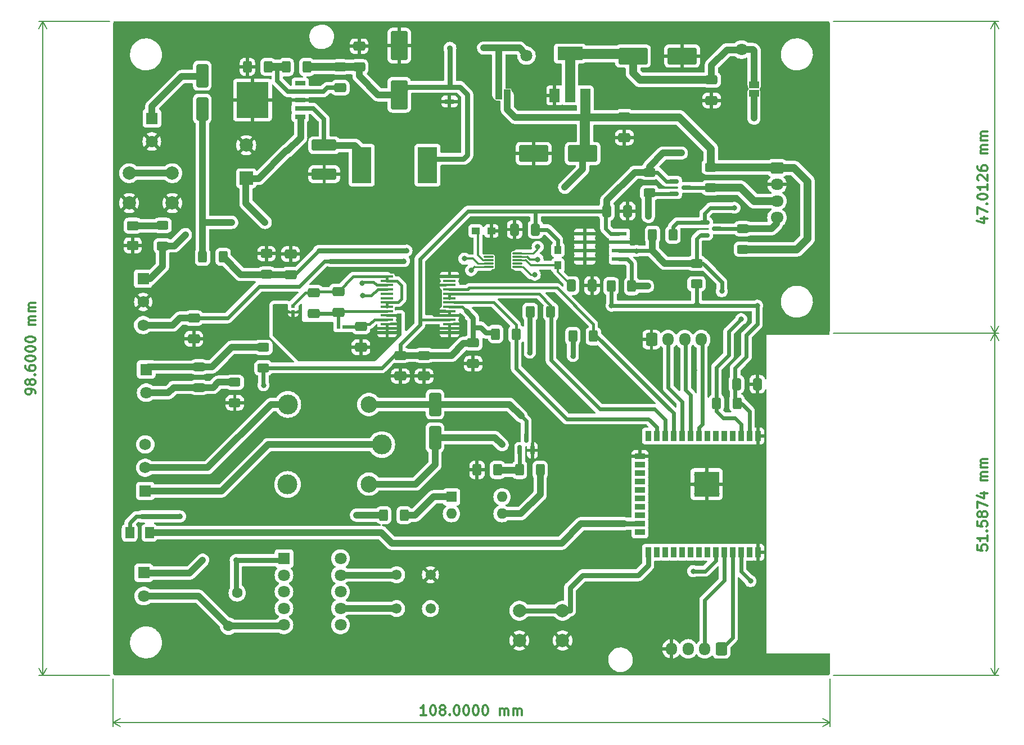
<source format=gbr>
%TF.GenerationSoftware,KiCad,Pcbnew,7.0.6*%
%TF.CreationDate,2024-08-06T23:51:48+05:30*%
%TF.ProjectId,Icon_Power_Load_V2,49636f6e-5f50-46f7-9765-725f4c6f6164,rev?*%
%TF.SameCoordinates,Original*%
%TF.FileFunction,Copper,L1,Top*%
%TF.FilePolarity,Positive*%
%FSLAX46Y46*%
G04 Gerber Fmt 4.6, Leading zero omitted, Abs format (unit mm)*
G04 Created by KiCad (PCBNEW 7.0.6) date 2024-08-06 23:51:48*
%MOMM*%
%LPD*%
G01*
G04 APERTURE LIST*
G04 Aperture macros list*
%AMRoundRect*
0 Rectangle with rounded corners*
0 $1 Rounding radius*
0 $2 $3 $4 $5 $6 $7 $8 $9 X,Y pos of 4 corners*
0 Add a 4 corners polygon primitive as box body*
4,1,4,$2,$3,$4,$5,$6,$7,$8,$9,$2,$3,0*
0 Add four circle primitives for the rounded corners*
1,1,$1+$1,$2,$3*
1,1,$1+$1,$4,$5*
1,1,$1+$1,$6,$7*
1,1,$1+$1,$8,$9*
0 Add four rect primitives between the rounded corners*
20,1,$1+$1,$2,$3,$4,$5,0*
20,1,$1+$1,$4,$5,$6,$7,0*
20,1,$1+$1,$6,$7,$8,$9,0*
20,1,$1+$1,$8,$9,$2,$3,0*%
G04 Aperture macros list end*
%ADD10C,0.300000*%
%TA.AperFunction,NonConductor*%
%ADD11C,0.300000*%
%TD*%
%TA.AperFunction,NonConductor*%
%ADD12C,0.200000*%
%TD*%
%TA.AperFunction,SMDPad,CuDef*%
%ADD13RoundRect,0.250000X-0.412500X-0.650000X0.412500X-0.650000X0.412500X0.650000X-0.412500X0.650000X0*%
%TD*%
%TA.AperFunction,SMDPad,CuDef*%
%ADD14RoundRect,0.250000X-0.650000X0.412500X-0.650000X-0.412500X0.650000X-0.412500X0.650000X0.412500X0*%
%TD*%
%TA.AperFunction,SMDPad,CuDef*%
%ADD15RoundRect,0.250000X0.650000X-1.500000X0.650000X1.500000X-0.650000X1.500000X-0.650000X-1.500000X0*%
%TD*%
%TA.AperFunction,SMDPad,CuDef*%
%ADD16RoundRect,0.250000X0.625000X-0.400000X0.625000X0.400000X-0.625000X0.400000X-0.625000X-0.400000X0*%
%TD*%
%TA.AperFunction,ComponentPad*%
%ADD17C,1.800000*%
%TD*%
%TA.AperFunction,SMDPad,CuDef*%
%ADD18RoundRect,0.250000X-0.400000X-0.625000X0.400000X-0.625000X0.400000X0.625000X-0.400000X0.625000X0*%
%TD*%
%TA.AperFunction,ComponentPad*%
%ADD19C,1.600000*%
%TD*%
%TA.AperFunction,SMDPad,CuDef*%
%ADD20RoundRect,0.250001X0.462499X0.624999X-0.462499X0.624999X-0.462499X-0.624999X0.462499X-0.624999X0*%
%TD*%
%TA.AperFunction,SMDPad,CuDef*%
%ADD21RoundRect,0.150000X-0.587500X-0.150000X0.587500X-0.150000X0.587500X0.150000X-0.587500X0.150000X0*%
%TD*%
%TA.AperFunction,SMDPad,CuDef*%
%ADD22R,2.209800X0.609600*%
%TD*%
%TA.AperFunction,SMDPad,CuDef*%
%ADD23R,1.000000X1.500000*%
%TD*%
%TA.AperFunction,SMDPad,CuDef*%
%ADD24RoundRect,0.250000X0.400000X0.625000X-0.400000X0.625000X-0.400000X-0.625000X0.400000X-0.625000X0*%
%TD*%
%TA.AperFunction,ComponentPad*%
%ADD25R,1.600000X1.600000*%
%TD*%
%TA.AperFunction,ComponentPad*%
%ADD26O,1.600000X1.600000*%
%TD*%
%TA.AperFunction,SMDPad,CuDef*%
%ADD27RoundRect,0.250001X0.624999X-0.462499X0.624999X0.462499X-0.624999X0.462499X-0.624999X-0.462499X0*%
%TD*%
%TA.AperFunction,SMDPad,CuDef*%
%ADD28RoundRect,0.250000X0.650000X-0.412500X0.650000X0.412500X-0.650000X0.412500X-0.650000X-0.412500X0*%
%TD*%
%TA.AperFunction,SMDPad,CuDef*%
%ADD29RoundRect,0.250000X-0.625000X0.400000X-0.625000X-0.400000X0.625000X-0.400000X0.625000X0.400000X0*%
%TD*%
%TA.AperFunction,SMDPad,CuDef*%
%ADD30R,1.150000X1.000000*%
%TD*%
%TA.AperFunction,SMDPad,CuDef*%
%ADD31RoundRect,0.250000X-1.625000X0.587500X-1.625000X-0.587500X1.625000X-0.587500X1.625000X0.587500X0*%
%TD*%
%TA.AperFunction,ComponentPad*%
%ADD32C,2.000000*%
%TD*%
%TA.AperFunction,SMDPad,CuDef*%
%ADD33RoundRect,0.250000X1.950000X1.000000X-1.950000X1.000000X-1.950000X-1.000000X1.950000X-1.000000X0*%
%TD*%
%TA.AperFunction,SMDPad,CuDef*%
%ADD34R,1.000000X1.150000*%
%TD*%
%TA.AperFunction,SMDPad,CuDef*%
%ADD35RoundRect,0.035000X-0.700000X-0.105000X0.700000X-0.105000X0.700000X0.105000X-0.700000X0.105000X0*%
%TD*%
%TA.AperFunction,ComponentPad*%
%ADD36C,1.550000*%
%TD*%
%TA.AperFunction,SMDPad,CuDef*%
%ADD37R,0.900000X1.500000*%
%TD*%
%TA.AperFunction,SMDPad,CuDef*%
%ADD38R,1.500000X0.900000*%
%TD*%
%TA.AperFunction,SMDPad,CuDef*%
%ADD39R,0.900000X0.900000*%
%TD*%
%TA.AperFunction,SMDPad,CuDef*%
%ADD40R,3.800000X3.800000*%
%TD*%
%TA.AperFunction,ComponentPad*%
%ADD41RoundRect,0.250000X-0.725000X0.600000X-0.725000X-0.600000X0.725000X-0.600000X0.725000X0.600000X0*%
%TD*%
%TA.AperFunction,ComponentPad*%
%ADD42O,1.950000X1.700000*%
%TD*%
%TA.AperFunction,SMDPad,CuDef*%
%ADD43R,2.900000X5.400000*%
%TD*%
%TA.AperFunction,ComponentPad*%
%ADD44C,0.911000*%
%TD*%
%TA.AperFunction,SMDPad,CuDef*%
%ADD45RoundRect,0.150000X0.150000X-0.587500X0.150000X0.587500X-0.150000X0.587500X-0.150000X-0.587500X0*%
%TD*%
%TA.AperFunction,ComponentPad*%
%ADD46R,1.750000X1.750000*%
%TD*%
%TA.AperFunction,ComponentPad*%
%ADD47C,1.750000*%
%TD*%
%TA.AperFunction,ComponentPad*%
%ADD48R,2.000000X2.000000*%
%TD*%
%TA.AperFunction,SMDPad,CuDef*%
%ADD49R,1.600000X0.650000*%
%TD*%
%TA.AperFunction,SMDPad,CuDef*%
%ADD50R,4.840000X5.420000*%
%TD*%
%TA.AperFunction,SMDPad,CuDef*%
%ADD51R,1.500000X2.000000*%
%TD*%
%TA.AperFunction,SMDPad,CuDef*%
%ADD52R,3.800000X2.000000*%
%TD*%
%TA.AperFunction,SMDPad,CuDef*%
%ADD53RoundRect,0.250000X0.412500X0.650000X-0.412500X0.650000X-0.412500X-0.650000X0.412500X-0.650000X0*%
%TD*%
%TA.AperFunction,ComponentPad*%
%ADD54R,1.800000X1.800000*%
%TD*%
%TA.AperFunction,SMDPad,CuDef*%
%ADD55R,1.450000X0.750000*%
%TD*%
%TA.AperFunction,ComponentPad*%
%ADD56RoundRect,0.250000X0.600000X0.725000X-0.600000X0.725000X-0.600000X-0.725000X0.600000X-0.725000X0*%
%TD*%
%TA.AperFunction,ComponentPad*%
%ADD57O,1.700000X1.950000*%
%TD*%
%TA.AperFunction,ComponentPad*%
%ADD58RoundRect,0.250000X-0.600000X-0.725000X0.600000X-0.725000X0.600000X0.725000X-0.600000X0.725000X0*%
%TD*%
%TA.AperFunction,SMDPad,CuDef*%
%ADD59R,1.900000X0.450000*%
%TD*%
%TA.AperFunction,ComponentPad*%
%ADD60C,3.000000*%
%TD*%
%TA.AperFunction,ComponentPad*%
%ADD61C,2.500000*%
%TD*%
%TA.AperFunction,SMDPad,CuDef*%
%ADD62RoundRect,0.250000X1.000000X-1.950000X1.000000X1.950000X-1.000000X1.950000X-1.000000X-1.950000X0*%
%TD*%
%TA.AperFunction,SMDPad,CuDef*%
%ADD63R,0.600000X0.540000*%
%TD*%
%TA.AperFunction,SMDPad,CuDef*%
%ADD64R,0.540000X0.600000*%
%TD*%
%TA.AperFunction,SMDPad,CuDef*%
%ADD65R,1.500000X1.000000*%
%TD*%
%TA.AperFunction,SMDPad,CuDef*%
%ADD66RoundRect,0.250000X-1.950000X-1.000000X1.950000X-1.000000X1.950000X1.000000X-1.950000X1.000000X0*%
%TD*%
%TA.AperFunction,ViaPad*%
%ADD67C,0.800000*%
%TD*%
%TA.AperFunction,Conductor*%
%ADD68C,0.700000*%
%TD*%
%TA.AperFunction,Conductor*%
%ADD69C,0.600000*%
%TD*%
%TA.AperFunction,Conductor*%
%ADD70C,1.000000*%
%TD*%
%TA.AperFunction,Conductor*%
%ADD71C,0.400000*%
%TD*%
%TA.AperFunction,Conductor*%
%ADD72C,0.250000*%
%TD*%
%TA.AperFunction,Conductor*%
%ADD73C,0.300000*%
%TD*%
%TA.AperFunction,Conductor*%
%ADD74C,1.200000*%
%TD*%
%TA.AperFunction,Conductor*%
%ADD75C,1.500000*%
%TD*%
%TA.AperFunction,Conductor*%
%ADD76C,0.800000*%
%TD*%
%TA.AperFunction,Conductor*%
%ADD77C,0.280000*%
%TD*%
%TA.AperFunction,Conductor*%
%ADD78C,0.650000*%
%TD*%
%TA.AperFunction,Conductor*%
%ADD79C,0.450000*%
%TD*%
%TA.AperFunction,Conductor*%
%ADD80C,0.500000*%
%TD*%
%TA.AperFunction,Conductor*%
%ADD81C,0.100000*%
%TD*%
%TA.AperFunction,Conductor*%
%ADD82C,0.550000*%
%TD*%
G04 APERTURE END LIST*
D10*
D11*
X140178287Y-157120328D02*
X139321144Y-157120328D01*
X139749715Y-157120328D02*
X139749715Y-155620328D01*
X139749715Y-155620328D02*
X139606858Y-155834614D01*
X139606858Y-155834614D02*
X139464001Y-155977471D01*
X139464001Y-155977471D02*
X139321144Y-156048900D01*
X141106858Y-155620328D02*
X141249715Y-155620328D01*
X141249715Y-155620328D02*
X141392572Y-155691757D01*
X141392572Y-155691757D02*
X141464001Y-155763185D01*
X141464001Y-155763185D02*
X141535429Y-155906042D01*
X141535429Y-155906042D02*
X141606858Y-156191757D01*
X141606858Y-156191757D02*
X141606858Y-156548900D01*
X141606858Y-156548900D02*
X141535429Y-156834614D01*
X141535429Y-156834614D02*
X141464001Y-156977471D01*
X141464001Y-156977471D02*
X141392572Y-157048900D01*
X141392572Y-157048900D02*
X141249715Y-157120328D01*
X141249715Y-157120328D02*
X141106858Y-157120328D01*
X141106858Y-157120328D02*
X140964001Y-157048900D01*
X140964001Y-157048900D02*
X140892572Y-156977471D01*
X140892572Y-156977471D02*
X140821143Y-156834614D01*
X140821143Y-156834614D02*
X140749715Y-156548900D01*
X140749715Y-156548900D02*
X140749715Y-156191757D01*
X140749715Y-156191757D02*
X140821143Y-155906042D01*
X140821143Y-155906042D02*
X140892572Y-155763185D01*
X140892572Y-155763185D02*
X140964001Y-155691757D01*
X140964001Y-155691757D02*
X141106858Y-155620328D01*
X142464000Y-156263185D02*
X142321143Y-156191757D01*
X142321143Y-156191757D02*
X142249714Y-156120328D01*
X142249714Y-156120328D02*
X142178286Y-155977471D01*
X142178286Y-155977471D02*
X142178286Y-155906042D01*
X142178286Y-155906042D02*
X142249714Y-155763185D01*
X142249714Y-155763185D02*
X142321143Y-155691757D01*
X142321143Y-155691757D02*
X142464000Y-155620328D01*
X142464000Y-155620328D02*
X142749714Y-155620328D01*
X142749714Y-155620328D02*
X142892572Y-155691757D01*
X142892572Y-155691757D02*
X142964000Y-155763185D01*
X142964000Y-155763185D02*
X143035429Y-155906042D01*
X143035429Y-155906042D02*
X143035429Y-155977471D01*
X143035429Y-155977471D02*
X142964000Y-156120328D01*
X142964000Y-156120328D02*
X142892572Y-156191757D01*
X142892572Y-156191757D02*
X142749714Y-156263185D01*
X142749714Y-156263185D02*
X142464000Y-156263185D01*
X142464000Y-156263185D02*
X142321143Y-156334614D01*
X142321143Y-156334614D02*
X142249714Y-156406042D01*
X142249714Y-156406042D02*
X142178286Y-156548900D01*
X142178286Y-156548900D02*
X142178286Y-156834614D01*
X142178286Y-156834614D02*
X142249714Y-156977471D01*
X142249714Y-156977471D02*
X142321143Y-157048900D01*
X142321143Y-157048900D02*
X142464000Y-157120328D01*
X142464000Y-157120328D02*
X142749714Y-157120328D01*
X142749714Y-157120328D02*
X142892572Y-157048900D01*
X142892572Y-157048900D02*
X142964000Y-156977471D01*
X142964000Y-156977471D02*
X143035429Y-156834614D01*
X143035429Y-156834614D02*
X143035429Y-156548900D01*
X143035429Y-156548900D02*
X142964000Y-156406042D01*
X142964000Y-156406042D02*
X142892572Y-156334614D01*
X142892572Y-156334614D02*
X142749714Y-156263185D01*
X143678285Y-156977471D02*
X143749714Y-157048900D01*
X143749714Y-157048900D02*
X143678285Y-157120328D01*
X143678285Y-157120328D02*
X143606857Y-157048900D01*
X143606857Y-157048900D02*
X143678285Y-156977471D01*
X143678285Y-156977471D02*
X143678285Y-157120328D01*
X144678286Y-155620328D02*
X144821143Y-155620328D01*
X144821143Y-155620328D02*
X144964000Y-155691757D01*
X144964000Y-155691757D02*
X145035429Y-155763185D01*
X145035429Y-155763185D02*
X145106857Y-155906042D01*
X145106857Y-155906042D02*
X145178286Y-156191757D01*
X145178286Y-156191757D02*
X145178286Y-156548900D01*
X145178286Y-156548900D02*
X145106857Y-156834614D01*
X145106857Y-156834614D02*
X145035429Y-156977471D01*
X145035429Y-156977471D02*
X144964000Y-157048900D01*
X144964000Y-157048900D02*
X144821143Y-157120328D01*
X144821143Y-157120328D02*
X144678286Y-157120328D01*
X144678286Y-157120328D02*
X144535429Y-157048900D01*
X144535429Y-157048900D02*
X144464000Y-156977471D01*
X144464000Y-156977471D02*
X144392571Y-156834614D01*
X144392571Y-156834614D02*
X144321143Y-156548900D01*
X144321143Y-156548900D02*
X144321143Y-156191757D01*
X144321143Y-156191757D02*
X144392571Y-155906042D01*
X144392571Y-155906042D02*
X144464000Y-155763185D01*
X144464000Y-155763185D02*
X144535429Y-155691757D01*
X144535429Y-155691757D02*
X144678286Y-155620328D01*
X146106857Y-155620328D02*
X146249714Y-155620328D01*
X146249714Y-155620328D02*
X146392571Y-155691757D01*
X146392571Y-155691757D02*
X146464000Y-155763185D01*
X146464000Y-155763185D02*
X146535428Y-155906042D01*
X146535428Y-155906042D02*
X146606857Y-156191757D01*
X146606857Y-156191757D02*
X146606857Y-156548900D01*
X146606857Y-156548900D02*
X146535428Y-156834614D01*
X146535428Y-156834614D02*
X146464000Y-156977471D01*
X146464000Y-156977471D02*
X146392571Y-157048900D01*
X146392571Y-157048900D02*
X146249714Y-157120328D01*
X146249714Y-157120328D02*
X146106857Y-157120328D01*
X146106857Y-157120328D02*
X145964000Y-157048900D01*
X145964000Y-157048900D02*
X145892571Y-156977471D01*
X145892571Y-156977471D02*
X145821142Y-156834614D01*
X145821142Y-156834614D02*
X145749714Y-156548900D01*
X145749714Y-156548900D02*
X145749714Y-156191757D01*
X145749714Y-156191757D02*
X145821142Y-155906042D01*
X145821142Y-155906042D02*
X145892571Y-155763185D01*
X145892571Y-155763185D02*
X145964000Y-155691757D01*
X145964000Y-155691757D02*
X146106857Y-155620328D01*
X147535428Y-155620328D02*
X147678285Y-155620328D01*
X147678285Y-155620328D02*
X147821142Y-155691757D01*
X147821142Y-155691757D02*
X147892571Y-155763185D01*
X147892571Y-155763185D02*
X147963999Y-155906042D01*
X147963999Y-155906042D02*
X148035428Y-156191757D01*
X148035428Y-156191757D02*
X148035428Y-156548900D01*
X148035428Y-156548900D02*
X147963999Y-156834614D01*
X147963999Y-156834614D02*
X147892571Y-156977471D01*
X147892571Y-156977471D02*
X147821142Y-157048900D01*
X147821142Y-157048900D02*
X147678285Y-157120328D01*
X147678285Y-157120328D02*
X147535428Y-157120328D01*
X147535428Y-157120328D02*
X147392571Y-157048900D01*
X147392571Y-157048900D02*
X147321142Y-156977471D01*
X147321142Y-156977471D02*
X147249713Y-156834614D01*
X147249713Y-156834614D02*
X147178285Y-156548900D01*
X147178285Y-156548900D02*
X147178285Y-156191757D01*
X147178285Y-156191757D02*
X147249713Y-155906042D01*
X147249713Y-155906042D02*
X147321142Y-155763185D01*
X147321142Y-155763185D02*
X147392571Y-155691757D01*
X147392571Y-155691757D02*
X147535428Y-155620328D01*
X148963999Y-155620328D02*
X149106856Y-155620328D01*
X149106856Y-155620328D02*
X149249713Y-155691757D01*
X149249713Y-155691757D02*
X149321142Y-155763185D01*
X149321142Y-155763185D02*
X149392570Y-155906042D01*
X149392570Y-155906042D02*
X149463999Y-156191757D01*
X149463999Y-156191757D02*
X149463999Y-156548900D01*
X149463999Y-156548900D02*
X149392570Y-156834614D01*
X149392570Y-156834614D02*
X149321142Y-156977471D01*
X149321142Y-156977471D02*
X149249713Y-157048900D01*
X149249713Y-157048900D02*
X149106856Y-157120328D01*
X149106856Y-157120328D02*
X148963999Y-157120328D01*
X148963999Y-157120328D02*
X148821142Y-157048900D01*
X148821142Y-157048900D02*
X148749713Y-156977471D01*
X148749713Y-156977471D02*
X148678284Y-156834614D01*
X148678284Y-156834614D02*
X148606856Y-156548900D01*
X148606856Y-156548900D02*
X148606856Y-156191757D01*
X148606856Y-156191757D02*
X148678284Y-155906042D01*
X148678284Y-155906042D02*
X148749713Y-155763185D01*
X148749713Y-155763185D02*
X148821142Y-155691757D01*
X148821142Y-155691757D02*
X148963999Y-155620328D01*
X151249712Y-157120328D02*
X151249712Y-156120328D01*
X151249712Y-156263185D02*
X151321141Y-156191757D01*
X151321141Y-156191757D02*
X151463998Y-156120328D01*
X151463998Y-156120328D02*
X151678284Y-156120328D01*
X151678284Y-156120328D02*
X151821141Y-156191757D01*
X151821141Y-156191757D02*
X151892570Y-156334614D01*
X151892570Y-156334614D02*
X151892570Y-157120328D01*
X151892570Y-156334614D02*
X151963998Y-156191757D01*
X151963998Y-156191757D02*
X152106855Y-156120328D01*
X152106855Y-156120328D02*
X152321141Y-156120328D01*
X152321141Y-156120328D02*
X152463998Y-156191757D01*
X152463998Y-156191757D02*
X152535427Y-156334614D01*
X152535427Y-156334614D02*
X152535427Y-157120328D01*
X153249712Y-157120328D02*
X153249712Y-156120328D01*
X153249712Y-156263185D02*
X153321141Y-156191757D01*
X153321141Y-156191757D02*
X153463998Y-156120328D01*
X153463998Y-156120328D02*
X153678284Y-156120328D01*
X153678284Y-156120328D02*
X153821141Y-156191757D01*
X153821141Y-156191757D02*
X153892570Y-156334614D01*
X153892570Y-156334614D02*
X153892570Y-157120328D01*
X153892570Y-156334614D02*
X153963998Y-156191757D01*
X153963998Y-156191757D02*
X154106855Y-156120328D01*
X154106855Y-156120328D02*
X154321141Y-156120328D01*
X154321141Y-156120328D02*
X154463998Y-156191757D01*
X154463998Y-156191757D02*
X154535427Y-156334614D01*
X154535427Y-156334614D02*
X154535427Y-157120328D01*
D12*
X92964000Y-151630000D02*
X92964000Y-158828420D01*
X200964000Y-151630000D02*
X200964000Y-158828420D01*
X92964000Y-158242000D02*
X200964000Y-158242000D01*
X92964000Y-158242000D02*
X200964000Y-158242000D01*
X92964000Y-158242000D02*
X94090504Y-157655579D01*
X92964000Y-158242000D02*
X94090504Y-158828421D01*
X200964000Y-158242000D02*
X199837496Y-158828421D01*
X200964000Y-158242000D02*
X199837496Y-157655579D01*
D10*
D11*
X223658928Y-82250584D02*
X224658928Y-82250584D01*
X223087500Y-82607726D02*
X224158928Y-82964869D01*
X224158928Y-82964869D02*
X224158928Y-82036298D01*
X223158928Y-81607727D02*
X223158928Y-80607727D01*
X223158928Y-80607727D02*
X224658928Y-81250584D01*
X224516071Y-80036299D02*
X224587500Y-79964870D01*
X224587500Y-79964870D02*
X224658928Y-80036299D01*
X224658928Y-80036299D02*
X224587500Y-80107727D01*
X224587500Y-80107727D02*
X224516071Y-80036299D01*
X224516071Y-80036299D02*
X224658928Y-80036299D01*
X223158928Y-79036298D02*
X223158928Y-78893441D01*
X223158928Y-78893441D02*
X223230357Y-78750584D01*
X223230357Y-78750584D02*
X223301785Y-78679156D01*
X223301785Y-78679156D02*
X223444642Y-78607727D01*
X223444642Y-78607727D02*
X223730357Y-78536298D01*
X223730357Y-78536298D02*
X224087500Y-78536298D01*
X224087500Y-78536298D02*
X224373214Y-78607727D01*
X224373214Y-78607727D02*
X224516071Y-78679156D01*
X224516071Y-78679156D02*
X224587500Y-78750584D01*
X224587500Y-78750584D02*
X224658928Y-78893441D01*
X224658928Y-78893441D02*
X224658928Y-79036298D01*
X224658928Y-79036298D02*
X224587500Y-79179156D01*
X224587500Y-79179156D02*
X224516071Y-79250584D01*
X224516071Y-79250584D02*
X224373214Y-79322013D01*
X224373214Y-79322013D02*
X224087500Y-79393441D01*
X224087500Y-79393441D02*
X223730357Y-79393441D01*
X223730357Y-79393441D02*
X223444642Y-79322013D01*
X223444642Y-79322013D02*
X223301785Y-79250584D01*
X223301785Y-79250584D02*
X223230357Y-79179156D01*
X223230357Y-79179156D02*
X223158928Y-79036298D01*
X224658928Y-77107727D02*
X224658928Y-77964870D01*
X224658928Y-77536299D02*
X223158928Y-77536299D01*
X223158928Y-77536299D02*
X223373214Y-77679156D01*
X223373214Y-77679156D02*
X223516071Y-77822013D01*
X223516071Y-77822013D02*
X223587500Y-77964870D01*
X223301785Y-76536299D02*
X223230357Y-76464871D01*
X223230357Y-76464871D02*
X223158928Y-76322014D01*
X223158928Y-76322014D02*
X223158928Y-75964871D01*
X223158928Y-75964871D02*
X223230357Y-75822014D01*
X223230357Y-75822014D02*
X223301785Y-75750585D01*
X223301785Y-75750585D02*
X223444642Y-75679156D01*
X223444642Y-75679156D02*
X223587500Y-75679156D01*
X223587500Y-75679156D02*
X223801785Y-75750585D01*
X223801785Y-75750585D02*
X224658928Y-76607728D01*
X224658928Y-76607728D02*
X224658928Y-75679156D01*
X223158928Y-74393443D02*
X223158928Y-74679157D01*
X223158928Y-74679157D02*
X223230357Y-74822014D01*
X223230357Y-74822014D02*
X223301785Y-74893443D01*
X223301785Y-74893443D02*
X223516071Y-75036300D01*
X223516071Y-75036300D02*
X223801785Y-75107728D01*
X223801785Y-75107728D02*
X224373214Y-75107728D01*
X224373214Y-75107728D02*
X224516071Y-75036300D01*
X224516071Y-75036300D02*
X224587500Y-74964871D01*
X224587500Y-74964871D02*
X224658928Y-74822014D01*
X224658928Y-74822014D02*
X224658928Y-74536300D01*
X224658928Y-74536300D02*
X224587500Y-74393443D01*
X224587500Y-74393443D02*
X224516071Y-74322014D01*
X224516071Y-74322014D02*
X224373214Y-74250585D01*
X224373214Y-74250585D02*
X224016071Y-74250585D01*
X224016071Y-74250585D02*
X223873214Y-74322014D01*
X223873214Y-74322014D02*
X223801785Y-74393443D01*
X223801785Y-74393443D02*
X223730357Y-74536300D01*
X223730357Y-74536300D02*
X223730357Y-74822014D01*
X223730357Y-74822014D02*
X223801785Y-74964871D01*
X223801785Y-74964871D02*
X223873214Y-75036300D01*
X223873214Y-75036300D02*
X224016071Y-75107728D01*
X224658928Y-72464872D02*
X223658928Y-72464872D01*
X223801785Y-72464872D02*
X223730357Y-72393443D01*
X223730357Y-72393443D02*
X223658928Y-72250586D01*
X223658928Y-72250586D02*
X223658928Y-72036300D01*
X223658928Y-72036300D02*
X223730357Y-71893443D01*
X223730357Y-71893443D02*
X223873214Y-71822015D01*
X223873214Y-71822015D02*
X224658928Y-71822015D01*
X223873214Y-71822015D02*
X223730357Y-71750586D01*
X223730357Y-71750586D02*
X223658928Y-71607729D01*
X223658928Y-71607729D02*
X223658928Y-71393443D01*
X223658928Y-71393443D02*
X223730357Y-71250586D01*
X223730357Y-71250586D02*
X223873214Y-71179157D01*
X223873214Y-71179157D02*
X224658928Y-71179157D01*
X224658928Y-70464872D02*
X223658928Y-70464872D01*
X223801785Y-70464872D02*
X223730357Y-70393443D01*
X223730357Y-70393443D02*
X223658928Y-70250586D01*
X223658928Y-70250586D02*
X223658928Y-70036300D01*
X223658928Y-70036300D02*
X223730357Y-69893443D01*
X223730357Y-69893443D02*
X223873214Y-69822015D01*
X223873214Y-69822015D02*
X224658928Y-69822015D01*
X223873214Y-69822015D02*
X223730357Y-69750586D01*
X223730357Y-69750586D02*
X223658928Y-69607729D01*
X223658928Y-69607729D02*
X223658928Y-69393443D01*
X223658928Y-69393443D02*
X223730357Y-69250586D01*
X223730357Y-69250586D02*
X223873214Y-69179157D01*
X223873214Y-69179157D02*
X224658928Y-69179157D01*
D12*
X201464800Y-99542600D02*
X226367020Y-99542600D01*
X201464800Y-52530000D02*
X226367020Y-52530000D01*
X225780600Y-99542600D02*
X225780600Y-52530000D01*
X225780600Y-99542600D02*
X225780600Y-52530000D01*
X225780600Y-99542600D02*
X225194179Y-98416096D01*
X225780600Y-99542600D02*
X226367021Y-98416096D01*
X225780600Y-52530000D02*
X226367021Y-53656504D01*
X225780600Y-52530000D02*
X225194179Y-53656504D01*
D10*
D11*
X81301328Y-108615712D02*
X81301328Y-108329998D01*
X81301328Y-108329998D02*
X81229900Y-108187141D01*
X81229900Y-108187141D02*
X81158471Y-108115712D01*
X81158471Y-108115712D02*
X80944185Y-107972855D01*
X80944185Y-107972855D02*
X80658471Y-107901426D01*
X80658471Y-107901426D02*
X80087042Y-107901426D01*
X80087042Y-107901426D02*
X79944185Y-107972855D01*
X79944185Y-107972855D02*
X79872757Y-108044284D01*
X79872757Y-108044284D02*
X79801328Y-108187141D01*
X79801328Y-108187141D02*
X79801328Y-108472855D01*
X79801328Y-108472855D02*
X79872757Y-108615712D01*
X79872757Y-108615712D02*
X79944185Y-108687141D01*
X79944185Y-108687141D02*
X80087042Y-108758569D01*
X80087042Y-108758569D02*
X80444185Y-108758569D01*
X80444185Y-108758569D02*
X80587042Y-108687141D01*
X80587042Y-108687141D02*
X80658471Y-108615712D01*
X80658471Y-108615712D02*
X80729900Y-108472855D01*
X80729900Y-108472855D02*
X80729900Y-108187141D01*
X80729900Y-108187141D02*
X80658471Y-108044284D01*
X80658471Y-108044284D02*
X80587042Y-107972855D01*
X80587042Y-107972855D02*
X80444185Y-107901426D01*
X80444185Y-107044284D02*
X80372757Y-107187141D01*
X80372757Y-107187141D02*
X80301328Y-107258570D01*
X80301328Y-107258570D02*
X80158471Y-107329998D01*
X80158471Y-107329998D02*
X80087042Y-107329998D01*
X80087042Y-107329998D02*
X79944185Y-107258570D01*
X79944185Y-107258570D02*
X79872757Y-107187141D01*
X79872757Y-107187141D02*
X79801328Y-107044284D01*
X79801328Y-107044284D02*
X79801328Y-106758570D01*
X79801328Y-106758570D02*
X79872757Y-106615713D01*
X79872757Y-106615713D02*
X79944185Y-106544284D01*
X79944185Y-106544284D02*
X80087042Y-106472855D01*
X80087042Y-106472855D02*
X80158471Y-106472855D01*
X80158471Y-106472855D02*
X80301328Y-106544284D01*
X80301328Y-106544284D02*
X80372757Y-106615713D01*
X80372757Y-106615713D02*
X80444185Y-106758570D01*
X80444185Y-106758570D02*
X80444185Y-107044284D01*
X80444185Y-107044284D02*
X80515614Y-107187141D01*
X80515614Y-107187141D02*
X80587042Y-107258570D01*
X80587042Y-107258570D02*
X80729900Y-107329998D01*
X80729900Y-107329998D02*
X81015614Y-107329998D01*
X81015614Y-107329998D02*
X81158471Y-107258570D01*
X81158471Y-107258570D02*
X81229900Y-107187141D01*
X81229900Y-107187141D02*
X81301328Y-107044284D01*
X81301328Y-107044284D02*
X81301328Y-106758570D01*
X81301328Y-106758570D02*
X81229900Y-106615713D01*
X81229900Y-106615713D02*
X81158471Y-106544284D01*
X81158471Y-106544284D02*
X81015614Y-106472855D01*
X81015614Y-106472855D02*
X80729900Y-106472855D01*
X80729900Y-106472855D02*
X80587042Y-106544284D01*
X80587042Y-106544284D02*
X80515614Y-106615713D01*
X80515614Y-106615713D02*
X80444185Y-106758570D01*
X81158471Y-105829999D02*
X81229900Y-105758570D01*
X81229900Y-105758570D02*
X81301328Y-105829999D01*
X81301328Y-105829999D02*
X81229900Y-105901427D01*
X81229900Y-105901427D02*
X81158471Y-105829999D01*
X81158471Y-105829999D02*
X81301328Y-105829999D01*
X79801328Y-104472856D02*
X79801328Y-104758570D01*
X79801328Y-104758570D02*
X79872757Y-104901427D01*
X79872757Y-104901427D02*
X79944185Y-104972856D01*
X79944185Y-104972856D02*
X80158471Y-105115713D01*
X80158471Y-105115713D02*
X80444185Y-105187141D01*
X80444185Y-105187141D02*
X81015614Y-105187141D01*
X81015614Y-105187141D02*
X81158471Y-105115713D01*
X81158471Y-105115713D02*
X81229900Y-105044284D01*
X81229900Y-105044284D02*
X81301328Y-104901427D01*
X81301328Y-104901427D02*
X81301328Y-104615713D01*
X81301328Y-104615713D02*
X81229900Y-104472856D01*
X81229900Y-104472856D02*
X81158471Y-104401427D01*
X81158471Y-104401427D02*
X81015614Y-104329998D01*
X81015614Y-104329998D02*
X80658471Y-104329998D01*
X80658471Y-104329998D02*
X80515614Y-104401427D01*
X80515614Y-104401427D02*
X80444185Y-104472856D01*
X80444185Y-104472856D02*
X80372757Y-104615713D01*
X80372757Y-104615713D02*
X80372757Y-104901427D01*
X80372757Y-104901427D02*
X80444185Y-105044284D01*
X80444185Y-105044284D02*
X80515614Y-105115713D01*
X80515614Y-105115713D02*
X80658471Y-105187141D01*
X79801328Y-103401427D02*
X79801328Y-103258570D01*
X79801328Y-103258570D02*
X79872757Y-103115713D01*
X79872757Y-103115713D02*
X79944185Y-103044285D01*
X79944185Y-103044285D02*
X80087042Y-102972856D01*
X80087042Y-102972856D02*
X80372757Y-102901427D01*
X80372757Y-102901427D02*
X80729900Y-102901427D01*
X80729900Y-102901427D02*
X81015614Y-102972856D01*
X81015614Y-102972856D02*
X81158471Y-103044285D01*
X81158471Y-103044285D02*
X81229900Y-103115713D01*
X81229900Y-103115713D02*
X81301328Y-103258570D01*
X81301328Y-103258570D02*
X81301328Y-103401427D01*
X81301328Y-103401427D02*
X81229900Y-103544285D01*
X81229900Y-103544285D02*
X81158471Y-103615713D01*
X81158471Y-103615713D02*
X81015614Y-103687142D01*
X81015614Y-103687142D02*
X80729900Y-103758570D01*
X80729900Y-103758570D02*
X80372757Y-103758570D01*
X80372757Y-103758570D02*
X80087042Y-103687142D01*
X80087042Y-103687142D02*
X79944185Y-103615713D01*
X79944185Y-103615713D02*
X79872757Y-103544285D01*
X79872757Y-103544285D02*
X79801328Y-103401427D01*
X79801328Y-101972856D02*
X79801328Y-101829999D01*
X79801328Y-101829999D02*
X79872757Y-101687142D01*
X79872757Y-101687142D02*
X79944185Y-101615714D01*
X79944185Y-101615714D02*
X80087042Y-101544285D01*
X80087042Y-101544285D02*
X80372757Y-101472856D01*
X80372757Y-101472856D02*
X80729900Y-101472856D01*
X80729900Y-101472856D02*
X81015614Y-101544285D01*
X81015614Y-101544285D02*
X81158471Y-101615714D01*
X81158471Y-101615714D02*
X81229900Y-101687142D01*
X81229900Y-101687142D02*
X81301328Y-101829999D01*
X81301328Y-101829999D02*
X81301328Y-101972856D01*
X81301328Y-101972856D02*
X81229900Y-102115714D01*
X81229900Y-102115714D02*
X81158471Y-102187142D01*
X81158471Y-102187142D02*
X81015614Y-102258571D01*
X81015614Y-102258571D02*
X80729900Y-102329999D01*
X80729900Y-102329999D02*
X80372757Y-102329999D01*
X80372757Y-102329999D02*
X80087042Y-102258571D01*
X80087042Y-102258571D02*
X79944185Y-102187142D01*
X79944185Y-102187142D02*
X79872757Y-102115714D01*
X79872757Y-102115714D02*
X79801328Y-101972856D01*
X79801328Y-100544285D02*
X79801328Y-100401428D01*
X79801328Y-100401428D02*
X79872757Y-100258571D01*
X79872757Y-100258571D02*
X79944185Y-100187143D01*
X79944185Y-100187143D02*
X80087042Y-100115714D01*
X80087042Y-100115714D02*
X80372757Y-100044285D01*
X80372757Y-100044285D02*
X80729900Y-100044285D01*
X80729900Y-100044285D02*
X81015614Y-100115714D01*
X81015614Y-100115714D02*
X81158471Y-100187143D01*
X81158471Y-100187143D02*
X81229900Y-100258571D01*
X81229900Y-100258571D02*
X81301328Y-100401428D01*
X81301328Y-100401428D02*
X81301328Y-100544285D01*
X81301328Y-100544285D02*
X81229900Y-100687143D01*
X81229900Y-100687143D02*
X81158471Y-100758571D01*
X81158471Y-100758571D02*
X81015614Y-100830000D01*
X81015614Y-100830000D02*
X80729900Y-100901428D01*
X80729900Y-100901428D02*
X80372757Y-100901428D01*
X80372757Y-100901428D02*
X80087042Y-100830000D01*
X80087042Y-100830000D02*
X79944185Y-100758571D01*
X79944185Y-100758571D02*
X79872757Y-100687143D01*
X79872757Y-100687143D02*
X79801328Y-100544285D01*
X81301328Y-98258572D02*
X80301328Y-98258572D01*
X80444185Y-98258572D02*
X80372757Y-98187143D01*
X80372757Y-98187143D02*
X80301328Y-98044286D01*
X80301328Y-98044286D02*
X80301328Y-97830000D01*
X80301328Y-97830000D02*
X80372757Y-97687143D01*
X80372757Y-97687143D02*
X80515614Y-97615715D01*
X80515614Y-97615715D02*
X81301328Y-97615715D01*
X80515614Y-97615715D02*
X80372757Y-97544286D01*
X80372757Y-97544286D02*
X80301328Y-97401429D01*
X80301328Y-97401429D02*
X80301328Y-97187143D01*
X80301328Y-97187143D02*
X80372757Y-97044286D01*
X80372757Y-97044286D02*
X80515614Y-96972857D01*
X80515614Y-96972857D02*
X81301328Y-96972857D01*
X81301328Y-96258572D02*
X80301328Y-96258572D01*
X80444185Y-96258572D02*
X80372757Y-96187143D01*
X80372757Y-96187143D02*
X80301328Y-96044286D01*
X80301328Y-96044286D02*
X80301328Y-95830000D01*
X80301328Y-95830000D02*
X80372757Y-95687143D01*
X80372757Y-95687143D02*
X80515614Y-95615715D01*
X80515614Y-95615715D02*
X81301328Y-95615715D01*
X80515614Y-95615715D02*
X80372757Y-95544286D01*
X80372757Y-95544286D02*
X80301328Y-95401429D01*
X80301328Y-95401429D02*
X80301328Y-95187143D01*
X80301328Y-95187143D02*
X80372757Y-95044286D01*
X80372757Y-95044286D02*
X80515614Y-94972857D01*
X80515614Y-94972857D02*
X81301328Y-94972857D01*
D12*
X92464000Y-151130000D02*
X81836580Y-151130000D01*
X92464000Y-52530000D02*
X81836580Y-52530000D01*
X82423000Y-151130000D02*
X82423000Y-52530000D01*
X82423000Y-151130000D02*
X82423000Y-52530000D01*
X82423000Y-151130000D02*
X81836579Y-150003496D01*
X82423000Y-151130000D02*
X83009421Y-150003496D01*
X82423000Y-52530000D02*
X83009421Y-53656504D01*
X82423000Y-52530000D02*
X81836579Y-53656504D01*
D10*
D11*
X223158928Y-131479155D02*
X223158928Y-132193441D01*
X223158928Y-132193441D02*
X223873214Y-132264869D01*
X223873214Y-132264869D02*
X223801785Y-132193441D01*
X223801785Y-132193441D02*
X223730357Y-132050584D01*
X223730357Y-132050584D02*
X223730357Y-131693441D01*
X223730357Y-131693441D02*
X223801785Y-131550584D01*
X223801785Y-131550584D02*
X223873214Y-131479155D01*
X223873214Y-131479155D02*
X224016071Y-131407726D01*
X224016071Y-131407726D02*
X224373214Y-131407726D01*
X224373214Y-131407726D02*
X224516071Y-131479155D01*
X224516071Y-131479155D02*
X224587500Y-131550584D01*
X224587500Y-131550584D02*
X224658928Y-131693441D01*
X224658928Y-131693441D02*
X224658928Y-132050584D01*
X224658928Y-132050584D02*
X224587500Y-132193441D01*
X224587500Y-132193441D02*
X224516071Y-132264869D01*
X224658928Y-129979155D02*
X224658928Y-130836298D01*
X224658928Y-130407727D02*
X223158928Y-130407727D01*
X223158928Y-130407727D02*
X223373214Y-130550584D01*
X223373214Y-130550584D02*
X223516071Y-130693441D01*
X223516071Y-130693441D02*
X223587500Y-130836298D01*
X224516071Y-129336299D02*
X224587500Y-129264870D01*
X224587500Y-129264870D02*
X224658928Y-129336299D01*
X224658928Y-129336299D02*
X224587500Y-129407727D01*
X224587500Y-129407727D02*
X224516071Y-129336299D01*
X224516071Y-129336299D02*
X224658928Y-129336299D01*
X223158928Y-127907727D02*
X223158928Y-128622013D01*
X223158928Y-128622013D02*
X223873214Y-128693441D01*
X223873214Y-128693441D02*
X223801785Y-128622013D01*
X223801785Y-128622013D02*
X223730357Y-128479156D01*
X223730357Y-128479156D02*
X223730357Y-128122013D01*
X223730357Y-128122013D02*
X223801785Y-127979156D01*
X223801785Y-127979156D02*
X223873214Y-127907727D01*
X223873214Y-127907727D02*
X224016071Y-127836298D01*
X224016071Y-127836298D02*
X224373214Y-127836298D01*
X224373214Y-127836298D02*
X224516071Y-127907727D01*
X224516071Y-127907727D02*
X224587500Y-127979156D01*
X224587500Y-127979156D02*
X224658928Y-128122013D01*
X224658928Y-128122013D02*
X224658928Y-128479156D01*
X224658928Y-128479156D02*
X224587500Y-128622013D01*
X224587500Y-128622013D02*
X224516071Y-128693441D01*
X223801785Y-126979156D02*
X223730357Y-127122013D01*
X223730357Y-127122013D02*
X223658928Y-127193442D01*
X223658928Y-127193442D02*
X223516071Y-127264870D01*
X223516071Y-127264870D02*
X223444642Y-127264870D01*
X223444642Y-127264870D02*
X223301785Y-127193442D01*
X223301785Y-127193442D02*
X223230357Y-127122013D01*
X223230357Y-127122013D02*
X223158928Y-126979156D01*
X223158928Y-126979156D02*
X223158928Y-126693442D01*
X223158928Y-126693442D02*
X223230357Y-126550585D01*
X223230357Y-126550585D02*
X223301785Y-126479156D01*
X223301785Y-126479156D02*
X223444642Y-126407727D01*
X223444642Y-126407727D02*
X223516071Y-126407727D01*
X223516071Y-126407727D02*
X223658928Y-126479156D01*
X223658928Y-126479156D02*
X223730357Y-126550585D01*
X223730357Y-126550585D02*
X223801785Y-126693442D01*
X223801785Y-126693442D02*
X223801785Y-126979156D01*
X223801785Y-126979156D02*
X223873214Y-127122013D01*
X223873214Y-127122013D02*
X223944642Y-127193442D01*
X223944642Y-127193442D02*
X224087500Y-127264870D01*
X224087500Y-127264870D02*
X224373214Y-127264870D01*
X224373214Y-127264870D02*
X224516071Y-127193442D01*
X224516071Y-127193442D02*
X224587500Y-127122013D01*
X224587500Y-127122013D02*
X224658928Y-126979156D01*
X224658928Y-126979156D02*
X224658928Y-126693442D01*
X224658928Y-126693442D02*
X224587500Y-126550585D01*
X224587500Y-126550585D02*
X224516071Y-126479156D01*
X224516071Y-126479156D02*
X224373214Y-126407727D01*
X224373214Y-126407727D02*
X224087500Y-126407727D01*
X224087500Y-126407727D02*
X223944642Y-126479156D01*
X223944642Y-126479156D02*
X223873214Y-126550585D01*
X223873214Y-126550585D02*
X223801785Y-126693442D01*
X223158928Y-125907728D02*
X223158928Y-124907728D01*
X223158928Y-124907728D02*
X224658928Y-125550585D01*
X223658928Y-123693443D02*
X224658928Y-123693443D01*
X223087500Y-124050585D02*
X224158928Y-124407728D01*
X224158928Y-124407728D02*
X224158928Y-123479157D01*
X224658928Y-121764872D02*
X223658928Y-121764872D01*
X223801785Y-121764872D02*
X223730357Y-121693443D01*
X223730357Y-121693443D02*
X223658928Y-121550586D01*
X223658928Y-121550586D02*
X223658928Y-121336300D01*
X223658928Y-121336300D02*
X223730357Y-121193443D01*
X223730357Y-121193443D02*
X223873214Y-121122015D01*
X223873214Y-121122015D02*
X224658928Y-121122015D01*
X223873214Y-121122015D02*
X223730357Y-121050586D01*
X223730357Y-121050586D02*
X223658928Y-120907729D01*
X223658928Y-120907729D02*
X223658928Y-120693443D01*
X223658928Y-120693443D02*
X223730357Y-120550586D01*
X223730357Y-120550586D02*
X223873214Y-120479157D01*
X223873214Y-120479157D02*
X224658928Y-120479157D01*
X224658928Y-119764872D02*
X223658928Y-119764872D01*
X223801785Y-119764872D02*
X223730357Y-119693443D01*
X223730357Y-119693443D02*
X223658928Y-119550586D01*
X223658928Y-119550586D02*
X223658928Y-119336300D01*
X223658928Y-119336300D02*
X223730357Y-119193443D01*
X223730357Y-119193443D02*
X223873214Y-119122015D01*
X223873214Y-119122015D02*
X224658928Y-119122015D01*
X223873214Y-119122015D02*
X223730357Y-119050586D01*
X223730357Y-119050586D02*
X223658928Y-118907729D01*
X223658928Y-118907729D02*
X223658928Y-118693443D01*
X223658928Y-118693443D02*
X223730357Y-118550586D01*
X223730357Y-118550586D02*
X223873214Y-118479157D01*
X223873214Y-118479157D02*
X224658928Y-118479157D01*
D12*
X201464000Y-151130000D02*
X226367020Y-151130000D01*
X201464000Y-99542600D02*
X226367020Y-99542600D01*
X225780600Y-151130000D02*
X225780600Y-99542600D01*
X225780600Y-151130000D02*
X225780600Y-99542600D01*
X225780600Y-151130000D02*
X225194179Y-150003496D01*
X225780600Y-151130000D02*
X226367021Y-150003496D01*
X225780600Y-99542600D02*
X226367021Y-100669104D01*
X225780600Y-99542600D02*
X225194179Y-100669104D01*
D13*
%TO.P,C10,1*%
%TO.N,GND*%
X153479100Y-83921600D03*
%TO.P,C10,2*%
%TO.N,+3.3V*%
X156604100Y-83921600D03*
%TD*%
D14*
%TO.P,C9,1*%
%TO.N,+5V*%
X169976800Y-66941300D03*
%TO.P,C9,2*%
%TO.N,GND*%
X169976800Y-70066300D03*
%TD*%
D15*
%TO.P,D1,1,K*%
%TO.N,Batt_IN*%
X106426000Y-65746000D03*
%TO.P,D1,2,A*%
%TO.N,Battery_value*%
X106426000Y-60746000D03*
%TD*%
D16*
%TO.P,R4,1*%
%TO.N,ADC_Batt*%
X116103400Y-90653200D03*
%TO.P,R4,2*%
%TO.N,GND*%
X116103400Y-87553200D03*
%TD*%
D17*
%TO.P,TP_3v3,1,1*%
%TO.N,Net-(JP1-A)*%
X187624000Y-56810000D03*
%TD*%
D18*
%TO.P,R24,1*%
%TO.N,+3.3V*%
X150596000Y-99669600D03*
%TO.P,R24,2*%
%TO.N,RO*%
X153696000Y-99669600D03*
%TD*%
D19*
%TO.P,Varistor,1*%
%TO.N,Net-(J7-Pin_2)*%
X110389000Y-143680000D03*
%TO.P,Varistor,2*%
%TO.N,Net-(F3-Pad2)*%
X111689000Y-138680000D03*
%TD*%
D20*
%TO.P,D6,1,K*%
%TO.N,Relay_pin*%
X98490100Y-129616200D03*
%TO.P,D6,2,A*%
%TO.N,Net-(D6-A)*%
X95515100Y-129616200D03*
%TD*%
D18*
%TO.P,R7,1*%
%TO.N,GND*%
X147802000Y-120142000D03*
%TO.P,R7,2*%
%TO.N,Net-(Q1-B)*%
X150902000Y-120142000D03*
%TD*%
D21*
%TO.P,Q2,1,G*%
%TO.N,+3.3V*%
X177449000Y-76647000D03*
%TO.P,Q2,2,S*%
%TO.N,SDA*%
X177449000Y-78547000D03*
%TO.P,Q2,3,D*%
%TO.N,SDA_5V_LCD*%
X179324000Y-77597000D03*
%TD*%
D22*
%TO.P,U8,1,A0*%
%TO.N,GND*%
X164007800Y-84582000D03*
%TO.P,U8,2,A1*%
X164007800Y-85852000D03*
%TO.P,U8,3,A2*%
X164007800Y-87122000D03*
%TO.P,U8,4,GND*%
X164007800Y-88392000D03*
%TO.P,U8,5,SDA*%
%TO.N,SDA*%
X169240200Y-88392000D03*
%TO.P,U8,6,SCL*%
%TO.N,SCL*%
X169240200Y-87122000D03*
%TO.P,U8,7,WP*%
%TO.N,GND*%
X169240200Y-85852000D03*
%TO.P,U8,8,VCC*%
%TO.N,+3.3V*%
X169240200Y-84582000D03*
%TD*%
D23*
%TO.P,JP2_5v,1,A*%
%TO.N,Net-(JP2-A)*%
X151064000Y-63530000D03*
%TO.P,JP2_5v,2,B*%
%TO.N,+5V*%
X152364000Y-63530000D03*
%TD*%
D24*
%TO.P,R17,1*%
%TO.N,SDA*%
X171095000Y-92456000D03*
%TO.P,R17,2*%
%TO.N,+3.3V*%
X167995000Y-92456000D03*
%TD*%
D25*
%TO.P,U6,1*%
%TO.N,Net-(R5-Pad2)*%
X143951800Y-124201000D03*
D26*
%TO.P,U6,2*%
%TO.N,Net-(D6-A)*%
X143951800Y-126741000D03*
%TO.P,U6,3*%
%TO.N,Net-(R6-Pad1)*%
X151571800Y-126741000D03*
%TO.P,U6,4*%
%TO.N,+5V*%
X151571800Y-124201000D03*
%TD*%
D27*
%TO.P,D5,1,K*%
%TO.N,GND*%
X95964000Y-86327500D03*
%TO.P,D5,2,A*%
%TO.N,Net-(D5-A)*%
X95964000Y-83352500D03*
%TD*%
D28*
%TO.P,C3,1*%
%TO.N,Net-(C2-Pad1)*%
X130048000Y-59423700D03*
%TO.P,C3,2*%
%TO.N,GND*%
X130048000Y-56298700D03*
%TD*%
D16*
%TO.P,R26,1*%
%TO.N,GND*%
X111328200Y-110033400D03*
%TO.P,R26,2*%
%TO.N,B*%
X111328200Y-106933400D03*
%TD*%
D29*
%TO.P,R27,1*%
%TO.N,A*%
X105943400Y-104622000D03*
%TO.P,R27,2*%
%TO.N,B*%
X105943400Y-107722000D03*
%TD*%
D16*
%TO.P,R8,1*%
%TO.N,SDA*%
X173736000Y-78385000D03*
%TO.P,R8,2*%
%TO.N,+3.3V*%
X173736000Y-75285000D03*
%TD*%
D30*
%TO.P,L2,1*%
%TO.N,GND*%
X149942800Y-84124800D03*
%TO.P,L2,2*%
%TO.N,Net-(U5-GND)*%
X147592800Y-84124800D03*
%TD*%
D14*
%TO.P,C17,1*%
%TO.N,+3.3V*%
X147218400Y-101002700D03*
%TO.P,C17,2*%
%TO.N,GND*%
X147218400Y-104127700D03*
%TD*%
D28*
%TO.P,C18,1*%
%TO.N,VISOIN*%
X123234000Y-96542500D03*
%TO.P,C18,2*%
%TO.N,GND2*%
X123234000Y-93417500D03*
%TD*%
D31*
%TO.P,D2,1,K*%
%TO.N,Net-(D2-K)*%
X124790200Y-71218500D03*
%TO.P,D2,2,A*%
%TO.N,GND*%
X124790200Y-75593500D03*
%TD*%
D16*
%TO.P,R15,1*%
%TO.N,SDA_5V_LCD*%
X182981600Y-77623000D03*
%TO.P,R15,2*%
%TO.N,+5V*%
X182981600Y-74523000D03*
%TD*%
D32*
%TO.P,SW2,1,1*%
%TO.N,Net-(U1-IO0)*%
X154178000Y-141351000D03*
X160678000Y-141351000D03*
%TO.P,SW2,2,2*%
%TO.N,GND*%
X154178000Y-145851000D03*
X160678000Y-145851000D03*
%TD*%
D18*
%TO.P,R16,1*%
%TO.N,SCL*%
X174218000Y-84709000D03*
%TO.P,R16,2*%
%TO.N,+3.3V*%
X177318000Y-84709000D03*
%TD*%
D24*
%TO.P,R6,1*%
%TO.N,Net-(R6-Pad1)*%
X157302800Y-120142000D03*
%TO.P,R6,2*%
%TO.N,Net-(Q1-B)*%
X154202800Y-120142000D03*
%TD*%
D33*
%TO.P,C5,1*%
%TO.N,+5V*%
X163720000Y-72466200D03*
%TO.P,C5,2*%
%TO.N,GND*%
X156320000Y-72466200D03*
%TD*%
D34*
%TO.P,L3,1*%
%TO.N,+3.3V*%
X159969200Y-86988400D03*
%TO.P,L3,2*%
%TO.N,Net-(U5-VDD)*%
X159969200Y-89338400D03*
%TD*%
D29*
%TO.P,R19,1*%
%TO.N,SCL_5V_LCD*%
X187833000Y-83794000D03*
%TO.P,R19,2*%
%TO.N,+5V*%
X187833000Y-86894000D03*
%TD*%
D35*
%TO.P,U5,1,ADDR*%
%TO.N,GND*%
X149564200Y-87544400D03*
%TO.P,U5,2,ALERT/RDY*%
%TO.N,unconnected-(U5-ALERT{slash}RDY-Pad2)*%
X149564200Y-88044400D03*
%TO.P,U5,3,GND*%
%TO.N,Net-(U5-GND)*%
X149564200Y-88544400D03*
%TO.P,U5,4,AIN0*%
%TO.N,ADC_Batt*%
X149564200Y-89044400D03*
%TO.P,U5,5,AIN1*%
%TO.N,temp_Pin*%
X149564200Y-89544400D03*
%TO.P,U5,6,AIN2*%
%TO.N,MAINS Monitoring*%
X153864200Y-89544400D03*
%TO.P,U5,7,AIN3*%
%TO.N,unconnected-(U5-AIN3-Pad7)*%
X153864200Y-89044400D03*
%TO.P,U5,8,VDD*%
%TO.N,Net-(U5-VDD)*%
X153864200Y-88544400D03*
%TO.P,U5,9,SDA*%
%TO.N,SDA*%
X153864200Y-88044400D03*
%TO.P,U5,10,SCL*%
%TO.N,SCL*%
X153864200Y-87544400D03*
%TD*%
D36*
%TO.P,D3,1,+*%
%TO.N,MAINS Monitoring*%
X140800000Y-141050000D03*
%TO.P,D3,2,-*%
%TO.N,GND*%
X140800000Y-135950000D03*
%TO.P,D3,3*%
%TO.N,Net-(D3-Pad3)*%
X135700000Y-135950000D03*
%TO.P,D3,4*%
%TO.N,Net-(D3-Pad4)*%
X135700000Y-141050000D03*
%TD*%
D37*
%TO.P,U1,1,GND*%
%TO.N,GND*%
X190089000Y-115048000D03*
%TO.P,U1,2,VDD*%
%TO.N,+3.3V*%
X188819000Y-115048000D03*
%TO.P,U1,3,EN*%
%TO.N,Net-(U1-EN)*%
X187549000Y-115048000D03*
%TO.P,U1,4,SENSOR_VP*%
%TO.N,unconnected-(U1-SENSOR_VP-Pad4)*%
X186279000Y-115048000D03*
%TO.P,U1,5,SENSOR_VN*%
%TO.N,unconnected-(U1-SENSOR_VN-Pad5)*%
X185009000Y-115048000D03*
%TO.P,U1,6,IO34*%
%TO.N,unconnected-(U1-IO34-Pad6)*%
X183739000Y-115048000D03*
%TO.P,U1,7,IO35*%
%TO.N,unconnected-(U1-IO35-Pad7)*%
X182469000Y-115048000D03*
%TO.P,U1,8,IO32*%
%TO.N,UpButton*%
X181199000Y-115048000D03*
%TO.P,U1,9,IO33*%
%TO.N,EnterButton*%
X179929000Y-115048000D03*
%TO.P,U1,10,IO25*%
%TO.N,DownButton*%
X178659000Y-115048000D03*
%TO.P,U1,11,IO26*%
%TO.N,DI*%
X177389000Y-115048000D03*
%TO.P,U1,12,IO27*%
%TO.N,RE_DE*%
X176119000Y-115048000D03*
%TO.P,U1,13,IO14*%
%TO.N,RO*%
X174849000Y-115048000D03*
%TO.P,U1,14,IO12*%
%TO.N,unconnected-(U1-IO12-Pad14)*%
X173579000Y-115048000D03*
D38*
%TO.P,U1,15,GND*%
%TO.N,GND*%
X172329000Y-118088000D03*
%TO.P,U1,16,IO13*%
%TO.N,unconnected-(U1-IO13-Pad16)*%
X172329000Y-119358000D03*
%TO.P,U1,17,SHD/SD2*%
%TO.N,unconnected-(U1-SHD{slash}SD2-Pad17)*%
X172329000Y-120628000D03*
%TO.P,U1,18,SWP/SD3*%
%TO.N,unconnected-(U1-SWP{slash}SD3-Pad18)*%
X172329000Y-121898000D03*
%TO.P,U1,19,SCS/CMD*%
%TO.N,unconnected-(U1-SCS{slash}CMD-Pad19)*%
X172329000Y-123168000D03*
%TO.P,U1,20,SCK/CLK*%
%TO.N,unconnected-(U1-SCK{slash}CLK-Pad20)*%
X172329000Y-124438000D03*
%TO.P,U1,21,SDO/SD0*%
%TO.N,unconnected-(U1-SDO{slash}SD0-Pad21)*%
X172329000Y-125708000D03*
%TO.P,U1,22,SDI/SD1*%
%TO.N,unconnected-(U1-SDI{slash}SD1-Pad22)*%
X172329000Y-126978000D03*
%TO.P,U1,23,IO15*%
%TO.N,Relay_pin*%
X172329000Y-128248000D03*
%TO.P,U1,24,IO2*%
%TO.N,unconnected-(U1-IO2-Pad24)*%
X172329000Y-129518000D03*
D37*
%TO.P,U1,25,IO0*%
%TO.N,Net-(U1-IO0)*%
X173579000Y-132548000D03*
%TO.P,U1,26,IO4*%
%TO.N,unconnected-(U1-IO4-Pad26)*%
X174849000Y-132548000D03*
%TO.P,U1,27,IO16*%
%TO.N,unconnected-(U1-IO16-Pad27)*%
X176119000Y-132548000D03*
%TO.P,U1,28,IO17*%
%TO.N,unconnected-(U1-IO17-Pad28)*%
X177389000Y-132548000D03*
%TO.P,U1,29,IO5*%
%TO.N,unconnected-(U1-IO5-Pad29)*%
X178659000Y-132548000D03*
%TO.P,U1,30,IO18*%
%TO.N,unconnected-(U1-IO18-Pad30)*%
X179929000Y-132548000D03*
%TO.P,U1,31,IO19*%
%TO.N,unconnected-(U1-IO19-Pad31)*%
X181199000Y-132548000D03*
%TO.P,U1,32,NC*%
%TO.N,unconnected-(U1-NC-Pad32)*%
X182469000Y-132548000D03*
%TO.P,U1,33,IO21*%
%TO.N,SDA*%
X183739000Y-132548000D03*
%TO.P,U1,34,RXD0/IO3*%
%TO.N,ESP-RX*%
X185009000Y-132548000D03*
%TO.P,U1,35,TXD0/IO1*%
%TO.N,ESP-TX*%
X186279000Y-132548000D03*
%TO.P,U1,36,IO22*%
%TO.N,SCL*%
X187549000Y-132548000D03*
%TO.P,U1,37,IO23*%
%TO.N,unconnected-(U1-IO23-Pad37)*%
X188819000Y-132548000D03*
%TO.P,U1,38,GND*%
%TO.N,GND*%
X190089000Y-132548000D03*
D39*
%TO.P,U1,39,GND*%
X183769000Y-120898000D03*
X182369000Y-120898000D03*
X180969000Y-120898000D03*
X183769000Y-122298000D03*
X182369000Y-122298000D03*
D40*
X182369000Y-122298000D03*
D39*
X180969000Y-122298000D03*
X183769000Y-123698000D03*
X182369000Y-123698000D03*
X180969000Y-123698000D03*
%TD*%
D41*
%TO.P,J3,1,Pin_1*%
%TO.N,+5V*%
X192971300Y-74634400D03*
D42*
%TO.P,J3,2,Pin_2*%
%TO.N,GND*%
X192971300Y-77134400D03*
%TO.P,J3,3,Pin_3*%
%TO.N,SDA_5V_LCD*%
X192971300Y-79634400D03*
%TO.P,J3,4,Pin_4*%
%TO.N,SCL_5V_LCD*%
X192971300Y-82134400D03*
%TD*%
D43*
%TO.P,L1,1,1*%
%TO.N,Net-(D2-K)*%
X130457400Y-74244200D03*
%TO.P,L1,2,2*%
%TO.N,Net-(C2-Pad1)*%
X140357400Y-74244200D03*
%TD*%
D44*
%TO.P,F3,1*%
%TO.N,Net-(J7-Pin_1)*%
X106475000Y-133750000D03*
%TO.P,F3,2*%
%TO.N,Net-(F3-Pad2)*%
X111525000Y-133750000D03*
%TD*%
D24*
%TO.P,RESP1,1*%
%TO.N,+3.3V*%
X186944600Y-110083600D03*
%TO.P,RESP1,2*%
%TO.N,Net-(U1-EN)*%
X183844600Y-110083600D03*
%TD*%
D44*
%TO.P,F2,1*%
%TO.N,Net-(C2-Pad1)*%
X143728200Y-56591200D03*
%TO.P,F2,2*%
%TO.N,Net-(JP2-A)*%
X148778200Y-56591200D03*
%TD*%
D45*
%TO.P,Q1,1,B*%
%TO.N,Net-(Q1-B)*%
X154244000Y-117193300D03*
%TO.P,Q1,2,E*%
%TO.N,GND*%
X156144000Y-117193300D03*
%TO.P,Q1,3,C*%
%TO.N,Net-(D4-A)*%
X155194000Y-115318300D03*
%TD*%
D28*
%TO.P,C15,1*%
%TO.N,GND*%
X105156000Y-100393900D03*
%TO.P,C15,2*%
%TO.N,temp_Pin*%
X105156000Y-97268900D03*
%TD*%
D18*
%TO.P,R5,1*%
%TO.N,+3.3V*%
X133730400Y-126974600D03*
%TO.P,R5,2*%
%TO.N,Net-(R5-Pad2)*%
X136830400Y-126974600D03*
%TD*%
D46*
%TO.P,J5,1,Pin_1*%
%TO.N,+5V*%
X97534400Y-91326300D03*
D47*
%TO.P,J5,2,Pin_2*%
%TO.N,GND*%
X97534400Y-94826300D03*
%TO.P,J5,3,Pin_3*%
%TO.N,temp_Pin*%
X97534400Y-98326300D03*
%TD*%
D48*
%TO.P,C1,1*%
%TO.N,XL_Bttin*%
X113055400Y-76205477D03*
D32*
%TO.P,C1,2*%
%TO.N,GND*%
X113055400Y-71205477D03*
%TD*%
D49*
%TO.P,U2,1,P$1*%
%TO.N,XL_Bttin*%
X121178000Y-66924000D03*
%TO.P,U2,2,P$2*%
%TO.N,Net-(D2-K)*%
X121178000Y-65654000D03*
%TO.P,U2,3,P$3*%
%TO.N,GND*%
X121183000Y-64384000D03*
%TO.P,U2,4,P$4*%
%TO.N,Net-(U2-P$4)*%
X121183000Y-63114000D03*
%TO.P,U2,5,P$5*%
%TO.N,unconnected-(U2-P$5-Pad5)*%
X121183000Y-61844000D03*
D50*
%TO.P,U2,6/GND,P$6*%
%TO.N,GND*%
X113998000Y-64389000D03*
%TD*%
D24*
%TO.P,R2,1*%
%TO.N,Net-(U2-P$4)*%
X116332600Y-59410600D03*
%TO.P,R2,2*%
%TO.N,GND*%
X113232600Y-59410600D03*
%TD*%
D16*
%TO.P,R18,1*%
%TO.N,+3.3V*%
X180848000Y-92101000D03*
%TO.P,R18,2*%
%TO.N,SCL*%
X180848000Y-89001000D03*
%TD*%
D51*
%TO.P,U3,1,GND*%
%TO.N,GND*%
X159498000Y-63703600D03*
%TO.P,U3,2,VO*%
%TO.N,Net-(JP1-A)*%
X161798000Y-63703600D03*
D52*
X161798000Y-57403600D03*
D51*
%TO.P,U3,3,VI*%
%TO.N,+5V*%
X164098000Y-63703600D03*
%TD*%
D18*
%TO.P,R23,1*%
%TO.N,+3.3V*%
X162214000Y-99990000D03*
%TO.P,R23,2*%
%TO.N,DI*%
X165314000Y-99990000D03*
%TD*%
D53*
%TO.P,C13,1*%
%TO.N,GND*%
X170472500Y-81153000D03*
%TO.P,C13,2*%
%TO.N,+3.3V*%
X167347500Y-81153000D03*
%TD*%
D28*
%TO.P,C14,1*%
%TO.N,ADC_Batt*%
X119735600Y-90741900D03*
%TO.P,C14,2*%
%TO.N,GND*%
X119735600Y-87616900D03*
%TD*%
D14*
%TO.P,C22,1*%
%TO.N,VISOUT*%
X130324000Y-98537500D03*
%TO.P,C22,2*%
%TO.N,GND_ISO*%
X130324000Y-101662500D03*
%TD*%
D16*
%TO.P,R25,1*%
%TO.N,+3.3V*%
X115646200Y-104775600D03*
%TO.P,R25,2*%
%TO.N,A*%
X115646200Y-101675600D03*
%TD*%
D15*
%TO.P,D4,1,K*%
%TO.N,+5V*%
X141478000Y-115276000D03*
%TO.P,D4,2,A*%
%TO.N,Net-(D4-A)*%
X141478000Y-110276000D03*
%TD*%
D54*
%TO.P,U4,1,1*%
%TO.N,Net-(F3-Pad2)*%
X118740000Y-133500000D03*
D17*
%TO.P,U4,2,2*%
%TO.N,unconnected-(U4-Pad2)*%
X118740000Y-136000000D03*
%TO.P,U4,3,3*%
%TO.N,unconnected-(U4-Pad3)*%
X118740000Y-138500000D03*
%TO.P,U4,4,4*%
%TO.N,unconnected-(U4-Pad4)*%
X118740000Y-141000000D03*
%TO.P,U4,5,5*%
%TO.N,Net-(J7-Pin_2)*%
X118740000Y-143500000D03*
%TO.P,U4,6,6*%
%TO.N,unconnected-(U4-Pad6)*%
X127250000Y-143500000D03*
%TO.P,U4,7,7*%
%TO.N,Net-(D3-Pad4)*%
X127250000Y-141000000D03*
%TO.P,U4,8,8*%
%TO.N,unconnected-(U4-Pad8)*%
X127250000Y-138500000D03*
%TO.P,U4,9,9*%
%TO.N,Net-(D3-Pad3)*%
X127250000Y-136000000D03*
%TO.P,U4,10,10*%
%TO.N,unconnected-(U4-Pad10)*%
X127250000Y-133500000D03*
%TD*%
D55*
%TO.P,RV1,1*%
%TO.N,GND*%
X143662400Y-64625400D03*
%TO.P,RV1,2*%
%TO.N,Net-(C2-Pad1)*%
X143662400Y-62425400D03*
%TD*%
D14*
%TO.P,C12,1*%
%TO.N,+3.3V*%
X139819400Y-102886100D03*
%TO.P,C12,2*%
%TO.N,GND*%
X139819400Y-106011100D03*
%TD*%
D21*
%TO.P,Q3,1,G*%
%TO.N,+3.3V*%
X182069500Y-82870000D03*
%TO.P,Q3,2,S*%
%TO.N,SCL*%
X182069500Y-84770000D03*
%TO.P,Q3,3,D*%
%TO.N,SCL_5V_LCD*%
X183944500Y-83820000D03*
%TD*%
D56*
%TO.P,J1,1,Pin_1*%
%TO.N,ESP-TX*%
X184581800Y-147116800D03*
D57*
%TO.P,J1,2,Pin_2*%
%TO.N,ESP-RX*%
X182081800Y-147116800D03*
%TO.P,J1,3,Pin_3*%
%TO.N,+5V*%
X179581800Y-147116800D03*
%TO.P,J1,4,Pin_4*%
%TO.N,GND*%
X177081800Y-147116800D03*
%TD*%
D58*
%TO.P,J2,1,Pin_1*%
%TO.N,GND*%
X174070000Y-100507800D03*
D57*
%TO.P,J2,2,Pin_2*%
%TO.N,DownButton*%
X176570000Y-100507800D03*
%TO.P,J2,3,Pin_3*%
%TO.N,EnterButton*%
X179070000Y-100507800D03*
%TO.P,J2,4,Pin_4*%
%TO.N,UpButton*%
X181570000Y-100507800D03*
%TD*%
D59*
%TO.P,IC1,1,GND1_1*%
%TO.N,GND*%
X143663400Y-99449600D03*
%TO.P,IC1,2,GND1_2*%
X143663400Y-98799600D03*
%TO.P,IC1,3,GND1_3*%
X143663400Y-98149600D03*
%TO.P,IC1,4,VCC*%
%TO.N,+3.3V*%
X143663400Y-97499600D03*
%TO.P,IC1,5,GND1_4*%
%TO.N,GND*%
X143663400Y-96849600D03*
%TO.P,IC1,6,GND1_5*%
X143663400Y-96199600D03*
%TO.P,IC1,7,VIO*%
%TO.N,+3.3V*%
X143663400Y-95549600D03*
%TO.P,IC1,8,RXD*%
%TO.N,RO*%
X143663400Y-94899600D03*
%TO.P,IC1,9,~{RE}*%
%TO.N,RE_DE*%
X143663400Y-94249600D03*
%TO.P,IC1,10,DE*%
X143663400Y-93599600D03*
%TO.P,IC1,11,TXD*%
%TO.N,DI*%
X143663400Y-92949600D03*
%TO.P,IC1,12,INV*%
%TO.N,GND*%
X143663400Y-92299600D03*
%TO.P,IC1,13,NIC_1*%
%TO.N,unconnected-(IC1-NIC_1-Pad13)*%
X143663400Y-91649600D03*
%TO.P,IC1,14,GND1_6*%
%TO.N,GND*%
X143663400Y-90999600D03*
%TO.P,IC1,15,GND2_1*%
%TO.N,GND2*%
X134263400Y-90999600D03*
%TO.P,IC1,16,GND2_2*%
X134263400Y-91649600D03*
%TO.P,IC1,17,A*%
%TO.N,A*%
X134263400Y-92299600D03*
%TO.P,IC1,18,B*%
%TO.N,B*%
X134263400Y-92949600D03*
%TO.P,IC1,19,NIC_2*%
%TO.N,unconnected-(IC1-NIC_2-Pad19)*%
X134263400Y-93599600D03*
%TO.P,IC1,20,NIC_3*%
%TO.N,unconnected-(IC1-NIC_3-Pad20)*%
X134263400Y-94249600D03*
%TO.P,IC1,21,GND2_3*%
%TO.N,GND2*%
X134263400Y-94899600D03*
%TO.P,IC1,22,GND2_4*%
X134263400Y-95549600D03*
%TO.P,IC1,23,VISOIN*%
%TO.N,VISOIN*%
X134263400Y-96199600D03*
%TO.P,IC1,24,GNDISO_1*%
%TO.N,GND_ISO*%
X134263400Y-96849600D03*
%TO.P,IC1,25,VISOOUT*%
%TO.N,VISOUT*%
X134263400Y-97499600D03*
%TO.P,IC1,26,GNDISO_2*%
%TO.N,GND_ISO*%
X134263400Y-98149600D03*
%TO.P,IC1,27,VSEL*%
X134263400Y-98799600D03*
%TO.P,IC1,28,GNDISO_3*%
X134263400Y-99449600D03*
%TD*%
D16*
%TO.P,R20,1*%
%TO.N,+5V*%
X100459800Y-86390000D03*
%TO.P,R20,2*%
%TO.N,Net-(D5-A)*%
X100459800Y-83290000D03*
%TD*%
D60*
%TO.P,K1,1*%
%TO.N,Comm*%
X133468000Y-116332000D03*
D61*
%TO.P,K1,2*%
%TO.N,Net-(D4-A)*%
X131518000Y-110282000D03*
D60*
%TO.P,K1,3*%
%TO.N,Net-(J6-Pin_2)*%
X119318000Y-110282000D03*
%TO.P,K1,4*%
%TO.N,Net-(J6-Pin_3)*%
X119268000Y-122332000D03*
D61*
%TO.P,K1,5*%
%TO.N,+5V*%
X131518000Y-122282000D03*
%TD*%
D17*
%TO.P,TP_5v,1,1*%
%TO.N,Net-(JP2-A)*%
X155239000Y-57705000D03*
%TD*%
D54*
%TO.P,J7,1,Pin_1*%
%TO.N,Net-(J7-Pin_1)*%
X97614000Y-135647500D03*
D17*
%TO.P,J7,2,Pin_2*%
%TO.N,Net-(J7-Pin_2)*%
X97614000Y-139147500D03*
%TD*%
D54*
%TO.P,J8,1,Pin_1*%
%TO.N,A*%
X97993200Y-105008800D03*
D17*
%TO.P,J8,2,Pin_2*%
%TO.N,B*%
X97993200Y-108508800D03*
%TD*%
D28*
%TO.P,C19,1*%
%TO.N,VISOIN*%
X126923800Y-96393000D03*
%TO.P,C19,2*%
%TO.N,GND2*%
X126923800Y-93268000D03*
%TD*%
D32*
%TO.P,SW1,1,1*%
%TO.N,GND*%
X101924000Y-79930000D03*
X95424000Y-79930000D03*
%TO.P,SW1,2,2*%
%TO.N,Net-(U1-EN)*%
X101924000Y-75430000D03*
X95424000Y-75430000D03*
%TD*%
D13*
%TO.P,C16,1*%
%TO.N,+3.3V*%
X186880100Y-107238800D03*
%TO.P,C16,2*%
%TO.N,GND*%
X190005100Y-107238800D03*
%TD*%
D44*
%TO.P,F1,1*%
%TO.N,Batt_IN*%
X110849000Y-82840000D03*
%TO.P,F1,2*%
%TO.N,XL_Bttin*%
X115899000Y-82840000D03*
%TD*%
D13*
%TO.P,C8,1*%
%TO.N,Net-(U5-VDD)*%
X162013500Y-92354400D03*
%TO.P,C8,2*%
%TO.N,GND*%
X165138500Y-92354400D03*
%TD*%
D62*
%TO.P,C2,1*%
%TO.N,Net-(C2-Pad1)*%
X136093200Y-63618600D03*
%TO.P,C2,2*%
%TO.N,GND*%
X136093200Y-56218600D03*
%TD*%
D63*
%TO.P,FB1,1*%
%TO.N,GND_ISO*%
X120124000Y-96302000D03*
%TO.P,FB1,2*%
%TO.N,GND2*%
X120124000Y-95438000D03*
%TD*%
D14*
%TO.P,C11,1*%
%TO.N,+3.3V*%
X136263400Y-102886100D03*
%TO.P,C11,2*%
%TO.N,GND*%
X136263400Y-106011100D03*
%TD*%
D24*
%TO.P,R1,1*%
%TO.N,Net-(C2-Pad1)*%
X122174600Y-59436000D03*
%TO.P,R1,2*%
%TO.N,Net-(U2-P$4)*%
X119074600Y-59436000D03*
%TD*%
D54*
%TO.P,J4,1,Pin_1*%
%TO.N,Battery_value*%
X98844000Y-67160000D03*
D17*
%TO.P,J4,2,Pin_2*%
%TO.N,GND*%
X98844000Y-70660000D03*
%TD*%
D64*
%TO.P,FB2,1*%
%TO.N,VISOIN*%
X126932000Y-98610000D03*
%TO.P,FB2,2*%
%TO.N,VISOUT*%
X127796000Y-98610000D03*
%TD*%
D18*
%TO.P,R3,1*%
%TO.N,Batt_IN*%
X106474000Y-88030000D03*
%TO.P,R3,2*%
%TO.N,ADC_Batt*%
X109574000Y-88030000D03*
%TD*%
D65*
%TO.P,JP_3v3,1,A*%
%TO.N,Net-(JP1-A)*%
X189539000Y-62105000D03*
%TO.P,JP_3v3,2,B*%
%TO.N,+3.3V*%
X189539000Y-63405000D03*
%TD*%
D46*
%TO.P,J6,1,Pin_1*%
%TO.N,Comm*%
X97866200Y-123317000D03*
D47*
%TO.P,J6,2,Pin_2*%
%TO.N,Net-(J6-Pin_2)*%
X97866200Y-119817000D03*
%TO.P,J6,3,Pin_3*%
%TO.N,Net-(J6-Pin_3)*%
X97866200Y-116317000D03*
%TD*%
D14*
%TO.P,C6,1*%
%TO.N,Net-(C2-Pad1)*%
X127203200Y-59422900D03*
%TO.P,C6,2*%
%TO.N,Net-(U2-P$4)*%
X127203200Y-62547900D03*
%TD*%
%TO.P,C4,1*%
%TO.N,Net-(JP1-A)*%
X183108600Y-61353300D03*
%TO.P,C4,2*%
%TO.N,GND*%
X183108600Y-64478300D03*
%TD*%
D18*
%TO.P,R22,1*%
%TO.N,+3.3V*%
X155803000Y-96316800D03*
%TO.P,R22,2*%
%TO.N,RE_DE*%
X158903000Y-96316800D03*
%TD*%
D66*
%TO.P,C7,1*%
%TO.N,Net-(JP1-A)*%
X171280600Y-57785000D03*
%TO.P,C7,2*%
%TO.N,GND*%
X178680600Y-57785000D03*
%TD*%
D67*
%TO.N,GND*%
X180739960Y-122314919D03*
X168148000Y-107442000D03*
X182384587Y-123901840D03*
X141224000Y-94996000D03*
X183928228Y-123772001D03*
X160084000Y-108090000D03*
X180898652Y-120865051D03*
X180517800Y-105105200D03*
X177952400Y-105079800D03*
X141224000Y-93446600D03*
X159156400Y-107188000D03*
X182391800Y-122459184D03*
X168148000Y-108407200D03*
X172034200Y-83464400D03*
X182362947Y-120749638D03*
X183892162Y-122365412D03*
X169164000Y-108458000D03*
X169164000Y-107442000D03*
X180869799Y-123714294D03*
X183841669Y-120857837D03*
%TO.N,+5V*%
X103886000Y-84683600D03*
X151571800Y-116332000D03*
X161010600Y-77546200D03*
%TO.N,+3.3V*%
X115654000Y-107380000D03*
X155752800Y-102463600D03*
X162234000Y-102970000D03*
X178562000Y-72390000D03*
X129667000Y-126974600D03*
X189489000Y-67137200D03*
X189992000Y-95402400D03*
X186563000Y-80645000D03*
X168046400Y-95402400D03*
%TO.N,MAINS Monitoring*%
X156489000Y-90755000D03*
%TO.N,SDA*%
X173482000Y-92456000D03*
X180340000Y-135407400D03*
X156921200Y-88417400D03*
X173609000Y-81940400D03*
%TO.N,SCL*%
X171831000Y-87147400D03*
X184658000Y-93218000D03*
X188976000Y-136906000D03*
X156934000Y-86530000D03*
%TO.N,temp_Pin*%
X146913600Y-90068400D03*
X136804400Y-88671400D03*
%TO.N,ADC_Batt*%
X137185400Y-87096600D03*
X145897600Y-88315800D03*
%TO.N,B*%
X130606800Y-93903800D03*
%TO.N,A*%
X130544000Y-91999100D03*
%TO.N,Net-(U1-EN)*%
X187579000Y-97409000D03*
%TO.N,Net-(D6-A)*%
X103098600Y-127152400D03*
%TO.N,GND_ISO*%
X123854000Y-100600000D03*
X120374000Y-99810000D03*
X132934000Y-101540000D03*
%TD*%
D68*
%TO.N,Net-(U2-P$4)*%
X119358000Y-63114000D02*
X117754400Y-61510400D01*
X117754400Y-61510400D02*
X117754400Y-59436000D01*
X121183000Y-63114000D02*
X119358000Y-63114000D01*
X125246100Y-62547900D02*
X127203200Y-62547900D01*
X124680000Y-63114000D02*
X125246100Y-62547900D01*
X121183000Y-63114000D02*
X124680000Y-63114000D01*
D69*
%TO.N,+3.3V*%
X115646200Y-107372200D02*
X115646200Y-104775600D01*
X115654000Y-107380000D02*
X115646200Y-107372200D01*
D70*
%TO.N,XL_Bttin*%
X113014000Y-79955000D02*
X115899000Y-82840000D01*
X121250000Y-70037400D02*
X121250000Y-67259200D01*
X119227600Y-72059800D02*
X121250000Y-70037400D01*
X114935000Y-76225400D02*
X119100600Y-72059800D01*
X113075323Y-76225400D02*
X114935000Y-76225400D01*
X113014000Y-76621277D02*
X113014000Y-79955000D01*
X119100600Y-72059800D02*
X119227600Y-72059800D01*
D71*
%TO.N,GND*%
X141373600Y-96849600D02*
X141024000Y-96500000D01*
X145393600Y-96849600D02*
X145714000Y-97170000D01*
X143663400Y-96199600D02*
X141763600Y-96199600D01*
D72*
X149564200Y-87544400D02*
X149564200Y-86729800D01*
D71*
X145714000Y-97170000D02*
X145714000Y-97430000D01*
D73*
X149564200Y-86729800D02*
X149889000Y-86405000D01*
D71*
X143663400Y-96849600D02*
X141373600Y-96849600D01*
D72*
X149564200Y-87544400D02*
X150942800Y-87544400D01*
D71*
X141763600Y-96199600D02*
X141674000Y-96110000D01*
D72*
X150942800Y-87544400D02*
X150952200Y-87553800D01*
D71*
X143663400Y-96849600D02*
X145393600Y-96849600D01*
D70*
%TO.N,+5V*%
X103886000Y-84698000D02*
X102194000Y-86390000D01*
X103886000Y-84683600D02*
X103886000Y-84698000D01*
X131518000Y-122282000D02*
X138576000Y-122282000D01*
X97534400Y-91326300D02*
X98567700Y-91326300D01*
X98567700Y-91326300D02*
X100459800Y-89434200D01*
D74*
X183007000Y-71755000D02*
X183007000Y-74396000D01*
X197561200Y-85293200D02*
X195960400Y-86894000D01*
D69*
X164098000Y-66978100D02*
X164058600Y-67017500D01*
D70*
X163720000Y-74836800D02*
X163720000Y-72466200D01*
D75*
X164058600Y-72127600D02*
X164058600Y-67017500D01*
D70*
X152364000Y-65830000D02*
X153551500Y-67017500D01*
D74*
X197561200Y-76682600D02*
X197561200Y-85293200D01*
D70*
X151571800Y-116332000D02*
X150515800Y-115276000D01*
X152364000Y-63755000D02*
X152364000Y-65830000D01*
D74*
X178269500Y-67017500D02*
X183007000Y-71755000D01*
D70*
X141478000Y-119380000D02*
X141478000Y-115276000D01*
D74*
X183160000Y-74549000D02*
X192885900Y-74549000D01*
D70*
X138576000Y-122282000D02*
X141478000Y-119380000D01*
D74*
X195513000Y-74634400D02*
X197561200Y-76682600D01*
X164058600Y-67017500D02*
X165328600Y-67017500D01*
D70*
X153551500Y-67017500D02*
X164058600Y-67017500D01*
D75*
X164098000Y-63703600D02*
X164098000Y-66978100D01*
D74*
X195960400Y-86894000D02*
X187833000Y-86894000D01*
X192971300Y-74634400D02*
X195513000Y-74634400D01*
X165328600Y-67017500D02*
X178269500Y-67017500D01*
D70*
X150515800Y-115276000D02*
X141478000Y-115276000D01*
X102194000Y-86390000D02*
X100459800Y-86390000D01*
X161010600Y-77546200D02*
X163720000Y-74836800D01*
X100459800Y-89434200D02*
X100459800Y-86390000D01*
D69*
%TO.N,+3.3V*%
X177317400Y-83520200D02*
X177317400Y-83616800D01*
X168046400Y-95402400D02*
X168046400Y-92507400D01*
X156604100Y-81266900D02*
X156718000Y-81153000D01*
X174980000Y-75285000D02*
X176342000Y-76647000D01*
D70*
X143947900Y-102886100D02*
X139844000Y-102886100D01*
D69*
X158394400Y-83921600D02*
X159969200Y-85496400D01*
X188366400Y-103098600D02*
X186664600Y-104800400D01*
D76*
X147218400Y-101002700D02*
X147218400Y-97224400D01*
D69*
X167157400Y-81343100D02*
X167157400Y-83769200D01*
D76*
X147218400Y-97224400D02*
X146184000Y-96190000D01*
D69*
X182930800Y-80645000D02*
X182069500Y-81506300D01*
X180848000Y-95351600D02*
X180797200Y-95402400D01*
X167970200Y-84582000D02*
X169087800Y-84582000D01*
D71*
X143663400Y-95549600D02*
X145583600Y-95549600D01*
D69*
X181330600Y-95402400D02*
X181254400Y-95402400D01*
X177957400Y-82880200D02*
X177317400Y-83520200D01*
D70*
X178562000Y-72390000D02*
X175818800Y-72390000D01*
D69*
X135317900Y-102886100D02*
X136263400Y-102886100D01*
X156604100Y-83921600D02*
X156604100Y-81266900D01*
X189992000Y-95402400D02*
X189992000Y-98209100D01*
X180187600Y-95402400D02*
X168046400Y-95402400D01*
X180848000Y-94996000D02*
X180848000Y-95351600D01*
D71*
X145583600Y-95549600D02*
X146184000Y-96150000D01*
D69*
X182059300Y-82880200D02*
X177957400Y-82880200D01*
X181254400Y-95402400D02*
X180848000Y-94996000D01*
D70*
X136263400Y-102886100D02*
X139819400Y-102886100D01*
D69*
X167347500Y-81153000D02*
X156718000Y-81153000D01*
X182069500Y-82870000D02*
X182059300Y-82880200D01*
X187604400Y-110083600D02*
X188819000Y-111298200D01*
D70*
X173736000Y-74472800D02*
X173736000Y-75285000D01*
D69*
X167157400Y-83769200D02*
X167970200Y-84582000D01*
X139153900Y-98336100D02*
X136263400Y-101226600D01*
X159969200Y-85496400D02*
X159969200Y-86988400D01*
X180441600Y-95402400D02*
X180848000Y-94996000D01*
X188366400Y-99834700D02*
X188366400Y-103098600D01*
X182069500Y-81506300D02*
X182069500Y-82870000D01*
D70*
X173215500Y-75285000D02*
X171552200Y-75285000D01*
D71*
X143663400Y-97499600D02*
X139153900Y-97499600D01*
D69*
X180187600Y-95402400D02*
X180441600Y-95402400D01*
D71*
X139293600Y-97499600D02*
X139264000Y-97470000D01*
D76*
X162234000Y-102970000D02*
X162234000Y-100010000D01*
D69*
X156604100Y-83921600D02*
X158394400Y-83921600D01*
X189992000Y-95402400D02*
X181330600Y-95402400D01*
D70*
X189489000Y-63430000D02*
X189489000Y-67137200D01*
D69*
X146431000Y-81153000D02*
X139192000Y-88392000D01*
X176342000Y-76647000D02*
X177449000Y-76647000D01*
X186944600Y-110083600D02*
X187604400Y-110083600D01*
X133428400Y-104775600D02*
X135317900Y-102886100D01*
D70*
X167347500Y-79489700D02*
X167347500Y-81153000D01*
D69*
X181330600Y-95402400D02*
X180797200Y-95402400D01*
X136263400Y-101226600D02*
X136263400Y-102886100D01*
X186563000Y-80645000D02*
X182930800Y-80645000D01*
X139192000Y-88392000D02*
X139192000Y-98298000D01*
D76*
X149134000Y-99450000D02*
X150376400Y-99450000D01*
D69*
X180797200Y-95402400D02*
X180187600Y-95402400D01*
X180848000Y-92101000D02*
X180848000Y-94996000D01*
D76*
X155752800Y-102463600D02*
X155752800Y-96367000D01*
D69*
X188819000Y-111298200D02*
X188819000Y-115048000D01*
D76*
X148364000Y-98680000D02*
X149134000Y-99450000D01*
D69*
X177317400Y-83616800D02*
X177318000Y-83617400D01*
D70*
X145767400Y-101066600D02*
X143947900Y-102886100D01*
D69*
X186664600Y-104800400D02*
X186664600Y-109803600D01*
X173736000Y-75285000D02*
X174980000Y-75285000D01*
D70*
X171552200Y-75285000D02*
X167347500Y-79489700D01*
X175818800Y-72390000D02*
X173736000Y-74472800D01*
D69*
X156718000Y-81153000D02*
X146431000Y-81153000D01*
X177318000Y-83617400D02*
X177318000Y-84709000D01*
D70*
X129667000Y-126974600D02*
X133730400Y-126974600D01*
X147154500Y-101066600D02*
X145767400Y-101066600D01*
D69*
X115646200Y-104775600D02*
X133428400Y-104775600D01*
D76*
X147274000Y-98680000D02*
X148364000Y-98680000D01*
D69*
X139192000Y-98298000D02*
X139153900Y-98336100D01*
X189992000Y-98209100D02*
X188366400Y-99834700D01*
D74*
%TO.N,Net-(U2-P$4)*%
X118414800Y-59436000D02*
X116358000Y-59436000D01*
D73*
%TO.N,Net-(U5-VDD)*%
X159943800Y-89255600D02*
X159943800Y-90284700D01*
X159943800Y-90284700D02*
X162013500Y-92354400D01*
D77*
X153864200Y-88544400D02*
X155168600Y-88544400D01*
D73*
X155168600Y-88544400D02*
X155930600Y-89306400D01*
X155930600Y-89306400D02*
X159893000Y-89306400D01*
D70*
%TO.N,Batt_IN*%
X106474000Y-82840000D02*
X110849000Y-82840000D01*
X106474000Y-88030000D02*
X106474000Y-65794000D01*
X106474000Y-88030000D02*
X106474000Y-82840000D01*
%TO.N,Battery_value*%
X103311000Y-60873000D02*
X106680000Y-60873000D01*
X98844000Y-67160000D02*
X98844000Y-65340000D01*
X98844000Y-65340000D02*
X103311000Y-60873000D01*
%TO.N,Net-(D2-K)*%
X129424000Y-71240000D02*
X124811700Y-71240000D01*
D78*
X124790200Y-67296200D02*
X124790200Y-71218500D01*
D70*
X130457400Y-72273400D02*
X129424000Y-71240000D01*
D78*
X121178000Y-65654000D02*
X123148000Y-65654000D01*
X123148000Y-65654000D02*
X124790200Y-67296200D01*
D77*
%TO.N,MAINS Monitoring*%
X153864200Y-89544400D02*
X154678400Y-89544400D01*
X155889000Y-90755000D02*
X156489000Y-90755000D01*
X154678400Y-89544400D02*
X155889000Y-90755000D01*
D70*
%TO.N,Net-(D3-Pad3)*%
X127250000Y-136000000D02*
X135650000Y-136000000D01*
%TO.N,Net-(D3-Pad4)*%
X127250000Y-141000000D02*
X135650000Y-141000000D01*
X135650000Y-141000000D02*
X135700000Y-141050000D01*
D69*
%TO.N,Net-(D4-A)*%
X155194000Y-112776000D02*
X154432000Y-112014000D01*
X155194000Y-114554000D02*
X155194000Y-112776000D01*
D70*
X152694000Y-110276000D02*
X141478000Y-110276000D01*
X131518000Y-110282000D02*
X141472000Y-110282000D01*
X154432000Y-112014000D02*
X152694000Y-110276000D01*
D69*
%TO.N,ESP-TX*%
X186279000Y-145419600D02*
X186279000Y-132548000D01*
X184581800Y-147116800D02*
X186279000Y-145419600D01*
%TO.N,ESP-RX*%
X185009000Y-132548000D02*
X185009000Y-136834400D01*
X185009000Y-136834400D02*
X182081800Y-139761600D01*
X182081800Y-139761600D02*
X182081800Y-147116800D01*
%TO.N,EnterButton*%
X179929000Y-108817186D02*
X179929000Y-115048000D01*
X179197000Y-100634800D02*
X179197000Y-108085186D01*
X179197000Y-108085186D02*
X179929000Y-108817186D01*
%TO.N,UpButton*%
X181199000Y-113778000D02*
X181199000Y-115048000D01*
X181711600Y-100649400D02*
X181711600Y-113265400D01*
X181711600Y-113265400D02*
X181199000Y-113778000D01*
%TO.N,DownButton*%
X178664000Y-109830000D02*
X178664000Y-115043000D01*
X176580800Y-107746800D02*
X178664000Y-109830000D01*
X176580800Y-100518600D02*
X176580800Y-107746800D01*
D77*
%TO.N,SDA*%
X153864200Y-88044400D02*
X155375706Y-88044400D01*
D69*
X183739000Y-133818000D02*
X183739000Y-132548000D01*
D73*
X155375706Y-88044400D02*
X155748706Y-88417400D01*
D69*
X180340000Y-135407400D02*
X182149600Y-135407400D01*
X171095000Y-89053000D02*
X170434000Y-88392000D01*
D70*
X173482000Y-92456000D02*
X171095000Y-92456000D01*
D69*
X177449000Y-78547000D02*
X173898000Y-78547000D01*
D73*
X155748706Y-88417400D02*
X156921200Y-88417400D01*
D69*
X171095000Y-92456000D02*
X171095000Y-89053000D01*
X182149600Y-135407400D02*
X183739000Y-133818000D01*
D70*
X173609000Y-81940400D02*
X173609000Y-78512000D01*
D69*
X170434000Y-88392000D02*
X169240200Y-88392000D01*
D70*
%TO.N,SCL*%
X174218000Y-84709000D02*
X174218000Y-87021000D01*
D69*
X184658000Y-91821000D02*
X181838000Y-89001000D01*
D77*
X153864200Y-87544400D02*
X156219400Y-87544400D01*
D69*
X184658000Y-93218000D02*
X184658000Y-91821000D01*
X171805600Y-87122000D02*
X171831000Y-87147400D01*
D70*
X180848000Y-89001000D02*
X176097600Y-89001000D01*
D69*
X171856400Y-87122000D02*
X174117000Y-87122000D01*
X181838000Y-89001000D02*
X180848000Y-89001000D01*
D70*
X174218000Y-87121400D02*
X174218000Y-87021000D01*
D69*
X180848000Y-85344000D02*
X181422000Y-84770000D01*
X180848000Y-89001000D02*
X180848000Y-85344000D01*
X188976000Y-136906000D02*
X187549000Y-135479000D01*
X181422000Y-84770000D02*
X182069500Y-84770000D01*
X169240200Y-87122000D02*
X171805600Y-87122000D01*
D70*
X176097600Y-89001000D02*
X174218000Y-87121400D01*
D69*
X187549000Y-135479000D02*
X187549000Y-132548000D01*
D77*
X156219400Y-87544400D02*
X156934000Y-86829800D01*
D73*
X156934000Y-86829800D02*
X156934000Y-86530000D01*
D69*
X171831000Y-87147400D02*
X171856400Y-87122000D01*
X174117000Y-87122000D02*
X174218000Y-87021000D01*
%TO.N,temp_Pin*%
X115014000Y-92490000D02*
X121024000Y-92490000D01*
D76*
X125710797Y-88671400D02*
X136804400Y-88671400D01*
D70*
X97537300Y-98323400D02*
X102006400Y-98323400D01*
D73*
X146913600Y-90068400D02*
X147437600Y-89544400D01*
D69*
X110235100Y-97268900D02*
X115014000Y-92490000D01*
D77*
X149532200Y-89544400D02*
X147437600Y-89544400D01*
D70*
X103060900Y-97268900D02*
X105156000Y-97268900D01*
D69*
X105156000Y-97268900D02*
X110235100Y-97268900D01*
X124842600Y-88671400D02*
X125710797Y-88671400D01*
X121024000Y-92490000D02*
X124842600Y-88671400D01*
D70*
X102006400Y-98323400D02*
X103060900Y-97268900D01*
%TO.N,Comm*%
X109347000Y-123317000D02*
X116332000Y-116332000D01*
X116332000Y-116332000D02*
X133468000Y-116332000D01*
X97866200Y-123317000D02*
X109347000Y-123317000D01*
%TO.N,Net-(J7-Pin_1)*%
X97614000Y-135647500D02*
X97656500Y-135690000D01*
X104535000Y-135690000D02*
X106475000Y-133750000D01*
X97656500Y-135690000D02*
X104535000Y-135690000D01*
%TO.N,Net-(J7-Pin_2)*%
X105879000Y-139170000D02*
X110389000Y-143680000D01*
X118560000Y-143680000D02*
X110389000Y-143680000D01*
X97614000Y-139147500D02*
X97636500Y-139170000D01*
X97636500Y-139170000D02*
X105879000Y-139170000D01*
D77*
%TO.N,Net-(U5-GND)*%
X148714728Y-88544400D02*
X149564200Y-88544400D01*
D73*
X147939000Y-84471000D02*
X147939000Y-87768672D01*
X147939000Y-87768672D02*
X148714728Y-88544400D01*
D70*
%TO.N,Net-(Q1-B)*%
X150952800Y-120192800D02*
X153669400Y-120192800D01*
D69*
X154244000Y-117193300D02*
X154244000Y-119846800D01*
D77*
%TO.N,ADC_Batt*%
X149564200Y-89044400D02*
X147925694Y-89044400D01*
D69*
X137160000Y-87122000D02*
X137185400Y-87096600D01*
X120370600Y-90754200D02*
X124002800Y-87122000D01*
D70*
X109574000Y-88030000D02*
X112248000Y-90704000D01*
D73*
X147925694Y-89044400D02*
X147197094Y-88315800D01*
D69*
X118783500Y-90754200D02*
X120370600Y-90754200D01*
D76*
X124002800Y-87122000D02*
X137160000Y-87122000D01*
D73*
X147197094Y-88315800D02*
X145897600Y-88315800D01*
D70*
X112248000Y-90704000D02*
X118707100Y-90704000D01*
%TO.N,Net-(R5-Pad2)*%
X138455400Y-126974600D02*
X136830400Y-126974600D01*
X141229000Y-124201000D02*
X138455400Y-126974600D01*
X143951800Y-124201000D02*
X141229000Y-124201000D01*
%TO.N,Net-(R6-Pad1)*%
X157302800Y-123849800D02*
X157302800Y-119888000D01*
X154411600Y-126741000D02*
X157302800Y-123849800D01*
X151571800Y-126741000D02*
X154411600Y-126741000D01*
D71*
%TO.N,RO*%
X153696000Y-98247800D02*
X150347800Y-94899600D01*
D69*
X161315400Y-112471200D02*
X153696000Y-104851800D01*
X174849000Y-113698000D02*
X173622200Y-112471200D01*
X153696000Y-104851800D02*
X153696000Y-99669600D01*
D71*
X153696000Y-99669600D02*
X153696000Y-98247800D01*
D69*
X173622200Y-112471200D02*
X161315400Y-112471200D01*
D71*
X150347800Y-94899600D02*
X144356592Y-94899600D01*
D69*
X174849000Y-115048000D02*
X174849000Y-113698000D01*
%TO.N,DI*%
X177389000Y-111603000D02*
X177389000Y-115048000D01*
D71*
X146634200Y-92699600D02*
X159863600Y-92699600D01*
X165314000Y-99990000D02*
X165314000Y-98150000D01*
X165314000Y-98150000D02*
X159863600Y-92699600D01*
X146384200Y-92949600D02*
X143663400Y-92949600D01*
X146634200Y-92699600D02*
X146384200Y-92949600D01*
D69*
X165735000Y-99949000D02*
X177389000Y-111603000D01*
D71*
%TO.N,RE_DE*%
X143663400Y-93599600D02*
X143663400Y-94249600D01*
X157150400Y-93599600D02*
X143663400Y-93599600D01*
D69*
X176119000Y-112542800D02*
X174574200Y-110998000D01*
X176119000Y-115048000D02*
X176119000Y-112542800D01*
D71*
X158903000Y-95352200D02*
X157150400Y-93599600D01*
D69*
X166319200Y-110998000D02*
X158944000Y-103622800D01*
X174574200Y-110998000D02*
X166319200Y-110998000D01*
D71*
X158903000Y-96316800D02*
X158903000Y-95352200D01*
D69*
X158944000Y-103622800D02*
X158944000Y-96357800D01*
D70*
%TO.N,B*%
X101315200Y-108508800D02*
X97993200Y-108508800D01*
D79*
X132856400Y-92949600D02*
X134263400Y-92949600D01*
X130606800Y-93903800D02*
X131902200Y-93903800D01*
D70*
X111328200Y-106933400D02*
X108822600Y-106933400D01*
X105942800Y-107721400D02*
X102102600Y-107721400D01*
X108034000Y-107722000D02*
X105943400Y-107722000D01*
X108822600Y-106933400D02*
X108034000Y-107722000D01*
X102102600Y-107721400D02*
X101315200Y-108508800D01*
D79*
X131902200Y-93903800D02*
X132856400Y-92949600D01*
%TO.N,A*%
X132226000Y-91840000D02*
X130703100Y-91840000D01*
D70*
X105917400Y-104648000D02*
X98354000Y-104648000D01*
D69*
X110922400Y-101574000D02*
X115544600Y-101574000D01*
D70*
X107874400Y-104622000D02*
X105943400Y-104622000D01*
D79*
X130703100Y-91840000D02*
X130544000Y-91999100D01*
D70*
X115646200Y-101675600D02*
X110820800Y-101675600D01*
X110060200Y-102436200D02*
X107874400Y-104622000D01*
D79*
X132685600Y-92299600D02*
X132226000Y-91840000D01*
X134263400Y-92299600D02*
X132685600Y-92299600D01*
D70*
X110820800Y-101675600D02*
X109695200Y-102801200D01*
D69*
X109296200Y-103200200D02*
X110922400Y-101574000D01*
%TO.N,Net-(U1-EN)*%
X183844600Y-104699400D02*
X183844600Y-110083600D01*
X183844600Y-111302200D02*
X184835800Y-112293400D01*
D70*
X101924000Y-75430000D02*
X95424000Y-75430000D01*
D69*
X187579000Y-97409000D02*
X185674000Y-99314000D01*
X185674000Y-102870000D02*
X183844600Y-104699400D01*
X185674000Y-99314000D02*
X185674000Y-102870000D01*
X183844600Y-110083600D02*
X183844600Y-111302200D01*
X187549000Y-113228600D02*
X186613800Y-112293400D01*
X187549000Y-115048000D02*
X187549000Y-113228600D01*
X186613800Y-112293400D02*
X184835800Y-112293400D01*
D76*
%TO.N,Net-(U1-IO0)*%
X173579000Y-132548000D02*
X173579000Y-134495000D01*
X163690000Y-136030000D02*
X161798000Y-137922000D01*
X172044000Y-136030000D02*
X163690000Y-136030000D01*
X161798000Y-137922000D02*
X161798000Y-141351000D01*
X173579000Y-134495000D02*
X172044000Y-136030000D01*
X154178000Y-141351000D02*
X161798000Y-141351000D01*
D70*
%TO.N,Relay_pin*%
X160528000Y-131191000D02*
X163471000Y-128248000D01*
D69*
X169956000Y-128248000D02*
X169944000Y-128260000D01*
D70*
X98515500Y-129590800D02*
X133426200Y-129590800D01*
D76*
X172329000Y-128248000D02*
X169956000Y-128248000D01*
D70*
X133426200Y-129590800D02*
X135026400Y-131191000D01*
X163471000Y-128248000D02*
X169932000Y-128248000D01*
X135026400Y-131191000D02*
X160528000Y-131191000D01*
%TO.N,Net-(JP2-A)*%
X151064200Y-63525400D02*
X151064200Y-56601600D01*
X154174800Y-56565800D02*
X154964000Y-57355000D01*
X148803600Y-56565800D02*
X154174800Y-56565800D01*
%TO.N,Net-(JP1-A)*%
X185414000Y-56830000D02*
X187604000Y-56830000D01*
D74*
X172300500Y-61353300D02*
X171280600Y-60333400D01*
D70*
X187624000Y-56810000D02*
X189374000Y-56810000D01*
X183108600Y-61353300D02*
X183108600Y-59135400D01*
X189374000Y-56810000D02*
X189539000Y-56975000D01*
X168884600Y-57479800D02*
X170975400Y-57479800D01*
X189539000Y-56975000D02*
X189539000Y-62030000D01*
D74*
X171280600Y-60333400D02*
X171280600Y-57785000D01*
D70*
X183108600Y-59135400D02*
X185414000Y-56830000D01*
D75*
X161798000Y-57479800D02*
X161798000Y-63703600D01*
D74*
X183033200Y-61353300D02*
X172300500Y-61353300D01*
D75*
X168884600Y-57479800D02*
X161798000Y-57479800D01*
D70*
X187604000Y-56830000D02*
X187624000Y-56810000D01*
%TO.N,Net-(C2-Pad1)*%
X130048000Y-60756800D02*
X130048000Y-59423700D01*
X136093200Y-63618600D02*
X132909800Y-63618600D01*
D74*
X122174600Y-59436000D02*
X129933300Y-59436000D01*
D70*
X132909800Y-63618600D02*
X130048000Y-60756800D01*
D76*
X143738600Y-56733200D02*
X143662400Y-56657000D01*
X146329400Y-63550800D02*
X145204000Y-62425400D01*
X137286400Y-62425400D02*
X136093200Y-63618600D01*
X141322600Y-73279000D02*
X145779000Y-73279000D01*
X143662400Y-62425400D02*
X143738600Y-62349200D01*
X143738600Y-62349200D02*
X143738600Y-56733200D01*
X145204000Y-62425400D02*
X143662400Y-62425400D01*
D74*
X129933300Y-59436000D02*
X130022600Y-59525300D01*
D76*
X146329400Y-72728600D02*
X146329400Y-63550800D01*
X143662400Y-62425400D02*
X137286400Y-62425400D01*
X145779000Y-73279000D02*
X146329400Y-72728600D01*
D70*
%TO.N,SCL_5V_LCD*%
X192125600Y-83794600D02*
X192878900Y-83041300D01*
X187833600Y-83794600D02*
X192125600Y-83794600D01*
D69*
X183944500Y-83820000D02*
X187807000Y-83820000D01*
D70*
X192878900Y-83041300D02*
X192878900Y-82042000D01*
D74*
%TO.N,SDA_5V_LCD*%
X189489400Y-79634400D02*
X192971300Y-79634400D01*
X187477400Y-77622400D02*
X189489400Y-79634400D01*
D69*
X179324000Y-77597000D02*
X182906000Y-77597000D01*
D74*
X182982200Y-77622400D02*
X187477400Y-77622400D01*
D76*
%TO.N,Net-(F3-Pad2)*%
X118490000Y-133750000D02*
X118740000Y-133500000D01*
X111525000Y-133750000D02*
X118490000Y-133750000D01*
X111525000Y-133750000D02*
X111525000Y-138771200D01*
D70*
%TO.N,Net-(D5-A)*%
X96216600Y-83352500D02*
X96151500Y-83417600D01*
X100332200Y-83417600D02*
X100267100Y-83352500D01*
X100267100Y-83352500D02*
X96216600Y-83352500D01*
D69*
%TO.N,Net-(D6-A)*%
X95515100Y-128138900D02*
X95515100Y-128919300D01*
D76*
X103098600Y-127152400D02*
X97282000Y-127152400D01*
D69*
X97282000Y-127152400D02*
X96501600Y-127152400D01*
X96501600Y-127152400D02*
X95515100Y-128138900D01*
%TO.N,VISOIN*%
X126790700Y-96542500D02*
X123234000Y-96542500D01*
D71*
X134263400Y-96199600D02*
X127117200Y-96199600D01*
D80*
X126932000Y-98610000D02*
X126932000Y-96401200D01*
D81*
X126932000Y-96401200D02*
X126923800Y-96393000D01*
X126932000Y-96401200D02*
X126790700Y-96542500D01*
D71*
%TO.N,GND_ISO*%
X134263400Y-98149600D02*
X134263400Y-98799600D01*
X134263400Y-96849600D02*
X135573600Y-96849600D01*
X135573600Y-96849600D02*
X135994000Y-97270000D01*
%TO.N,VISOUT*%
X134249000Y-97485200D02*
X132334000Y-97485200D01*
X131641700Y-98177500D02*
X132334000Y-97485200D01*
D82*
X127796000Y-98610000D02*
X130251500Y-98610000D01*
D69*
X130251500Y-98610000D02*
X130324000Y-98537500D01*
D71*
X130294000Y-98177500D02*
X131641700Y-98177500D01*
%TO.N,GND2*%
X134263400Y-94899600D02*
X134263400Y-95549600D01*
X135961000Y-94899600D02*
X134263400Y-94899600D01*
X134263400Y-91649600D02*
X135769400Y-91649600D01*
X123234000Y-93417500D02*
X121946500Y-93417500D01*
X123383500Y-93268000D02*
X123234000Y-93417500D01*
X129192200Y-90999600D02*
X126923800Y-93268000D01*
X134263400Y-90999600D02*
X134263400Y-91624600D01*
X135769400Y-91649600D02*
X136474200Y-92354400D01*
X121946500Y-93417500D02*
X120144000Y-95220000D01*
X134263400Y-90999600D02*
X129192200Y-90999600D01*
X136474200Y-92354400D02*
X136474200Y-94386400D01*
X126923800Y-93268000D02*
X123383500Y-93268000D01*
X136474200Y-94386400D02*
X135961000Y-94899600D01*
D70*
%TO.N,Net-(J6-Pin_2)*%
X97866200Y-119817000D02*
X107259000Y-119817000D01*
X107259000Y-119817000D02*
X116794000Y-110282000D01*
X116794000Y-110282000D02*
X119318000Y-110282000D01*
%TD*%
%TA.AperFunction,Conductor*%
%TO.N,GND_ISO*%
G36*
X119266539Y-95168085D02*
G01*
X119312294Y-95220889D01*
X119323500Y-95272400D01*
X119323500Y-95755870D01*
X119323501Y-95755876D01*
X119329908Y-95815483D01*
X119334347Y-95827383D01*
X119339330Y-95897075D01*
X119334348Y-95914043D01*
X119330402Y-95924621D01*
X119330401Y-95924627D01*
X119324000Y-95984155D01*
X119324000Y-96052000D01*
X119407088Y-96052000D01*
X119474127Y-96071685D01*
X119481389Y-96076726D01*
X119581668Y-96151795D01*
X119581671Y-96151797D01*
X119626618Y-96168560D01*
X119716517Y-96202091D01*
X119776127Y-96208500D01*
X120471872Y-96208499D01*
X120531483Y-96202091D01*
X120666331Y-96151796D01*
X120766601Y-96076733D01*
X120832065Y-96052316D01*
X120840912Y-96052000D01*
X120924000Y-96052000D01*
X120924000Y-95984172D01*
X120923999Y-95984155D01*
X120917598Y-95924627D01*
X120913654Y-95914053D01*
X120908667Y-95844361D01*
X120913651Y-95827385D01*
X120918091Y-95815483D01*
X120924500Y-95755873D01*
X120924499Y-95481517D01*
X120944183Y-95414479D01*
X120960813Y-95393842D01*
X121169937Y-95184718D01*
X121231260Y-95151234D01*
X121257618Y-95148400D01*
X121364200Y-95148400D01*
X121431239Y-95168085D01*
X121476994Y-95220889D01*
X121488200Y-95272400D01*
X121488199Y-97662999D01*
X121691400Y-97866200D01*
X126057500Y-97866200D01*
X126124539Y-97885885D01*
X126170294Y-97938689D01*
X126181500Y-97990201D01*
X126181499Y-98143706D01*
X126173683Y-98187033D01*
X126167910Y-98202512D01*
X126167909Y-98202515D01*
X126167909Y-98202517D01*
X126161500Y-98262127D01*
X126161500Y-98262134D01*
X126161500Y-98262135D01*
X126161500Y-98957870D01*
X126161501Y-98957876D01*
X126167908Y-99017483D01*
X126218202Y-99152328D01*
X126218206Y-99152335D01*
X126304452Y-99267544D01*
X126304455Y-99267547D01*
X126419664Y-99353793D01*
X126419671Y-99353797D01*
X126464618Y-99370560D01*
X126554517Y-99404091D01*
X126614127Y-99410500D01*
X127249872Y-99410499D01*
X127309483Y-99404091D01*
X127320660Y-99399921D01*
X127390352Y-99394933D01*
X127407334Y-99399920D01*
X127408960Y-99400526D01*
X127418517Y-99404091D01*
X127478127Y-99410500D01*
X128113872Y-99410499D01*
X128173483Y-99404091D01*
X128202367Y-99393317D01*
X128245700Y-99385500D01*
X128996770Y-99385500D01*
X129063809Y-99405185D01*
X129084451Y-99421819D01*
X129205344Y-99542712D01*
X129354666Y-99634814D01*
X129521203Y-99689999D01*
X129623991Y-99700500D01*
X131024008Y-99700499D01*
X131126797Y-99689999D01*
X131173268Y-99674600D01*
X132813400Y-99674600D01*
X132813400Y-99722444D01*
X132819801Y-99781972D01*
X132819803Y-99781979D01*
X132870045Y-99916686D01*
X132870049Y-99916693D01*
X132956209Y-100031787D01*
X132956212Y-100031790D01*
X133071306Y-100117950D01*
X133071313Y-100117954D01*
X133206020Y-100168196D01*
X133206027Y-100168198D01*
X133265555Y-100174599D01*
X133265572Y-100174600D01*
X134038400Y-100174600D01*
X134038400Y-99674600D01*
X134488400Y-99674600D01*
X134488400Y-100174600D01*
X135261228Y-100174600D01*
X135261244Y-100174599D01*
X135320772Y-100168198D01*
X135320779Y-100168196D01*
X135455486Y-100117954D01*
X135455493Y-100117950D01*
X135570587Y-100031790D01*
X135570590Y-100031787D01*
X135656750Y-99916693D01*
X135656754Y-99916686D01*
X135706996Y-99781979D01*
X135706998Y-99781972D01*
X135713399Y-99722444D01*
X135713400Y-99722427D01*
X135713400Y-99674600D01*
X134488400Y-99674600D01*
X134038400Y-99674600D01*
X132813400Y-99674600D01*
X131173268Y-99674600D01*
X131293334Y-99634814D01*
X131442656Y-99542712D01*
X131566712Y-99418656D01*
X131658814Y-99269334D01*
X131713999Y-99102797D01*
X131721988Y-99024600D01*
X132813400Y-99024600D01*
X132813400Y-99072435D01*
X132817583Y-99111348D01*
X132817583Y-99137852D01*
X132813400Y-99176764D01*
X132813400Y-99224600D01*
X134038400Y-99224600D01*
X134038400Y-99024600D01*
X134488400Y-99024600D01*
X134488400Y-99224600D01*
X135713400Y-99224600D01*
X135713400Y-99176778D01*
X135713399Y-99176768D01*
X135709215Y-99137858D01*
X135709215Y-99111342D01*
X135713399Y-99072431D01*
X135713400Y-99072421D01*
X135713400Y-99024600D01*
X134488400Y-99024600D01*
X134038400Y-99024600D01*
X132813400Y-99024600D01*
X131721988Y-99024600D01*
X131724500Y-99000009D01*
X131724499Y-98980876D01*
X131744181Y-98913838D01*
X131796982Y-98868081D01*
X131804531Y-98864930D01*
X131810568Y-98862640D01*
X131810572Y-98862640D01*
X131820043Y-98859047D01*
X131841661Y-98853022D01*
X131842593Y-98852851D01*
X131851632Y-98851195D01*
X131908212Y-98825729D01*
X131911642Y-98824309D01*
X131969630Y-98802318D01*
X131977966Y-98796562D01*
X131997521Y-98785534D01*
X132006757Y-98781378D01*
X132055596Y-98743113D01*
X132058576Y-98740921D01*
X132109629Y-98705683D01*
X132150765Y-98659248D01*
X132153299Y-98656556D01*
X132587837Y-98222019D01*
X132649161Y-98188534D01*
X132675519Y-98185700D01*
X132689400Y-98185700D01*
X132756439Y-98205385D01*
X132802194Y-98258189D01*
X132813400Y-98309700D01*
X132813400Y-98422435D01*
X132817583Y-98461348D01*
X132817583Y-98487852D01*
X132813400Y-98526764D01*
X132813400Y-98574600D01*
X134038400Y-98574600D01*
X134488400Y-98574600D01*
X135713400Y-98574600D01*
X135713400Y-98526778D01*
X135713399Y-98526768D01*
X135709215Y-98487857D01*
X135709215Y-98461340D01*
X135713399Y-98422429D01*
X135713400Y-98422421D01*
X135713400Y-98374600D01*
X134555929Y-98374600D01*
X134495270Y-98356788D01*
X134491682Y-98368087D01*
X134488400Y-98372069D01*
X134488400Y-98574600D01*
X134038400Y-98574600D01*
X134038400Y-98309700D01*
X134058085Y-98242661D01*
X134110889Y-98196906D01*
X134162400Y-98185700D01*
X134291374Y-98185700D01*
X134343102Y-98179418D01*
X134373917Y-98175677D01*
X134442840Y-98187137D01*
X134450815Y-98194360D01*
X134462216Y-98169397D01*
X134511956Y-98134658D01*
X134576930Y-98110018D01*
X134716929Y-98013383D01*
X134738688Y-97988821D01*
X134758134Y-97966873D01*
X134817323Y-97929746D01*
X134850949Y-97925100D01*
X135233150Y-97925100D01*
X135235192Y-97924899D01*
X135241272Y-97924600D01*
X135713400Y-97924600D01*
X135713400Y-97876772D01*
X135713399Y-97876755D01*
X135706998Y-97817227D01*
X135706996Y-97817220D01*
X135656754Y-97682513D01*
X135656753Y-97682511D01*
X135575454Y-97573910D01*
X135551037Y-97508446D01*
X135565888Y-97440173D01*
X135575455Y-97425287D01*
X135656752Y-97316689D01*
X135656754Y-97316686D01*
X135706996Y-97181979D01*
X135706998Y-97181972D01*
X135713399Y-97122444D01*
X135713400Y-97122427D01*
X135713400Y-97074600D01*
X135241272Y-97074600D01*
X135235192Y-97074301D01*
X135233150Y-97074100D01*
X135233148Y-97074100D01*
X134876463Y-97074100D01*
X134809424Y-97054415D01*
X134783649Y-97032328D01*
X134716929Y-96957017D01*
X134705919Y-96949417D01*
X134661931Y-96895134D01*
X134654273Y-96825685D01*
X134685377Y-96763121D01*
X134705913Y-96745326D01*
X134731329Y-96727783D01*
X134774211Y-96679379D01*
X134785291Y-96666873D01*
X134844480Y-96629746D01*
X134878106Y-96625100D01*
X135233150Y-96625100D01*
X135235192Y-96624899D01*
X135241272Y-96624600D01*
X135713400Y-96624600D01*
X135730881Y-96607119D01*
X135792204Y-96573634D01*
X135818562Y-96570800D01*
X136350200Y-96570800D01*
X136417239Y-96590485D01*
X136462994Y-96643289D01*
X136474200Y-96694800D01*
X136474200Y-99669038D01*
X136454515Y-99736077D01*
X136437881Y-99756719D01*
X132497319Y-103697281D01*
X132435996Y-103730766D01*
X132409638Y-103733600D01*
X120955362Y-103733600D01*
X120888323Y-103713915D01*
X120867681Y-103697281D01*
X119082900Y-101912500D01*
X128924001Y-101912500D01*
X128924001Y-102124986D01*
X128934494Y-102227697D01*
X128989641Y-102394119D01*
X128989643Y-102394124D01*
X129081684Y-102543345D01*
X129205654Y-102667315D01*
X129354875Y-102759356D01*
X129354880Y-102759358D01*
X129521302Y-102814505D01*
X129521309Y-102814506D01*
X129624019Y-102824999D01*
X130073999Y-102824999D01*
X130074000Y-102824998D01*
X130074000Y-101912500D01*
X130574000Y-101912500D01*
X130574000Y-102824999D01*
X131023972Y-102824999D01*
X131023986Y-102824998D01*
X131126697Y-102814505D01*
X131293119Y-102759358D01*
X131293124Y-102759356D01*
X131442345Y-102667315D01*
X131566315Y-102543345D01*
X131658356Y-102394124D01*
X131658358Y-102394119D01*
X131713505Y-102227697D01*
X131713506Y-102227690D01*
X131723999Y-102124986D01*
X131724000Y-102124973D01*
X131724000Y-101912500D01*
X130574000Y-101912500D01*
X130074000Y-101912500D01*
X128924001Y-101912500D01*
X119082900Y-101912500D01*
X118582900Y-101412500D01*
X128924000Y-101412500D01*
X130074000Y-101412500D01*
X130074000Y-101412499D01*
X130573999Y-101412499D01*
X130574000Y-101412500D01*
X131723999Y-101412500D01*
X131723999Y-101200028D01*
X131723998Y-101200013D01*
X131713505Y-101097302D01*
X131658358Y-100930880D01*
X131658356Y-100930875D01*
X131566315Y-100781654D01*
X131442345Y-100657684D01*
X131293124Y-100565643D01*
X131293119Y-100565641D01*
X131126697Y-100510494D01*
X131126690Y-100510493D01*
X131023986Y-100500000D01*
X130574000Y-100500000D01*
X130573999Y-101412499D01*
X130074000Y-101412499D01*
X130074000Y-100500000D01*
X129624028Y-100500000D01*
X129624012Y-100500001D01*
X129521302Y-100510494D01*
X129354880Y-100565641D01*
X129354875Y-100565643D01*
X129205654Y-100657684D01*
X129081684Y-100781654D01*
X128989643Y-100930875D01*
X128989641Y-100930880D01*
X128934494Y-101097302D01*
X128934493Y-101097309D01*
X128924000Y-101200013D01*
X128924000Y-101412500D01*
X118582900Y-101412500D01*
X117054119Y-99883719D01*
X117020634Y-99822396D01*
X117017800Y-99796038D01*
X117017800Y-96552000D01*
X119324000Y-96552000D01*
X119324000Y-96619844D01*
X119330401Y-96679372D01*
X119330403Y-96679379D01*
X119380645Y-96814086D01*
X119380649Y-96814093D01*
X119466809Y-96929187D01*
X119466812Y-96929190D01*
X119581906Y-97015350D01*
X119581913Y-97015354D01*
X119716620Y-97065596D01*
X119716627Y-97065598D01*
X119776155Y-97071999D01*
X119776172Y-97072000D01*
X119873999Y-97072000D01*
X119874000Y-96552000D01*
X120374000Y-96552000D01*
X120374000Y-97072000D01*
X120471828Y-97072000D01*
X120471844Y-97071999D01*
X120531372Y-97065598D01*
X120531379Y-97065596D01*
X120666086Y-97015354D01*
X120666093Y-97015350D01*
X120781187Y-96929190D01*
X120781190Y-96929187D01*
X120867350Y-96814093D01*
X120867354Y-96814086D01*
X120917596Y-96679379D01*
X120917598Y-96679372D01*
X120923999Y-96619844D01*
X120924000Y-96619827D01*
X120924000Y-96552000D01*
X120374000Y-96552000D01*
X119874000Y-96552000D01*
X119324000Y-96552000D01*
X117017800Y-96552000D01*
X117017800Y-95352162D01*
X117037485Y-95285123D01*
X117054119Y-95264481D01*
X117133881Y-95184719D01*
X117195204Y-95151234D01*
X117221562Y-95148400D01*
X119199500Y-95148400D01*
X119266539Y-95168085D01*
G37*
%TD.AperFunction*%
%TD*%
%TA.AperFunction,Conductor*%
%TO.N,GND*%
G36*
X156875920Y-94319785D02*
G01*
X156896562Y-94336419D01*
X157793179Y-95233036D01*
X157826664Y-95294359D01*
X157821680Y-95364051D01*
X157818305Y-95372106D01*
X157818186Y-95372466D01*
X157763001Y-95539003D01*
X157763001Y-95539004D01*
X157763000Y-95539004D01*
X157752500Y-95641783D01*
X157752500Y-96991801D01*
X157752501Y-96991818D01*
X157763000Y-97094596D01*
X157763001Y-97094599D01*
X157795708Y-97193300D01*
X157818186Y-97261134D01*
X157910288Y-97410456D01*
X158034344Y-97534512D01*
X158084596Y-97565507D01*
X158131321Y-97617453D01*
X158143500Y-97671046D01*
X158143500Y-103712991D01*
X158143501Y-103713000D01*
X158152791Y-103753708D01*
X158153955Y-103760563D01*
X158158632Y-103802059D01*
X158172420Y-103841462D01*
X158174345Y-103848145D01*
X158183639Y-103888861D01*
X158201759Y-103926488D01*
X158204421Y-103932914D01*
X158218212Y-103972325D01*
X158240422Y-104007672D01*
X158243787Y-104013759D01*
X158261910Y-104051389D01*
X158287940Y-104084029D01*
X158291966Y-104089704D01*
X158314182Y-104125059D01*
X158314184Y-104125062D01*
X165648141Y-111459019D01*
X165681626Y-111520342D01*
X165676642Y-111590034D01*
X165634770Y-111645967D01*
X165569306Y-111670384D01*
X165560460Y-111670700D01*
X161698340Y-111670700D01*
X161631301Y-111651015D01*
X161610659Y-111634381D01*
X154532819Y-104556541D01*
X154499334Y-104495218D01*
X154496500Y-104468860D01*
X154496500Y-100998557D01*
X154516185Y-100931518D01*
X154555407Y-100893016D01*
X154564656Y-100887312D01*
X154640622Y-100811345D01*
X154701941Y-100777863D01*
X154771633Y-100782847D01*
X154827567Y-100824718D01*
X154851984Y-100890182D01*
X154852300Y-100899029D01*
X154852300Y-102413153D01*
X154851960Y-102419637D01*
X154847340Y-102463598D01*
X154847340Y-102463600D01*
X154867126Y-102651856D01*
X154867127Y-102651859D01*
X154925618Y-102831877D01*
X154925621Y-102831884D01*
X155020267Y-102995816D01*
X155068384Y-103049255D01*
X155146929Y-103136488D01*
X155300065Y-103247748D01*
X155300070Y-103247751D01*
X155472992Y-103324742D01*
X155472997Y-103324744D01*
X155658154Y-103364100D01*
X155658155Y-103364100D01*
X155847444Y-103364100D01*
X155847446Y-103364100D01*
X156032603Y-103324744D01*
X156205530Y-103247751D01*
X156358671Y-103136488D01*
X156485333Y-102995816D01*
X156579979Y-102831884D01*
X156638474Y-102651856D01*
X156658260Y-102463600D01*
X156655486Y-102437209D01*
X156653640Y-102419637D01*
X156653300Y-102413153D01*
X156653300Y-97604230D01*
X156672985Y-97537191D01*
X156689619Y-97516549D01*
X156728703Y-97477465D01*
X156795712Y-97410456D01*
X156887814Y-97261134D01*
X156942999Y-97094597D01*
X156953500Y-96991809D01*
X156953499Y-95641792D01*
X156948434Y-95592213D01*
X156942999Y-95539003D01*
X156942998Y-95539000D01*
X156936261Y-95518669D01*
X156887814Y-95372466D01*
X156795712Y-95223144D01*
X156671656Y-95099088D01*
X156566314Y-95034113D01*
X156522336Y-95006987D01*
X156522331Y-95006985D01*
X156464754Y-94987906D01*
X156355797Y-94951801D01*
X156355795Y-94951800D01*
X156253010Y-94941300D01*
X155352998Y-94941300D01*
X155352980Y-94941301D01*
X155250203Y-94951800D01*
X155250200Y-94951801D01*
X155083668Y-95006985D01*
X155083663Y-95006987D01*
X154934342Y-95099089D01*
X154810289Y-95223142D01*
X154718187Y-95372463D01*
X154718185Y-95372466D01*
X154718186Y-95372466D01*
X154663001Y-95539003D01*
X154663001Y-95539004D01*
X154663000Y-95539004D01*
X154652500Y-95641783D01*
X154652500Y-96991801D01*
X154652501Y-96991818D01*
X154663000Y-97094596D01*
X154663001Y-97094599D01*
X154718185Y-97261131D01*
X154718187Y-97261136D01*
X154779598Y-97360700D01*
X154810288Y-97410456D01*
X154815978Y-97416145D01*
X154849465Y-97477465D01*
X154852300Y-97503829D01*
X154852300Y-98440170D01*
X154832615Y-98507209D01*
X154779811Y-98552964D01*
X154710653Y-98562908D01*
X154647097Y-98533883D01*
X154640619Y-98527851D01*
X154564657Y-98451889D01*
X154564656Y-98451888D01*
X154455402Y-98384500D01*
X154408679Y-98332553D01*
X154396500Y-98278962D01*
X154396500Y-98270847D01*
X154396613Y-98267102D01*
X154400358Y-98205194D01*
X154389175Y-98144171D01*
X154388613Y-98140474D01*
X154384596Y-98107393D01*
X154381140Y-98078928D01*
X154377548Y-98069456D01*
X154371521Y-98047834D01*
X154369962Y-98039327D01*
X154369695Y-98037869D01*
X154344224Y-97981276D01*
X154342817Y-97977879D01*
X154320818Y-97919870D01*
X154320816Y-97919868D01*
X154320816Y-97919866D01*
X154315062Y-97911531D01*
X154304034Y-97891977D01*
X154299880Y-97882747D01*
X154299142Y-97881805D01*
X154261621Y-97833912D01*
X154259427Y-97830930D01*
X154224183Y-97779871D01*
X154177750Y-97738735D01*
X154175056Y-97736199D01*
X150950638Y-94511781D01*
X150917153Y-94450458D01*
X150922137Y-94380766D01*
X150964009Y-94324833D01*
X151029473Y-94300416D01*
X151038319Y-94300100D01*
X156808881Y-94300100D01*
X156875920Y-94319785D01*
G37*
%TD.AperFunction*%
%TA.AperFunction,Conductor*%
G36*
X159589120Y-93419785D02*
G01*
X159609762Y-93436419D01*
X164577181Y-98403837D01*
X164610666Y-98465160D01*
X164613500Y-98491518D01*
X164613500Y-98599362D01*
X164593815Y-98666401D01*
X164554598Y-98704899D01*
X164521576Y-98725268D01*
X164445342Y-98772289D01*
X164321289Y-98896342D01*
X164229187Y-99045663D01*
X164229185Y-99045668D01*
X164213817Y-99092046D01*
X164174001Y-99212203D01*
X164174001Y-99212204D01*
X164174000Y-99212204D01*
X164163500Y-99314983D01*
X164163500Y-100665001D01*
X164163501Y-100665018D01*
X164174000Y-100767796D01*
X164174001Y-100767799D01*
X164229185Y-100934331D01*
X164229187Y-100934336D01*
X164244460Y-100959097D01*
X164321288Y-101083656D01*
X164445344Y-101207712D01*
X164594666Y-101299814D01*
X164761203Y-101354999D01*
X164863991Y-101365500D01*
X165764008Y-101365499D01*
X165764016Y-101365498D01*
X165764019Y-101365498D01*
X165787896Y-101363058D01*
X165866797Y-101354999D01*
X165900945Y-101343682D01*
X165970773Y-101341281D01*
X166027630Y-101373708D01*
X174639741Y-109985819D01*
X174673226Y-110047142D01*
X174668242Y-110116834D01*
X174626370Y-110172767D01*
X174560906Y-110197184D01*
X174552060Y-110197500D01*
X166702140Y-110197500D01*
X166635101Y-110177815D01*
X166614459Y-110161181D01*
X159780819Y-103327540D01*
X159747334Y-103266217D01*
X159744500Y-103239859D01*
X159744500Y-100665001D01*
X161063500Y-100665001D01*
X161063501Y-100665018D01*
X161074000Y-100767796D01*
X161074001Y-100767799D01*
X161129185Y-100934331D01*
X161129187Y-100934336D01*
X161144460Y-100959097D01*
X161221288Y-101083656D01*
X161263156Y-101125524D01*
X161297181Y-101159548D01*
X161330666Y-101220871D01*
X161333500Y-101247230D01*
X161333500Y-102919553D01*
X161333160Y-102926037D01*
X161329570Y-102960198D01*
X161328540Y-102970000D01*
X161348326Y-103158256D01*
X161348327Y-103158259D01*
X161406818Y-103338277D01*
X161406821Y-103338284D01*
X161501467Y-103502216D01*
X161619092Y-103632851D01*
X161628129Y-103642888D01*
X161781265Y-103754148D01*
X161781270Y-103754151D01*
X161954192Y-103831142D01*
X161954197Y-103831144D01*
X162139354Y-103870500D01*
X162139355Y-103870500D01*
X162328644Y-103870500D01*
X162328646Y-103870500D01*
X162513803Y-103831144D01*
X162686730Y-103754151D01*
X162839871Y-103642888D01*
X162966533Y-103502216D01*
X163061179Y-103338284D01*
X163119674Y-103158256D01*
X163139460Y-102970000D01*
X163136686Y-102943609D01*
X163134840Y-102926037D01*
X163134500Y-102919553D01*
X163134500Y-101207230D01*
X163154185Y-101140191D01*
X163170820Y-101119548D01*
X163206709Y-101083659D01*
X163206709Y-101083658D01*
X163206712Y-101083656D01*
X163298814Y-100934334D01*
X163353999Y-100767797D01*
X163364500Y-100665009D01*
X163364499Y-99314992D01*
X163364491Y-99314918D01*
X163353999Y-99212203D01*
X163353998Y-99212200D01*
X163346802Y-99190484D01*
X163298814Y-99045666D01*
X163206712Y-98896344D01*
X163082656Y-98772288D01*
X162947561Y-98688961D01*
X162933336Y-98680187D01*
X162933331Y-98680185D01*
X162911817Y-98673056D01*
X162766797Y-98625001D01*
X162766795Y-98625000D01*
X162664010Y-98614500D01*
X161763998Y-98614500D01*
X161763980Y-98614501D01*
X161661203Y-98625000D01*
X161661200Y-98625001D01*
X161494668Y-98680185D01*
X161494663Y-98680187D01*
X161345342Y-98772289D01*
X161221289Y-98896342D01*
X161129187Y-99045663D01*
X161129185Y-99045668D01*
X161113817Y-99092046D01*
X161074001Y-99212203D01*
X161074001Y-99212204D01*
X161074000Y-99212204D01*
X161063500Y-99314983D01*
X161063500Y-100665001D01*
X159744500Y-100665001D01*
X159744500Y-97613030D01*
X159764185Y-97545991D01*
X159780819Y-97525349D01*
X159828703Y-97477465D01*
X159895712Y-97410456D01*
X159987814Y-97261134D01*
X160042999Y-97094597D01*
X160053500Y-96991809D01*
X160053499Y-95641792D01*
X160048434Y-95592213D01*
X160042999Y-95539003D01*
X160042998Y-95539000D01*
X160036261Y-95518669D01*
X159987814Y-95372466D01*
X159895712Y-95223144D01*
X159771656Y-95099088D01*
X159666314Y-95034113D01*
X159622336Y-95006987D01*
X159622335Y-95006986D01*
X159622334Y-95006986D01*
X159523759Y-94974321D01*
X159466316Y-94934549D01*
X159460725Y-94927070D01*
X159431183Y-94884271D01*
X159384750Y-94843135D01*
X159382056Y-94840599D01*
X158153238Y-93611781D01*
X158119753Y-93550458D01*
X158124737Y-93480766D01*
X158166609Y-93424833D01*
X158232073Y-93400416D01*
X158240919Y-93400100D01*
X159522081Y-93400100D01*
X159589120Y-93419785D01*
G37*
%TD.AperFunction*%
%TA.AperFunction,Conductor*%
G36*
X180404855Y-101327906D02*
G01*
X180421571Y-101347198D01*
X180491161Y-101446584D01*
X180531506Y-101504203D01*
X180626823Y-101599519D01*
X180698599Y-101671295D01*
X180858224Y-101783066D01*
X180901848Y-101837640D01*
X180911100Y-101884639D01*
X180911100Y-108468295D01*
X180891415Y-108535334D01*
X180838611Y-108581089D01*
X180769453Y-108591033D01*
X180705897Y-108562008D01*
X180675383Y-108522104D01*
X180674514Y-108520300D01*
X180671248Y-108513517D01*
X180668583Y-108507085D01*
X180654789Y-108467664D01*
X180647880Y-108456668D01*
X180632563Y-108432292D01*
X180629213Y-108426230D01*
X180611091Y-108388599D01*
X180585049Y-108355943D01*
X180581038Y-108350290D01*
X180567017Y-108327976D01*
X180558818Y-108314926D01*
X180431262Y-108187370D01*
X180033819Y-107789926D01*
X180000334Y-107728603D01*
X179997500Y-107702245D01*
X179997500Y-101666558D01*
X180017185Y-101599519D01*
X180033814Y-101578881D01*
X180108495Y-101504201D01*
X180218426Y-101347201D01*
X180273001Y-101303578D01*
X180342500Y-101296384D01*
X180404855Y-101327906D01*
G37*
%TD.AperFunction*%
%TA.AperFunction,Conductor*%
G36*
X177904855Y-101327906D02*
G01*
X177921571Y-101347198D01*
X177991161Y-101446584D01*
X178031506Y-101504203D01*
X178198597Y-101671293D01*
X178198603Y-101671298D01*
X178343623Y-101772842D01*
X178387248Y-101827419D01*
X178396500Y-101874417D01*
X178396500Y-108131059D01*
X178376815Y-108198098D01*
X178324011Y-108243853D01*
X178254853Y-108253797D01*
X178191297Y-108224772D01*
X178184819Y-108218740D01*
X177417619Y-107451541D01*
X177384134Y-107390218D01*
X177381300Y-107363860D01*
X177381300Y-101777927D01*
X177400985Y-101710888D01*
X177434177Y-101676353D01*
X177441401Y-101671295D01*
X177608495Y-101504201D01*
X177718426Y-101347201D01*
X177773001Y-101303578D01*
X177842500Y-101296384D01*
X177904855Y-101327906D01*
G37*
%TD.AperFunction*%
%TA.AperFunction,Conductor*%
G36*
X145318603Y-96495135D02*
G01*
X145347883Y-96532551D01*
X145407592Y-96649736D01*
X145424620Y-96683154D01*
X145480734Y-96752448D01*
X145513881Y-96793380D01*
X145513889Y-96793388D01*
X146281581Y-97561080D01*
X146315066Y-97622403D01*
X146317900Y-97648761D01*
X146317900Y-99794291D01*
X146298215Y-99861330D01*
X146254131Y-99899841D01*
X146255213Y-99901595D01*
X146249067Y-99905385D01*
X146249066Y-99905386D01*
X146206845Y-99931428D01*
X146099742Y-99997489D01*
X146067451Y-100029781D01*
X146006128Y-100063266D01*
X145979770Y-100066100D01*
X145780117Y-100066100D01*
X145723164Y-100064657D01*
X145691037Y-100063843D01*
X145691036Y-100063843D01*
X145691027Y-100063843D01*
X145630653Y-100074665D01*
X145625987Y-100075319D01*
X145564963Y-100081525D01*
X145564962Y-100081525D01*
X145532186Y-100091808D01*
X145524559Y-100093680D01*
X145490750Y-100099740D01*
X145490747Y-100099741D01*
X145433768Y-100122499D01*
X145429331Y-100124078D01*
X145370817Y-100142438D01*
X145370806Y-100142443D01*
X145340782Y-100159107D01*
X145333690Y-100162475D01*
X145307662Y-100172873D01*
X145301783Y-100175222D01*
X145301782Y-100175222D01*
X145301781Y-100175223D01*
X145301773Y-100175227D01*
X145250555Y-100208983D01*
X145246526Y-100211424D01*
X145192902Y-100241188D01*
X145192899Y-100241190D01*
X145166827Y-100263570D01*
X145160560Y-100268295D01*
X145131882Y-100287198D01*
X145131875Y-100287203D01*
X145088516Y-100330562D01*
X145085061Y-100333764D01*
X145038506Y-100373732D01*
X145038505Y-100373733D01*
X145017476Y-100400900D01*
X145012284Y-100406794D01*
X143569799Y-101849281D01*
X143508476Y-101882766D01*
X143482118Y-101885600D01*
X140980861Y-101885600D01*
X140915766Y-101867139D01*
X140817996Y-101806835D01*
X140788736Y-101788787D01*
X140788731Y-101788785D01*
X140771466Y-101783064D01*
X140622197Y-101733601D01*
X140622195Y-101733600D01*
X140519410Y-101723100D01*
X139119398Y-101723100D01*
X139119381Y-101723101D01*
X139016603Y-101733600D01*
X139016600Y-101733601D01*
X138850068Y-101788785D01*
X138850063Y-101788787D01*
X138781884Y-101830840D01*
X138723033Y-101867139D01*
X138657939Y-101885600D01*
X137424861Y-101885600D01*
X137359766Y-101867139D01*
X137261996Y-101806835D01*
X137232736Y-101788787D01*
X137232731Y-101788785D01*
X137184618Y-101772842D01*
X137148895Y-101761004D01*
X137091451Y-101721232D01*
X137064628Y-101656716D01*
X137063900Y-101643299D01*
X137063900Y-101609539D01*
X137083585Y-101542500D01*
X137100219Y-101521858D01*
X138410654Y-100211424D01*
X138947478Y-99674600D01*
X142213400Y-99674600D01*
X142213400Y-99722444D01*
X142219801Y-99781972D01*
X142219803Y-99781979D01*
X142270045Y-99916686D01*
X142270049Y-99916693D01*
X142356209Y-100031787D01*
X142356212Y-100031790D01*
X142471306Y-100117950D01*
X142471313Y-100117954D01*
X142606020Y-100168196D01*
X142606027Y-100168198D01*
X142665555Y-100174599D01*
X142665572Y-100174600D01*
X143438400Y-100174600D01*
X143438400Y-99674600D01*
X143888400Y-99674600D01*
X143888400Y-100174600D01*
X144661228Y-100174600D01*
X144661244Y-100174599D01*
X144720772Y-100168198D01*
X144720779Y-100168196D01*
X144855486Y-100117954D01*
X144855493Y-100117950D01*
X144970587Y-100031790D01*
X144970590Y-100031787D01*
X145056750Y-99916693D01*
X145056754Y-99916686D01*
X145106996Y-99781979D01*
X145106998Y-99781972D01*
X145113399Y-99722444D01*
X145113400Y-99722427D01*
X145113400Y-99674600D01*
X143888400Y-99674600D01*
X143438400Y-99674600D01*
X142213400Y-99674600D01*
X138947478Y-99674600D01*
X139597478Y-99024600D01*
X142213400Y-99024600D01*
X142213400Y-99072435D01*
X142217583Y-99111348D01*
X142217583Y-99137852D01*
X142213400Y-99176764D01*
X142213400Y-99224600D01*
X143438400Y-99224600D01*
X143438400Y-99024600D01*
X143888400Y-99024600D01*
X143888400Y-99224600D01*
X145113400Y-99224600D01*
X145113400Y-99176778D01*
X145113399Y-99176768D01*
X145109215Y-99137858D01*
X145109215Y-99111342D01*
X145113399Y-99072431D01*
X145113400Y-99072421D01*
X145113400Y-99024600D01*
X143888400Y-99024600D01*
X143438400Y-99024600D01*
X142213400Y-99024600D01*
X139597478Y-99024600D01*
X139751726Y-98870352D01*
X139751726Y-98870351D01*
X139769167Y-98852911D01*
X139769171Y-98852906D01*
X139772034Y-98850044D01*
X139775659Y-98846418D01*
X139789829Y-98832250D01*
X139821812Y-98800266D01*
X139821812Y-98800265D01*
X139821816Y-98800262D01*
X139844036Y-98764896D01*
X139848054Y-98759234D01*
X139874092Y-98726586D01*
X139892211Y-98688961D01*
X139895570Y-98682881D01*
X139917789Y-98647522D01*
X139931581Y-98608107D01*
X139934244Y-98601679D01*
X139936533Y-98596925D01*
X139952360Y-98564061D01*
X139961658Y-98523321D01*
X139963571Y-98516680D01*
X139977368Y-98477255D01*
X139982043Y-98435760D01*
X139983208Y-98428905D01*
X139985110Y-98420572D01*
X139992500Y-98388194D01*
X139992500Y-98324100D01*
X140012185Y-98257061D01*
X140064989Y-98211306D01*
X140116500Y-98200100D01*
X142089400Y-98200100D01*
X142156439Y-98219785D01*
X142202194Y-98272589D01*
X142213400Y-98324100D01*
X142213400Y-98422435D01*
X142217583Y-98461348D01*
X142217583Y-98487852D01*
X142213400Y-98526764D01*
X142213400Y-98574600D01*
X143438400Y-98574600D01*
X143438400Y-98324100D01*
X143458085Y-98257061D01*
X143510889Y-98211306D01*
X143562400Y-98200100D01*
X143705773Y-98200100D01*
X143715349Y-98198937D01*
X143755537Y-98194057D01*
X143824459Y-98205517D01*
X143876246Y-98252420D01*
X143894454Y-98319875D01*
X143888400Y-98338935D01*
X143888400Y-98574600D01*
X145113400Y-98574600D01*
X145113400Y-98526778D01*
X145113399Y-98526768D01*
X145109215Y-98487857D01*
X145109215Y-98461340D01*
X145113399Y-98422429D01*
X145113400Y-98422421D01*
X145113400Y-98374600D01*
X144008299Y-98374600D01*
X143941260Y-98354915D01*
X143895505Y-98302111D01*
X143885561Y-98232953D01*
X143914586Y-98169397D01*
X143964329Y-98134658D01*
X143991330Y-98124418D01*
X144131329Y-98027783D01*
X144162430Y-97992676D01*
X144185291Y-97966873D01*
X144244480Y-97929746D01*
X144278106Y-97925100D01*
X144633150Y-97925100D01*
X144635192Y-97924899D01*
X144641272Y-97924600D01*
X145113400Y-97924600D01*
X145113400Y-97876772D01*
X145113399Y-97876755D01*
X145106998Y-97817227D01*
X145106996Y-97817220D01*
X145056754Y-97682513D01*
X145056753Y-97682511D01*
X144975454Y-97573910D01*
X144951037Y-97508446D01*
X144965888Y-97440173D01*
X144975455Y-97425287D01*
X145056752Y-97316689D01*
X145056754Y-97316686D01*
X145106996Y-97181979D01*
X145106998Y-97181972D01*
X145113399Y-97122444D01*
X145113400Y-97122427D01*
X145113400Y-97074600D01*
X144641272Y-97074600D01*
X144635192Y-97074301D01*
X144633150Y-97074100D01*
X144633148Y-97074100D01*
X144278106Y-97074100D01*
X144211067Y-97054415D01*
X144185291Y-97032327D01*
X144131330Y-96971418D01*
X144127179Y-96968553D01*
X144087965Y-96941485D01*
X143991331Y-96874782D01*
X143991328Y-96874781D01*
X143964329Y-96864542D01*
X143908626Y-96822365D01*
X143884568Y-96756767D01*
X143899795Y-96688577D01*
X143949470Y-96639443D01*
X144008299Y-96624600D01*
X145113400Y-96624600D01*
X145113400Y-96588848D01*
X145133085Y-96521809D01*
X145185889Y-96476054D01*
X145255047Y-96466110D01*
X145318603Y-96495135D01*
G37*
%TD.AperFunction*%
%TA.AperFunction,Conductor*%
G36*
X143571258Y-96244056D02*
G01*
X143609168Y-96248660D01*
X143621027Y-96250100D01*
X143621028Y-96250100D01*
X143764400Y-96250100D01*
X143831439Y-96269785D01*
X143877194Y-96322589D01*
X143888400Y-96374100D01*
X143888400Y-96649736D01*
X143891650Y-96655688D01*
X143886666Y-96725380D01*
X143844794Y-96781313D01*
X143779330Y-96805730D01*
X143755538Y-96805142D01*
X143705776Y-96799100D01*
X143705772Y-96799100D01*
X143562400Y-96799100D01*
X143495361Y-96779415D01*
X143449606Y-96726611D01*
X143438400Y-96675100D01*
X143438400Y-96399464D01*
X143435149Y-96393511D01*
X143440133Y-96323819D01*
X143482005Y-96267886D01*
X143547469Y-96243469D01*
X143571258Y-96244056D01*
G37*
%TD.AperFunction*%
%TA.AperFunction,Conductor*%
G36*
X155746639Y-81973185D02*
G01*
X155792394Y-82025989D01*
X155803600Y-82077500D01*
X155803600Y-82559931D01*
X155783915Y-82626970D01*
X155744700Y-82665468D01*
X155722943Y-82678888D01*
X155598889Y-82802942D01*
X155506787Y-82952263D01*
X155506785Y-82952268D01*
X155493525Y-82992285D01*
X155451601Y-83118803D01*
X155451601Y-83118804D01*
X155451600Y-83118804D01*
X155441100Y-83221583D01*
X155441100Y-84621601D01*
X155441101Y-84621618D01*
X155451600Y-84724396D01*
X155451601Y-84724399D01*
X155506785Y-84890931D01*
X155506787Y-84890936D01*
X155533588Y-84934387D01*
X155598888Y-85040256D01*
X155722944Y-85164312D01*
X155872266Y-85256414D01*
X156038803Y-85311599D01*
X156141591Y-85322100D01*
X157066608Y-85322099D01*
X157066616Y-85322098D01*
X157066619Y-85322098D01*
X157122902Y-85316348D01*
X157169397Y-85311599D01*
X157335934Y-85256414D01*
X157485256Y-85164312D01*
X157609312Y-85040256D01*
X157701414Y-84890934D01*
X157729195Y-84807095D01*
X157768968Y-84749651D01*
X157833484Y-84722828D01*
X157846901Y-84722100D01*
X158011460Y-84722100D01*
X158078499Y-84741785D01*
X158099141Y-84758419D01*
X159132381Y-85791659D01*
X159165866Y-85852982D01*
X159168700Y-85879340D01*
X159168700Y-85951079D01*
X159149015Y-86018118D01*
X159119013Y-86050344D01*
X159111659Y-86055849D01*
X159111651Y-86055857D01*
X159025406Y-86171064D01*
X159025402Y-86171071D01*
X158975108Y-86305917D01*
X158971315Y-86341203D01*
X158968701Y-86365523D01*
X158968700Y-86365535D01*
X158968700Y-87611270D01*
X158968701Y-87611276D01*
X158975108Y-87670883D01*
X159025402Y-87805728D01*
X159025406Y-87805735D01*
X159111652Y-87920944D01*
X159111655Y-87920947D01*
X159226864Y-88007193D01*
X159226871Y-88007197D01*
X159334172Y-88047218D01*
X159390106Y-88089089D01*
X159414523Y-88154554D01*
X159399671Y-88222827D01*
X159350266Y-88272232D01*
X159334172Y-88279582D01*
X159226871Y-88319602D01*
X159226864Y-88319606D01*
X159111655Y-88405852D01*
X159111652Y-88405855D01*
X159025406Y-88521064D01*
X159025402Y-88521071D01*
X159005202Y-88575233D01*
X158963331Y-88631166D01*
X158897867Y-88655584D01*
X158889020Y-88655900D01*
X157939309Y-88655900D01*
X157872270Y-88636215D01*
X157826515Y-88583411D01*
X157815988Y-88518939D01*
X157817552Y-88504056D01*
X157826660Y-88417400D01*
X157806874Y-88229144D01*
X157748379Y-88049116D01*
X157653733Y-87885184D01*
X157527071Y-87744512D01*
X157504164Y-87727869D01*
X157373934Y-87633251D01*
X157373929Y-87633248D01*
X157305171Y-87602635D01*
X157251934Y-87557385D01*
X157231613Y-87490536D01*
X157250659Y-87423312D01*
X157267922Y-87401679D01*
X157294807Y-87374794D01*
X157316043Y-87357782D01*
X157317503Y-87356856D01*
X157351940Y-87335002D01*
X157351948Y-87334992D01*
X157352872Y-87334229D01*
X157381492Y-87316482D01*
X157386730Y-87314151D01*
X157539871Y-87202888D01*
X157666533Y-87062216D01*
X157761179Y-86898284D01*
X157819674Y-86718256D01*
X157839460Y-86530000D01*
X157819674Y-86341744D01*
X157761179Y-86161716D01*
X157666533Y-85997784D01*
X157539871Y-85857112D01*
X157539870Y-85857111D01*
X157386734Y-85745851D01*
X157386729Y-85745848D01*
X157213807Y-85668857D01*
X157213802Y-85668855D01*
X157068001Y-85637865D01*
X157028646Y-85629500D01*
X156839354Y-85629500D01*
X156806897Y-85636398D01*
X156654197Y-85668855D01*
X156654192Y-85668857D01*
X156481270Y-85745848D01*
X156481265Y-85745851D01*
X156328129Y-85857111D01*
X156201466Y-85997785D01*
X156106821Y-86161715D01*
X156106818Y-86161722D01*
X156048501Y-86341204D01*
X156048326Y-86341744D01*
X156028540Y-86530000D01*
X156044513Y-86681976D01*
X156048326Y-86718256D01*
X156049678Y-86724614D01*
X156047556Y-86725064D01*
X156049249Y-86784856D01*
X156017016Y-86840979D01*
X155990419Y-86867578D01*
X155929097Y-86901065D01*
X155902734Y-86903900D01*
X153823888Y-86903900D01*
X153703651Y-86919089D01*
X153553185Y-86978663D01*
X153553176Y-86978668D01*
X153422265Y-87073781D01*
X153393032Y-87109118D01*
X153355561Y-87154413D01*
X153351815Y-87158941D01*
X153293915Y-87198048D01*
X153256271Y-87203900D01*
X153141002Y-87203900D01*
X153072315Y-87217562D01*
X153072312Y-87217564D01*
X152994414Y-87269614D01*
X152942364Y-87347512D01*
X152942362Y-87347515D01*
X152928700Y-87416201D01*
X152928700Y-87416203D01*
X152928700Y-87416204D01*
X152928700Y-87672596D01*
X152928700Y-87672598D01*
X152928699Y-87672598D01*
X152942363Y-87741286D01*
X152944707Y-87746945D01*
X152952177Y-87816414D01*
X152944707Y-87841855D01*
X152942363Y-87847513D01*
X152928700Y-87916201D01*
X152928700Y-87916203D01*
X152928700Y-87916204D01*
X152928700Y-88172596D01*
X152928700Y-88172598D01*
X152928699Y-88172598D01*
X152942363Y-88241286D01*
X152944707Y-88246945D01*
X152952177Y-88316414D01*
X152944707Y-88341855D01*
X152942363Y-88347513D01*
X152928700Y-88416201D01*
X152928700Y-88416203D01*
X152928700Y-88416204D01*
X152928700Y-88672596D01*
X152928700Y-88672598D01*
X152928699Y-88672598D01*
X152942363Y-88741286D01*
X152944707Y-88746945D01*
X152952177Y-88816414D01*
X152944707Y-88841855D01*
X152942363Y-88847513D01*
X152928700Y-88916201D01*
X152928700Y-88916203D01*
X152928700Y-88916204D01*
X152928700Y-89172596D01*
X152928700Y-89172598D01*
X152928699Y-89172598D01*
X152942363Y-89241286D01*
X152944707Y-89246945D01*
X152952177Y-89316414D01*
X152944707Y-89341855D01*
X152942363Y-89347513D01*
X152928700Y-89416201D01*
X152928700Y-89416203D01*
X152928700Y-89416204D01*
X152928700Y-89672596D01*
X152928700Y-89672598D01*
X152928699Y-89672598D01*
X152942362Y-89741284D01*
X152942363Y-89741286D01*
X152942364Y-89741288D01*
X152994414Y-89819186D01*
X153072312Y-89871236D01*
X153072314Y-89871236D01*
X153072315Y-89871237D01*
X153141001Y-89884900D01*
X153141004Y-89884900D01*
X153253527Y-89884900D01*
X153320566Y-89904585D01*
X153358221Y-89942454D01*
X153366764Y-89955915D01*
X153366765Y-89955916D01*
X153366766Y-89955917D01*
X153484731Y-90066694D01*
X153484736Y-90066697D01*
X153626538Y-90144653D01*
X153626542Y-90144655D01*
X153783286Y-90184900D01*
X154361734Y-90184900D01*
X154428773Y-90204585D01*
X154449415Y-90221219D01*
X155376415Y-91148218D01*
X155386393Y-91160672D01*
X155386593Y-91160507D01*
X155391561Y-91166513D01*
X155443226Y-91215030D01*
X155460539Y-91232342D01*
X155464595Y-91236398D01*
X155467032Y-91238288D01*
X155470250Y-91240784D01*
X155474696Y-91244581D01*
X155509531Y-91277294D01*
X155527710Y-91287288D01*
X155543972Y-91297970D01*
X155560367Y-91310688D01*
X155560371Y-91310690D01*
X155577667Y-91318174D01*
X155604230Y-91329668D01*
X155609472Y-91332237D01*
X155649221Y-91354089D01*
X155651342Y-91355255D01*
X155667636Y-91359438D01*
X155671432Y-91360413D01*
X155689844Y-91366716D01*
X155708886Y-91374957D01*
X155743446Y-91380430D01*
X155756084Y-91382432D01*
X155761799Y-91383615D01*
X155808086Y-91395500D01*
X155808088Y-91395500D01*
X155814982Y-91396371D01*
X155879025Y-91424302D01*
X155882416Y-91427246D01*
X155883131Y-91427890D01*
X156036265Y-91539148D01*
X156036270Y-91539151D01*
X156209192Y-91616142D01*
X156209197Y-91616144D01*
X156394354Y-91655500D01*
X156394355Y-91655500D01*
X156583644Y-91655500D01*
X156583646Y-91655500D01*
X156768803Y-91616144D01*
X156941730Y-91539151D01*
X157094871Y-91427888D01*
X157221533Y-91287216D01*
X157316179Y-91123284D01*
X157374674Y-90943256D01*
X157394460Y-90755000D01*
X157374674Y-90566744D01*
X157316359Y-90387269D01*
X157316181Y-90386722D01*
X157316180Y-90386721D01*
X157316179Y-90386716D01*
X157221533Y-90222784D01*
X157168487Y-90163871D01*
X157138258Y-90100881D01*
X157146883Y-90031546D01*
X157191624Y-89977880D01*
X157258277Y-89956922D01*
X157260638Y-89956900D01*
X158865149Y-89956900D01*
X158932188Y-89976585D01*
X158977943Y-90029389D01*
X158981331Y-90037567D01*
X159025402Y-90155728D01*
X159025406Y-90155735D01*
X159111652Y-90270944D01*
X159111655Y-90270947D01*
X159192203Y-90331245D01*
X159226869Y-90357196D01*
X159231012Y-90358741D01*
X159234554Y-90361393D01*
X159234652Y-90361446D01*
X159234644Y-90361459D01*
X159286947Y-90400610D01*
X159307786Y-90444085D01*
X159308729Y-90447760D01*
X159326613Y-90492930D01*
X159328505Y-90498458D01*
X159342054Y-90545095D01*
X159342055Y-90545097D01*
X159352860Y-90563366D01*
X159361417Y-90580834D01*
X159367026Y-90595000D01*
X159369232Y-90600572D01*
X159397783Y-90639870D01*
X159400988Y-90644749D01*
X159425719Y-90686565D01*
X159425723Y-90686569D01*
X159440725Y-90701571D01*
X159453363Y-90716369D01*
X159465833Y-90733533D01*
X159465836Y-90733537D01*
X159503264Y-90764499D01*
X159507576Y-90768422D01*
X160194655Y-91455500D01*
X160814181Y-92075026D01*
X160847666Y-92136349D01*
X160850500Y-92162707D01*
X160850500Y-92396481D01*
X160830815Y-92463520D01*
X160778011Y-92509275D01*
X160708853Y-92519219D01*
X160645297Y-92490194D01*
X160638819Y-92484162D01*
X160516038Y-92361381D01*
X160375198Y-92220541D01*
X160372664Y-92217850D01*
X160331529Y-92171417D01*
X160331528Y-92171416D01*
X160331524Y-92171412D01*
X160280496Y-92136191D01*
X160277487Y-92133977D01*
X160241396Y-92105702D01*
X160228660Y-92095724D01*
X160228655Y-92095720D01*
X160219413Y-92091561D01*
X160199866Y-92080536D01*
X160198257Y-92079426D01*
X160191530Y-92074782D01*
X160133541Y-92052789D01*
X160130090Y-92051359D01*
X160073530Y-92025904D01*
X160063546Y-92024074D01*
X160041943Y-92018051D01*
X160032474Y-92014460D01*
X160032470Y-92014459D01*
X159970913Y-92006984D01*
X159967212Y-92006421D01*
X159906208Y-91995242D01*
X159906203Y-91995242D01*
X159844297Y-91998987D01*
X159840552Y-91999100D01*
X146657237Y-91999100D01*
X146653493Y-91998987D01*
X146591597Y-91995243D01*
X146591590Y-91995243D01*
X146530602Y-92006419D01*
X146526901Y-92006982D01*
X146465325Y-92014460D01*
X146455842Y-92018056D01*
X146434238Y-92024078D01*
X146432735Y-92024354D01*
X146424265Y-92025906D01*
X146424263Y-92025907D01*
X146367727Y-92051352D01*
X146364269Y-92052784D01*
X146306269Y-92074782D01*
X146297924Y-92080542D01*
X146278383Y-92091564D01*
X146269144Y-92095722D01*
X146269139Y-92095725D01*
X146220321Y-92133970D01*
X146217306Y-92136189D01*
X146166272Y-92171416D01*
X146166269Y-92171418D01*
X146134455Y-92207329D01*
X146075265Y-92244454D01*
X146041641Y-92249100D01*
X145237400Y-92249100D01*
X145170361Y-92229415D01*
X145124606Y-92176611D01*
X145113400Y-92125100D01*
X145113400Y-92026772D01*
X145113399Y-92026755D01*
X145106998Y-91967227D01*
X145106996Y-91967220D01*
X145056754Y-91832513D01*
X145056752Y-91832510D01*
X144975455Y-91723912D01*
X144951037Y-91658447D01*
X144965888Y-91590174D01*
X144975455Y-91575288D01*
X145056752Y-91466689D01*
X145056754Y-91466686D01*
X145106996Y-91331979D01*
X145106998Y-91331972D01*
X145113399Y-91272444D01*
X145113400Y-91272427D01*
X145113400Y-91224600D01*
X144641272Y-91224600D01*
X144635192Y-91224301D01*
X144633150Y-91224100D01*
X144633148Y-91224100D01*
X142693652Y-91224100D01*
X142693650Y-91224100D01*
X142691608Y-91224301D01*
X142685528Y-91224600D01*
X142213400Y-91224600D01*
X142213400Y-91272444D01*
X142219801Y-91331972D01*
X142219803Y-91331979D01*
X142270045Y-91466686D01*
X142270047Y-91466688D01*
X142351345Y-91575289D01*
X142375762Y-91640753D01*
X142360911Y-91709026D01*
X142351345Y-91723911D01*
X142270047Y-91832511D01*
X142270045Y-91832513D01*
X142219803Y-91967220D01*
X142219801Y-91967227D01*
X142213400Y-92026755D01*
X142213400Y-92074600D01*
X142685528Y-92074600D01*
X142691608Y-92074899D01*
X142693650Y-92075100D01*
X143317182Y-92075100D01*
X143384221Y-92094785D01*
X143429976Y-92147589D01*
X143439920Y-92216747D01*
X143410895Y-92280303D01*
X143361153Y-92315042D01*
X143335469Y-92324782D01*
X143335468Y-92324782D01*
X143195469Y-92421418D01*
X143141509Y-92482327D01*
X143082320Y-92519454D01*
X143048694Y-92524100D01*
X142693650Y-92524100D01*
X142691608Y-92524301D01*
X142685528Y-92524600D01*
X142213400Y-92524600D01*
X142213400Y-92572444D01*
X142219801Y-92631972D01*
X142219803Y-92631979D01*
X142270045Y-92766686D01*
X142270049Y-92766693D01*
X142356209Y-92881787D01*
X142356212Y-92881790D01*
X142463211Y-92961890D01*
X142505082Y-93017823D01*
X142512900Y-93061156D01*
X142512900Y-93194347D01*
X142524051Y-93250410D01*
X142524051Y-93298790D01*
X142512900Y-93354852D01*
X142512900Y-93844352D01*
X142524050Y-93900408D01*
X142524051Y-93948789D01*
X142519986Y-93969228D01*
X142512900Y-94004852D01*
X142512900Y-94494348D01*
X142512901Y-94494352D01*
X142524051Y-94550410D01*
X142524051Y-94598790D01*
X142512900Y-94654852D01*
X142512900Y-95144347D01*
X142524051Y-95200410D01*
X142524051Y-95248790D01*
X142512900Y-95304852D01*
X142512900Y-95438043D01*
X142493215Y-95505082D01*
X142463212Y-95537309D01*
X142356209Y-95617412D01*
X142270049Y-95732506D01*
X142270045Y-95732513D01*
X142219803Y-95867220D01*
X142219801Y-95867227D01*
X142213400Y-95926755D01*
X142213400Y-95974600D01*
X142685528Y-95974600D01*
X142691608Y-95974899D01*
X142693650Y-95975100D01*
X142693652Y-95975100D01*
X143048694Y-95975100D01*
X143115733Y-95994785D01*
X143141509Y-96016873D01*
X143195469Y-96077781D01*
X143195471Y-96077783D01*
X143255329Y-96119100D01*
X143335468Y-96174417D01*
X143335469Y-96174417D01*
X143335470Y-96174418D01*
X143362471Y-96184658D01*
X143418174Y-96226835D01*
X143442232Y-96292433D01*
X143427005Y-96360623D01*
X143377330Y-96409757D01*
X143318501Y-96424600D01*
X142213400Y-96424600D01*
X142213400Y-96472435D01*
X142217583Y-96511348D01*
X142217583Y-96537852D01*
X142213400Y-96576764D01*
X142213400Y-96675100D01*
X142193715Y-96742139D01*
X142140911Y-96787894D01*
X142089400Y-96799100D01*
X140116500Y-96799100D01*
X140049461Y-96779415D01*
X140003706Y-96726611D01*
X139992500Y-96675100D01*
X139992500Y-90774600D01*
X142213400Y-90774600D01*
X143438400Y-90774600D01*
X143438400Y-90274600D01*
X143888400Y-90274600D01*
X143888400Y-90774600D01*
X145113400Y-90774600D01*
X145113400Y-90726772D01*
X145113399Y-90726755D01*
X145106998Y-90667227D01*
X145106996Y-90667220D01*
X145056754Y-90532513D01*
X145056750Y-90532506D01*
X144970590Y-90417412D01*
X144970587Y-90417409D01*
X144855493Y-90331249D01*
X144855486Y-90331245D01*
X144720779Y-90281003D01*
X144720772Y-90281001D01*
X144661244Y-90274600D01*
X143888400Y-90274600D01*
X143438400Y-90274600D01*
X142665555Y-90274600D01*
X142606027Y-90281001D01*
X142606020Y-90281003D01*
X142471313Y-90331245D01*
X142471306Y-90331249D01*
X142356212Y-90417409D01*
X142356209Y-90417412D01*
X142270049Y-90532506D01*
X142270045Y-90532513D01*
X142219803Y-90667220D01*
X142219801Y-90667227D01*
X142213400Y-90726755D01*
X142213400Y-90774600D01*
X139992500Y-90774600D01*
X139992500Y-88774939D01*
X140012185Y-88707900D01*
X140028814Y-88687263D01*
X140400277Y-88315800D01*
X144992140Y-88315800D01*
X145011926Y-88504056D01*
X145011927Y-88504059D01*
X145070418Y-88684077D01*
X145070421Y-88684084D01*
X145165067Y-88848016D01*
X145247105Y-88939128D01*
X145291729Y-88988688D01*
X145444865Y-89099948D01*
X145444870Y-89099951D01*
X145617792Y-89176942D01*
X145617797Y-89176944D01*
X145802954Y-89216300D01*
X145802955Y-89216300D01*
X145992244Y-89216300D01*
X145992246Y-89216300D01*
X146177403Y-89176944D01*
X146213162Y-89161022D01*
X146282410Y-89151736D01*
X146345688Y-89181363D01*
X146382902Y-89240497D01*
X146382239Y-89310364D01*
X146343908Y-89368781D01*
X146336487Y-89374618D01*
X146307726Y-89395514D01*
X146181066Y-89536185D01*
X146086421Y-89700115D01*
X146086418Y-89700122D01*
X146030820Y-89871236D01*
X146027926Y-89880144D01*
X146008140Y-90068400D01*
X146027926Y-90256656D01*
X146027927Y-90256659D01*
X146086418Y-90436677D01*
X146086421Y-90436684D01*
X146181067Y-90600616D01*
X146241038Y-90667220D01*
X146307729Y-90741288D01*
X146460865Y-90852548D01*
X146460870Y-90852551D01*
X146633792Y-90929542D01*
X146633797Y-90929544D01*
X146818954Y-90968900D01*
X146818955Y-90968900D01*
X147008244Y-90968900D01*
X147008246Y-90968900D01*
X147193403Y-90929544D01*
X147366330Y-90852551D01*
X147519471Y-90741288D01*
X147646133Y-90600616D01*
X147740779Y-90436684D01*
X147741662Y-90433968D01*
X147768504Y-90351357D01*
X147794749Y-90270581D01*
X147834186Y-90212906D01*
X147898545Y-90185708D01*
X147912680Y-90184900D01*
X149572498Y-90184900D01*
X149572500Y-90184900D01*
X149572503Y-90184899D01*
X149572511Y-90184899D01*
X149692748Y-90169710D01*
X149692749Y-90169709D01*
X149692752Y-90169709D01*
X149843216Y-90110136D01*
X149974137Y-90015016D01*
X150044585Y-89929858D01*
X150102485Y-89890752D01*
X150140129Y-89884900D01*
X150287398Y-89884900D01*
X150356084Y-89871237D01*
X150356084Y-89871236D01*
X150356088Y-89871236D01*
X150433986Y-89819186D01*
X150486036Y-89741288D01*
X150487235Y-89735261D01*
X150499700Y-89672598D01*
X150499700Y-89416201D01*
X150486036Y-89347513D01*
X150483693Y-89341855D01*
X150476223Y-89272386D01*
X150483693Y-89246945D01*
X150486033Y-89241291D01*
X150486036Y-89241288D01*
X150494786Y-89197298D01*
X150499700Y-89172598D01*
X150499700Y-88916201D01*
X150486036Y-88847513D01*
X150483693Y-88841855D01*
X150476223Y-88772386D01*
X150483693Y-88746945D01*
X150486033Y-88741291D01*
X150486036Y-88741288D01*
X150495700Y-88692705D01*
X150499700Y-88672598D01*
X150499700Y-88416201D01*
X150486036Y-88347513D01*
X150483693Y-88341855D01*
X150476223Y-88272386D01*
X150483693Y-88246945D01*
X150486033Y-88241291D01*
X150486036Y-88241288D01*
X150497810Y-88182097D01*
X150499700Y-88172598D01*
X150499700Y-87916201D01*
X150486037Y-87847515D01*
X150486036Y-87847513D01*
X150486036Y-87847512D01*
X150433986Y-87769614D01*
X150356088Y-87717564D01*
X150356086Y-87717563D01*
X150356084Y-87717562D01*
X150287398Y-87703900D01*
X150287396Y-87703900D01*
X148845536Y-87703900D01*
X148778497Y-87684215D01*
X148757855Y-87667581D01*
X148625819Y-87535545D01*
X148592334Y-87474222D01*
X148589500Y-87447864D01*
X148589500Y-84937918D01*
X148607910Y-84875219D01*
X148607347Y-84874912D01*
X148608761Y-84872322D01*
X148609185Y-84870879D01*
X148610891Y-84868420D01*
X148611598Y-84867127D01*
X148651884Y-84759113D01*
X148693754Y-84703179D01*
X148759219Y-84678761D01*
X148827492Y-84693612D01*
X148876898Y-84743017D01*
X148884248Y-84759112D01*
X148924445Y-84866886D01*
X148924449Y-84866893D01*
X149010609Y-84981987D01*
X149010612Y-84981990D01*
X149125706Y-85068150D01*
X149125713Y-85068154D01*
X149260420Y-85118396D01*
X149260427Y-85118398D01*
X149319955Y-85124799D01*
X149319972Y-85124800D01*
X149692800Y-85124800D01*
X149692800Y-84374800D01*
X150192800Y-84374800D01*
X150192800Y-85124800D01*
X150565628Y-85124800D01*
X150565644Y-85124799D01*
X150625172Y-85118398D01*
X150625179Y-85118396D01*
X150759886Y-85068154D01*
X150759893Y-85068150D01*
X150874987Y-84981990D01*
X150874990Y-84981987D01*
X150961150Y-84866893D01*
X150961154Y-84866886D01*
X151011396Y-84732179D01*
X151011398Y-84732172D01*
X151017799Y-84672644D01*
X151017800Y-84672627D01*
X151017800Y-84374800D01*
X150192800Y-84374800D01*
X149692800Y-84374800D01*
X149692800Y-84171600D01*
X152316601Y-84171600D01*
X152316601Y-84621586D01*
X152327094Y-84724297D01*
X152382241Y-84890719D01*
X152382243Y-84890724D01*
X152474284Y-85039945D01*
X152598254Y-85163915D01*
X152747475Y-85255956D01*
X152747480Y-85255958D01*
X152913902Y-85311105D01*
X152913909Y-85311106D01*
X153016619Y-85321599D01*
X153229099Y-85321599D01*
X153229100Y-85321598D01*
X153229100Y-84171600D01*
X153729100Y-84171600D01*
X153729100Y-85321599D01*
X153941572Y-85321599D01*
X153941586Y-85321598D01*
X154044297Y-85311105D01*
X154210719Y-85255958D01*
X154210724Y-85255956D01*
X154359945Y-85163915D01*
X154483915Y-85039945D01*
X154575956Y-84890724D01*
X154575958Y-84890719D01*
X154631105Y-84724297D01*
X154631106Y-84724290D01*
X154641599Y-84621586D01*
X154641600Y-84621573D01*
X154641600Y-84171600D01*
X153729100Y-84171600D01*
X153229100Y-84171600D01*
X152316601Y-84171600D01*
X149692800Y-84171600D01*
X149692800Y-83124800D01*
X150192800Y-83124800D01*
X150192800Y-83874800D01*
X151017800Y-83874800D01*
X151017800Y-83671600D01*
X152316600Y-83671600D01*
X153229100Y-83671600D01*
X153229100Y-82521600D01*
X153729100Y-82521600D01*
X153729100Y-83671600D01*
X154641599Y-83671600D01*
X154641599Y-83221628D01*
X154641598Y-83221613D01*
X154631105Y-83118902D01*
X154575958Y-82952480D01*
X154575956Y-82952475D01*
X154483915Y-82803254D01*
X154359945Y-82679284D01*
X154210724Y-82587243D01*
X154210719Y-82587241D01*
X154044297Y-82532094D01*
X154044290Y-82532093D01*
X153941586Y-82521600D01*
X153729100Y-82521600D01*
X153229100Y-82521600D01*
X153016629Y-82521600D01*
X153016612Y-82521601D01*
X152913902Y-82532094D01*
X152747480Y-82587241D01*
X152747475Y-82587243D01*
X152598254Y-82679284D01*
X152474284Y-82803254D01*
X152382243Y-82952475D01*
X152382241Y-82952480D01*
X152327094Y-83118902D01*
X152327093Y-83118909D01*
X152316600Y-83221613D01*
X152316600Y-83671600D01*
X151017800Y-83671600D01*
X151017800Y-83576972D01*
X151017799Y-83576955D01*
X151011398Y-83517427D01*
X151011396Y-83517420D01*
X150961154Y-83382713D01*
X150961150Y-83382706D01*
X150874990Y-83267612D01*
X150874987Y-83267609D01*
X150759893Y-83181449D01*
X150759886Y-83181445D01*
X150625179Y-83131203D01*
X150625172Y-83131201D01*
X150565644Y-83124800D01*
X150192800Y-83124800D01*
X149692800Y-83124800D01*
X149319955Y-83124800D01*
X149260427Y-83131201D01*
X149260420Y-83131203D01*
X149125713Y-83181445D01*
X149125706Y-83181449D01*
X149010612Y-83267609D01*
X149010609Y-83267612D01*
X148924449Y-83382706D01*
X148924446Y-83382711D01*
X148884248Y-83490488D01*
X148842376Y-83546421D01*
X148776912Y-83570838D01*
X148708639Y-83555986D01*
X148659234Y-83506581D01*
X148651884Y-83490487D01*
X148611597Y-83382471D01*
X148611593Y-83382464D01*
X148525347Y-83267255D01*
X148525344Y-83267252D01*
X148410135Y-83181006D01*
X148410128Y-83181002D01*
X148275282Y-83130708D01*
X148275283Y-83130708D01*
X148215683Y-83124301D01*
X148215681Y-83124300D01*
X148215673Y-83124300D01*
X148215664Y-83124300D01*
X146969929Y-83124300D01*
X146969923Y-83124301D01*
X146910316Y-83130708D01*
X146775471Y-83181002D01*
X146775464Y-83181006D01*
X146660255Y-83267252D01*
X146660252Y-83267255D01*
X146574006Y-83382464D01*
X146574002Y-83382471D01*
X146523708Y-83517317D01*
X146517301Y-83576916D01*
X146517300Y-83576935D01*
X146517300Y-84672670D01*
X146517301Y-84672676D01*
X146523708Y-84732283D01*
X146574002Y-84867128D01*
X146574006Y-84867135D01*
X146660252Y-84982344D01*
X146660255Y-84982347D01*
X146775464Y-85068593D01*
X146775471Y-85068597D01*
X146800519Y-85077939D01*
X146910317Y-85118891D01*
X146969927Y-85125300D01*
X147164500Y-85125299D01*
X147231539Y-85144983D01*
X147277294Y-85197787D01*
X147288500Y-85249299D01*
X147288500Y-87540927D01*
X147268815Y-87607966D01*
X147216011Y-87653721D01*
X147176199Y-87664374D01*
X147169346Y-87665023D01*
X147163494Y-87665300D01*
X146574575Y-87665300D01*
X146507536Y-87645615D01*
X146501690Y-87641618D01*
X146350334Y-87531651D01*
X146350329Y-87531648D01*
X146177407Y-87454657D01*
X146177402Y-87454655D01*
X146029940Y-87423312D01*
X145992246Y-87415300D01*
X145802954Y-87415300D01*
X145770497Y-87422198D01*
X145617797Y-87454655D01*
X145617792Y-87454657D01*
X145444870Y-87531648D01*
X145444865Y-87531651D01*
X145291729Y-87642911D01*
X145165066Y-87783585D01*
X145070421Y-87947515D01*
X145070418Y-87947522D01*
X145012447Y-88125939D01*
X145011926Y-88127544D01*
X144992140Y-88315800D01*
X140400277Y-88315800D01*
X146726258Y-81989819D01*
X146787582Y-81956334D01*
X146813940Y-81953500D01*
X155679600Y-81953500D01*
X155746639Y-81973185D01*
G37*
%TD.AperFunction*%
%TA.AperFunction,Conductor*%
G36*
X200817478Y-52550185D02*
G01*
X200863233Y-52602989D01*
X200873378Y-52638315D01*
X200879755Y-52686760D01*
X200879757Y-52686765D01*
X200940261Y-52832836D01*
X200944326Y-52839876D01*
X200942257Y-52841070D01*
X200963069Y-52894880D01*
X200963500Y-52905214D01*
X200963500Y-99166342D01*
X200943815Y-99233381D01*
X200940073Y-99238703D01*
X200939465Y-99239756D01*
X200878956Y-99385837D01*
X200878955Y-99385839D01*
X200858318Y-99542598D01*
X200858317Y-99542601D01*
X200873486Y-99657815D01*
X200862720Y-99726850D01*
X200816340Y-99779106D01*
X200750547Y-99798000D01*
X191389000Y-99798000D01*
X191389000Y-106367488D01*
X191369315Y-106434527D01*
X191316511Y-106480282D01*
X191247353Y-106490226D01*
X191183797Y-106461201D01*
X191147294Y-106406492D01*
X191101958Y-106269680D01*
X191101956Y-106269675D01*
X191009915Y-106120454D01*
X190885945Y-105996484D01*
X190736724Y-105904443D01*
X190736719Y-105904441D01*
X190570297Y-105849294D01*
X190570290Y-105849293D01*
X190467586Y-105838800D01*
X190255099Y-105838800D01*
X190255100Y-106988800D01*
X190255099Y-108638798D01*
X190255100Y-108638799D01*
X190467572Y-108638799D01*
X190467586Y-108638798D01*
X190570297Y-108628305D01*
X190736719Y-108573158D01*
X190736724Y-108573156D01*
X190885945Y-108481115D01*
X191009915Y-108357145D01*
X191101956Y-108207924D01*
X191101958Y-108207919D01*
X191147294Y-108071105D01*
X191187066Y-108013660D01*
X191251582Y-107986837D01*
X191320358Y-107999152D01*
X191371558Y-108046695D01*
X191389000Y-108110109D01*
X191389000Y-147798000D01*
X200839500Y-147798000D01*
X200906539Y-147817685D01*
X200952294Y-147870489D01*
X200963500Y-147922000D01*
X200963500Y-150753742D01*
X200943815Y-150820781D01*
X200940073Y-150826103D01*
X200939466Y-150827154D01*
X200877605Y-150976498D01*
X200833763Y-151030901D01*
X200810497Y-151043605D01*
X200661161Y-151105462D01*
X200654124Y-151109526D01*
X200653117Y-151107783D01*
X200598068Y-151129069D01*
X200587743Y-151129500D01*
X93340257Y-151129500D01*
X93273218Y-151109815D01*
X93267900Y-151106075D01*
X93266838Y-151105462D01*
X93117502Y-151043605D01*
X93063099Y-150999764D01*
X93050394Y-150976497D01*
X93044763Y-150962904D01*
X92988536Y-150827159D01*
X92988534Y-150827156D01*
X92984472Y-150820119D01*
X92986213Y-150819113D01*
X92964930Y-150764057D01*
X92964500Y-150753742D01*
X92964500Y-148818763D01*
X167559787Y-148818763D01*
X167589413Y-149088013D01*
X167589415Y-149088024D01*
X167657926Y-149350082D01*
X167657928Y-149350088D01*
X167763870Y-149599390D01*
X167835998Y-149717575D01*
X167904979Y-149830605D01*
X167904986Y-149830615D01*
X168078253Y-150038819D01*
X168078259Y-150038824D01*
X168279998Y-150219582D01*
X168505910Y-150369044D01*
X168751176Y-150484020D01*
X168751183Y-150484022D01*
X168751185Y-150484023D01*
X169010557Y-150562057D01*
X169010564Y-150562058D01*
X169010569Y-150562060D01*
X169278561Y-150601500D01*
X169278566Y-150601500D01*
X169481636Y-150601500D01*
X169533133Y-150597730D01*
X169684156Y-150586677D01*
X169796758Y-150561593D01*
X169948546Y-150527782D01*
X169948548Y-150527781D01*
X169948553Y-150527780D01*
X170201558Y-150431014D01*
X170437777Y-150298441D01*
X170652177Y-150132888D01*
X170840186Y-149937881D01*
X170997799Y-149717579D01*
X171071787Y-149573669D01*
X171121649Y-149476690D01*
X171121651Y-149476684D01*
X171121656Y-149476675D01*
X171209118Y-149220305D01*
X171258319Y-148953933D01*
X171268212Y-148683235D01*
X171238586Y-148413982D01*
X171170072Y-148151912D01*
X171064130Y-147902610D01*
X170923018Y-147671390D01*
X170856783Y-147591800D01*
X170749746Y-147463180D01*
X170749740Y-147463175D01*
X170548002Y-147282418D01*
X170322092Y-147132957D01*
X170259645Y-147103683D01*
X170076824Y-147017980D01*
X170076819Y-147017978D01*
X170076814Y-147017976D01*
X169817442Y-146939942D01*
X169817428Y-146939939D01*
X169701791Y-146922921D01*
X169549439Y-146900500D01*
X169346369Y-146900500D01*
X169346364Y-146900500D01*
X169143844Y-146915323D01*
X169143831Y-146915325D01*
X168879453Y-146974217D01*
X168879446Y-146974220D01*
X168626439Y-147070987D01*
X168390226Y-147203557D01*
X168175822Y-147369112D01*
X167987822Y-147564109D01*
X167987816Y-147564116D01*
X167830202Y-147784419D01*
X167830199Y-147784424D01*
X167706350Y-148025309D01*
X167706343Y-148025327D01*
X167618884Y-148281685D01*
X167618881Y-148281699D01*
X167590062Y-148437722D01*
X167575747Y-148515229D01*
X167569681Y-148548068D01*
X167569680Y-148548075D01*
X167559787Y-148818763D01*
X92964500Y-148818763D01*
X92964500Y-146052903D01*
X95559793Y-146052903D01*
X95569672Y-146360970D01*
X95569672Y-146360975D01*
X95569673Y-146360978D01*
X95618867Y-146665261D01*
X95663137Y-146814419D01*
X95706571Y-146960763D01*
X95825476Y-147229369D01*
X95831337Y-147242609D01*
X95991123Y-147506193D01*
X95991127Y-147506198D01*
X95991133Y-147506207D01*
X96183297Y-147747174D01*
X96183299Y-147747176D01*
X96183303Y-147747180D01*
X96183304Y-147747181D01*
X96404724Y-147961614D01*
X96571862Y-148086352D01*
X96651741Y-148145968D01*
X96651743Y-148145969D01*
X96651747Y-148145972D01*
X96920318Y-148297228D01*
X97061057Y-148354207D01*
X97206018Y-148412897D01*
X97206023Y-148412898D01*
X97206025Y-148412899D01*
X97504179Y-148491084D01*
X97809883Y-148530500D01*
X97809890Y-148530500D01*
X98040980Y-148530500D01*
X98139814Y-148524154D01*
X98271601Y-148515693D01*
X98574151Y-148456772D01*
X98866683Y-148359644D01*
X98866689Y-148359640D01*
X98866693Y-148359640D01*
X99057571Y-148267717D01*
X99144393Y-148225907D01*
X99402720Y-148057754D01*
X99637424Y-147857948D01*
X99844650Y-147629769D01*
X100020996Y-147376963D01*
X100163567Y-147103683D01*
X100270020Y-146814415D01*
X100338609Y-146513908D01*
X100368206Y-146207098D01*
X100368124Y-146204553D01*
X100360068Y-145953305D01*
X100358327Y-145899022D01*
X100350564Y-145851005D01*
X152672859Y-145851005D01*
X152693385Y-146098729D01*
X152693387Y-146098738D01*
X152754412Y-146339717D01*
X152854266Y-146567364D01*
X152954564Y-146720882D01*
X153652070Y-146023376D01*
X153654884Y-146036915D01*
X153724442Y-146171156D01*
X153827638Y-146281652D01*
X153956819Y-146360209D01*
X154008002Y-146374549D01*
X153307942Y-147074609D01*
X153354768Y-147111055D01*
X153354770Y-147111056D01*
X153573385Y-147229364D01*
X153573396Y-147229369D01*
X153808506Y-147310083D01*
X154053707Y-147351000D01*
X154302293Y-147351000D01*
X154547493Y-147310083D01*
X154782603Y-147229369D01*
X154782614Y-147229364D01*
X155001228Y-147111057D01*
X155001231Y-147111055D01*
X155048056Y-147074609D01*
X154349568Y-146376121D01*
X154466458Y-146325349D01*
X154583739Y-146229934D01*
X154670928Y-146106415D01*
X154701354Y-146020802D01*
X155401434Y-146720882D01*
X155501731Y-146567369D01*
X155601587Y-146339717D01*
X155662612Y-146098738D01*
X155662614Y-146098729D01*
X155683141Y-145851005D01*
X159172859Y-145851005D01*
X159193385Y-146098729D01*
X159193387Y-146098738D01*
X159254412Y-146339717D01*
X159354266Y-146567364D01*
X159454564Y-146720882D01*
X160152070Y-146023376D01*
X160154884Y-146036915D01*
X160224442Y-146171156D01*
X160327638Y-146281652D01*
X160456819Y-146360209D01*
X160508002Y-146374549D01*
X159807942Y-147074609D01*
X159854768Y-147111055D01*
X159854770Y-147111056D01*
X160073385Y-147229364D01*
X160073396Y-147229369D01*
X160308506Y-147310083D01*
X160553707Y-147351000D01*
X160802293Y-147351000D01*
X161047493Y-147310083D01*
X161282603Y-147229369D01*
X161282614Y-147229364D01*
X161501228Y-147111057D01*
X161501231Y-147111055D01*
X161548056Y-147074609D01*
X160849568Y-146376121D01*
X160966458Y-146325349D01*
X161083739Y-146229934D01*
X161170928Y-146106415D01*
X161201354Y-146020802D01*
X161901434Y-146720882D01*
X162001731Y-146567369D01*
X162101587Y-146339717D01*
X162162612Y-146098738D01*
X162162614Y-146098729D01*
X162183141Y-145851005D01*
X162183141Y-145850994D01*
X162162614Y-145603270D01*
X162162612Y-145603261D01*
X162101587Y-145362282D01*
X162001731Y-145134630D01*
X161901434Y-144981116D01*
X161203929Y-145678622D01*
X161201116Y-145665085D01*
X161131558Y-145530844D01*
X161028362Y-145420348D01*
X160899181Y-145341791D01*
X160847997Y-145327450D01*
X161548057Y-144627390D01*
X161548056Y-144627389D01*
X161501229Y-144590943D01*
X161282614Y-144472635D01*
X161282603Y-144472630D01*
X161047493Y-144391916D01*
X160802293Y-144351000D01*
X160553707Y-144351000D01*
X160308506Y-144391916D01*
X160073396Y-144472630D01*
X160073390Y-144472632D01*
X159854761Y-144590949D01*
X159807942Y-144627388D01*
X159807942Y-144627390D01*
X160506431Y-145325878D01*
X160389542Y-145376651D01*
X160272261Y-145472066D01*
X160185072Y-145595585D01*
X160154645Y-145681197D01*
X159454564Y-144981116D01*
X159354267Y-145134632D01*
X159254412Y-145362282D01*
X159193387Y-145603261D01*
X159193385Y-145603270D01*
X159172859Y-145850994D01*
X159172859Y-145851005D01*
X155683141Y-145851005D01*
X155683141Y-145850994D01*
X155662614Y-145603270D01*
X155662612Y-145603261D01*
X155601587Y-145362282D01*
X155501731Y-145134630D01*
X155401434Y-144981116D01*
X154703929Y-145678622D01*
X154701116Y-145665085D01*
X154631558Y-145530844D01*
X154528362Y-145420348D01*
X154399181Y-145341791D01*
X154347997Y-145327450D01*
X155048057Y-144627390D01*
X155048056Y-144627389D01*
X155001229Y-144590943D01*
X154782614Y-144472635D01*
X154782603Y-144472630D01*
X154547493Y-144391916D01*
X154302293Y-144351000D01*
X154053707Y-144351000D01*
X153808506Y-144391916D01*
X153573396Y-144472630D01*
X153573390Y-144472632D01*
X153354761Y-144590949D01*
X153307942Y-144627388D01*
X153307942Y-144627390D01*
X154006431Y-145325878D01*
X153889542Y-145376651D01*
X153772261Y-145472066D01*
X153685072Y-145595585D01*
X153654645Y-145681197D01*
X152954564Y-144981116D01*
X152854267Y-145134632D01*
X152754412Y-145362282D01*
X152693387Y-145603261D01*
X152693385Y-145603270D01*
X152672859Y-145850994D01*
X152672859Y-145851005D01*
X100350564Y-145851005D01*
X100309133Y-145594739D01*
X100221431Y-145299244D01*
X100221429Y-145299239D01*
X100221428Y-145299236D01*
X100096666Y-145017398D01*
X100096663Y-145017391D01*
X99936877Y-144753807D01*
X99936870Y-144753799D01*
X99936866Y-144753792D01*
X99744702Y-144512825D01*
X99744700Y-144512823D01*
X99703199Y-144472632D01*
X99523276Y-144298386D01*
X99394450Y-144202241D01*
X99276258Y-144114031D01*
X99276253Y-144114028D01*
X99007682Y-143962772D01*
X98970383Y-143947671D01*
X98721981Y-143847102D01*
X98542152Y-143799946D01*
X98423821Y-143768916D01*
X98118117Y-143729500D01*
X97887026Y-143729500D01*
X97887020Y-143729500D01*
X97656406Y-143744306D01*
X97656389Y-143744308D01*
X97353854Y-143803226D01*
X97353849Y-143803228D01*
X97061310Y-143900358D01*
X97061306Y-143900359D01*
X96783613Y-144034089D01*
X96783605Y-144034094D01*
X96525286Y-144202241D01*
X96525276Y-144202248D01*
X96290581Y-144402046D01*
X96290571Y-144402056D01*
X96083354Y-144630225D01*
X96083350Y-144630229D01*
X95907005Y-144883033D01*
X95907003Y-144883037D01*
X95764432Y-145156319D01*
X95764429Y-145156326D01*
X95657981Y-145445580D01*
X95657979Y-145445590D01*
X95589391Y-145746089D01*
X95559794Y-146052902D01*
X95559793Y-146052903D01*
X92964500Y-146052903D01*
X92964500Y-139147506D01*
X96208700Y-139147506D01*
X96227864Y-139378797D01*
X96227866Y-139378808D01*
X96284842Y-139603800D01*
X96378075Y-139816348D01*
X96505016Y-140010647D01*
X96505019Y-140010651D01*
X96505021Y-140010653D01*
X96662216Y-140181413D01*
X96662219Y-140181415D01*
X96662222Y-140181418D01*
X96845365Y-140323964D01*
X96845371Y-140323968D01*
X96845374Y-140323970D01*
X97049497Y-140434436D01*
X97163487Y-140473568D01*
X97269015Y-140509797D01*
X97269017Y-140509797D01*
X97269019Y-140509798D01*
X97497951Y-140548000D01*
X97497952Y-140548000D01*
X97730048Y-140548000D01*
X97730049Y-140548000D01*
X97958981Y-140509798D01*
X98178503Y-140434436D01*
X98382626Y-140323970D01*
X98382634Y-140323964D01*
X98546212Y-140196647D01*
X98611206Y-140171004D01*
X98622374Y-140170500D01*
X105413217Y-140170500D01*
X105480256Y-140190185D01*
X105500898Y-140206819D01*
X109062111Y-143768032D01*
X109095596Y-143829355D01*
X109097958Y-143844903D01*
X109103364Y-143906688D01*
X109103366Y-143906697D01*
X109162258Y-144126488D01*
X109162261Y-144126497D01*
X109258431Y-144332732D01*
X109258432Y-144332734D01*
X109388954Y-144519141D01*
X109549858Y-144680045D01*
X109549861Y-144680047D01*
X109736266Y-144810568D01*
X109942504Y-144906739D01*
X110162308Y-144965635D01*
X110324230Y-144979801D01*
X110388998Y-144985468D01*
X110389000Y-144985468D01*
X110389002Y-144985468D01*
X110445673Y-144980509D01*
X110615692Y-144965635D01*
X110835496Y-144906739D01*
X111041734Y-144810568D01*
X111195465Y-144702924D01*
X111261671Y-144680598D01*
X111266588Y-144680500D01*
X117947419Y-144680500D01*
X118006436Y-144695444D01*
X118175497Y-144786936D01*
X118244332Y-144810567D01*
X118395015Y-144862297D01*
X118395017Y-144862297D01*
X118395019Y-144862298D01*
X118623951Y-144900500D01*
X118623952Y-144900500D01*
X118856048Y-144900500D01*
X118856049Y-144900500D01*
X119084981Y-144862298D01*
X119304503Y-144786936D01*
X119508626Y-144676470D01*
X119691784Y-144533913D01*
X119848979Y-144363153D01*
X119975924Y-144168849D01*
X120069157Y-143956300D01*
X120126134Y-143731305D01*
X120145300Y-143500006D01*
X125844700Y-143500006D01*
X125863864Y-143731297D01*
X125863866Y-143731308D01*
X125920842Y-143956300D01*
X126014075Y-144168848D01*
X126141016Y-144363147D01*
X126141019Y-144363151D01*
X126141021Y-144363153D01*
X126298216Y-144533913D01*
X126298219Y-144533915D01*
X126298222Y-144533918D01*
X126481365Y-144676464D01*
X126481371Y-144676468D01*
X126481374Y-144676470D01*
X126685497Y-144786936D01*
X126754332Y-144810567D01*
X126905015Y-144862297D01*
X126905017Y-144862297D01*
X126905019Y-144862298D01*
X127133951Y-144900500D01*
X127133952Y-144900500D01*
X127366048Y-144900500D01*
X127366049Y-144900500D01*
X127594981Y-144862298D01*
X127814503Y-144786936D01*
X128018626Y-144676470D01*
X128201784Y-144533913D01*
X128358979Y-144363153D01*
X128485924Y-144168849D01*
X128579157Y-143956300D01*
X128636134Y-143731305D01*
X128655300Y-143500000D01*
X128655300Y-143499993D01*
X128636135Y-143268702D01*
X128636133Y-143268691D01*
X128579157Y-143043699D01*
X128485924Y-142831151D01*
X128358983Y-142636852D01*
X128358980Y-142636849D01*
X128358979Y-142636847D01*
X128201784Y-142466087D01*
X128154882Y-142429582D01*
X128049876Y-142347852D01*
X128009064Y-142291142D01*
X128005389Y-142221369D01*
X128040021Y-142160686D01*
X128049860Y-142152159D01*
X128201784Y-142033913D01*
X128201795Y-142033900D01*
X128202479Y-142033272D01*
X128202826Y-142033100D01*
X128205831Y-142030762D01*
X128206312Y-142031380D01*
X128265133Y-142002348D01*
X128286464Y-142000500D01*
X134795725Y-142000500D01*
X134862764Y-142020185D01*
X134875428Y-142029508D01*
X134876983Y-142030812D01*
X134876993Y-142030822D01*
X135059814Y-142158835D01*
X135262087Y-142253156D01*
X135262093Y-142253157D01*
X135262094Y-142253158D01*
X135313980Y-142267060D01*
X135477666Y-142310920D01*
X135655533Y-142326481D01*
X135699999Y-142330372D01*
X135700000Y-142330372D01*
X135700001Y-142330372D01*
X135737055Y-142327129D01*
X135922334Y-142310920D01*
X136137913Y-142253156D01*
X136340186Y-142158835D01*
X136523007Y-142030822D01*
X136680822Y-141873007D01*
X136808835Y-141690186D01*
X136903156Y-141487913D01*
X136960920Y-141272334D01*
X136980372Y-141050000D01*
X139519628Y-141050000D01*
X139539079Y-141272329D01*
X139539081Y-141272339D01*
X139596841Y-141487905D01*
X139596843Y-141487909D01*
X139596844Y-141487913D01*
X139691165Y-141690186D01*
X139819178Y-141873007D01*
X139976993Y-142030822D01*
X140159814Y-142158835D01*
X140362087Y-142253156D01*
X140362093Y-142253157D01*
X140362094Y-142253158D01*
X140413980Y-142267060D01*
X140577666Y-142310920D01*
X140755533Y-142326481D01*
X140799999Y-142330372D01*
X140800000Y-142330372D01*
X140800001Y-142330372D01*
X140837055Y-142327129D01*
X141022334Y-142310920D01*
X141237913Y-142253156D01*
X141440186Y-142158835D01*
X141623007Y-142030822D01*
X141780822Y-141873007D01*
X141908835Y-141690186D01*
X142003156Y-141487913D01*
X142039840Y-141351005D01*
X152672357Y-141351005D01*
X152692890Y-141598812D01*
X152692892Y-141598824D01*
X152753936Y-141839881D01*
X152853826Y-142067606D01*
X152989833Y-142275782D01*
X152989836Y-142275785D01*
X153158256Y-142458738D01*
X153354491Y-142611474D01*
X153573190Y-142729828D01*
X153808386Y-142810571D01*
X154053665Y-142851500D01*
X154302335Y-142851500D01*
X154547614Y-142810571D01*
X154782810Y-142729828D01*
X155001509Y-142611474D01*
X155197744Y-142458738D01*
X155351682Y-142291516D01*
X155411568Y-142255527D01*
X155442911Y-142251500D01*
X159413089Y-142251500D01*
X159480128Y-142271185D01*
X159504315Y-142291514D01*
X159658256Y-142458738D01*
X159854491Y-142611474D01*
X160073190Y-142729828D01*
X160308386Y-142810571D01*
X160553665Y-142851500D01*
X160802335Y-142851500D01*
X161047614Y-142810571D01*
X161282810Y-142729828D01*
X161501509Y-142611474D01*
X161697744Y-142458738D01*
X161860742Y-142281674D01*
X161920625Y-142245687D01*
X161926139Y-142244380D01*
X161935906Y-142242304D01*
X161942280Y-142241295D01*
X161986256Y-142236674D01*
X162028308Y-142223009D01*
X162034551Y-142221336D01*
X162077803Y-142212144D01*
X162118197Y-142194158D01*
X162124228Y-142191842D01*
X162166284Y-142178179D01*
X162204586Y-142156063D01*
X162210333Y-142153136D01*
X162250730Y-142135151D01*
X162286504Y-142109159D01*
X162291906Y-142105650D01*
X162330216Y-142083533D01*
X162363071Y-142053948D01*
X162368098Y-142049876D01*
X162403871Y-142023888D01*
X162433453Y-141991032D01*
X162438032Y-141986453D01*
X162470888Y-141956871D01*
X162496876Y-141921098D01*
X162500948Y-141916071D01*
X162530533Y-141883216D01*
X162552650Y-141844906D01*
X162556159Y-141839504D01*
X162582151Y-141803730D01*
X162600136Y-141763333D01*
X162603063Y-141757586D01*
X162625179Y-141719284D01*
X162638842Y-141677228D01*
X162641158Y-141671197D01*
X162659144Y-141630803D01*
X162668336Y-141587551D01*
X162670009Y-141581308D01*
X162683674Y-141539256D01*
X162688295Y-141495283D01*
X162689307Y-141488894D01*
X162698500Y-141445646D01*
X162698500Y-141256354D01*
X162698500Y-141256353D01*
X162698500Y-138346361D01*
X162718185Y-138279322D01*
X162734819Y-138258680D01*
X164026680Y-136966819D01*
X164088003Y-136933334D01*
X164114361Y-136930500D01*
X171963373Y-136930500D01*
X171982772Y-136932027D01*
X171996612Y-136934219D01*
X172065959Y-136930584D01*
X172069203Y-136930500D01*
X172091191Y-136930500D01*
X172091192Y-136930500D01*
X172107988Y-136928734D01*
X172113064Y-136928201D01*
X172116284Y-136927947D01*
X172185646Y-136924313D01*
X172199187Y-136920683D01*
X172218313Y-136917138D01*
X172232256Y-136915674D01*
X172298306Y-136894212D01*
X172301368Y-136893304D01*
X172368488Y-136875320D01*
X172380976Y-136868956D01*
X172398950Y-136861510D01*
X172412284Y-136857179D01*
X172472476Y-136822425D01*
X172475222Y-136820934D01*
X172537149Y-136789383D01*
X172548031Y-136780569D01*
X172564083Y-136769537D01*
X172576216Y-136762533D01*
X172627847Y-136716043D01*
X172630260Y-136713982D01*
X172647380Y-136700119D01*
X172662929Y-136684568D01*
X172665270Y-136682347D01*
X172716888Y-136635871D01*
X172725130Y-136624525D01*
X172737760Y-136609737D01*
X174158742Y-135188756D01*
X174173525Y-135176130D01*
X174184871Y-135167888D01*
X174231339Y-135116278D01*
X174233540Y-135113958D01*
X174249120Y-135098380D01*
X174262975Y-135081268D01*
X174265054Y-135078834D01*
X174311533Y-135027216D01*
X174318537Y-135015083D01*
X174329563Y-134999041D01*
X174338382Y-134988150D01*
X174346676Y-134971873D01*
X174369919Y-134926252D01*
X174371442Y-134923447D01*
X174406179Y-134863284D01*
X174410509Y-134849956D01*
X174417960Y-134831969D01*
X174424319Y-134819489D01*
X174424320Y-134819488D01*
X174442296Y-134752397D01*
X174443214Y-134749301D01*
X174448019Y-134734512D01*
X174464674Y-134683256D01*
X174466048Y-134670185D01*
X174466139Y-134669317D01*
X174469687Y-134650175D01*
X174472409Y-134640017D01*
X174473313Y-134636645D01*
X174476947Y-134567281D01*
X174477201Y-134564064D01*
X174479499Y-134542199D01*
X174479500Y-134542191D01*
X174479500Y-134520201D01*
X174479585Y-134516956D01*
X174483219Y-134447612D01*
X174481027Y-134433772D01*
X174479500Y-134414373D01*
X174479500Y-133922499D01*
X174499185Y-133855460D01*
X174551989Y-133809705D01*
X174603500Y-133798499D01*
X175346871Y-133798499D01*
X175346872Y-133798499D01*
X175406483Y-133792091D01*
X175440667Y-133779340D01*
X175510358Y-133774357D01*
X175527327Y-133779338D01*
X175561517Y-133792091D01*
X175621127Y-133798500D01*
X176616872Y-133798499D01*
X176676483Y-133792091D01*
X176710667Y-133779340D01*
X176780358Y-133774357D01*
X176797327Y-133779338D01*
X176831517Y-133792091D01*
X176891127Y-133798500D01*
X177886872Y-133798499D01*
X177946483Y-133792091D01*
X177980664Y-133779341D01*
X178050356Y-133774356D01*
X178067332Y-133779341D01*
X178101517Y-133792091D01*
X178101516Y-133792091D01*
X178108444Y-133792835D01*
X178161127Y-133798500D01*
X179156872Y-133798499D01*
X179216483Y-133792091D01*
X179250667Y-133779340D01*
X179320358Y-133774357D01*
X179337327Y-133779338D01*
X179371517Y-133792091D01*
X179431127Y-133798500D01*
X180426872Y-133798499D01*
X180486483Y-133792091D01*
X180520664Y-133779341D01*
X180590356Y-133774356D01*
X180607332Y-133779341D01*
X180641517Y-133792091D01*
X180641516Y-133792091D01*
X180648444Y-133792835D01*
X180701127Y-133798500D01*
X181696872Y-133798499D01*
X181756483Y-133792091D01*
X181790667Y-133779340D01*
X181860358Y-133774357D01*
X181877327Y-133779338D01*
X181911517Y-133792091D01*
X181971127Y-133798500D01*
X182327060Y-133798499D01*
X182394098Y-133818183D01*
X182439853Y-133870987D01*
X182449797Y-133940146D01*
X182420772Y-134003701D01*
X182414740Y-134010180D01*
X181854341Y-134570581D01*
X181793018Y-134604066D01*
X181766660Y-134606900D01*
X180782367Y-134606900D01*
X180731931Y-134596179D01*
X180619807Y-134546257D01*
X180619802Y-134546255D01*
X180474000Y-134515265D01*
X180434646Y-134506900D01*
X180245354Y-134506900D01*
X180212897Y-134513798D01*
X180060197Y-134546255D01*
X180060192Y-134546257D01*
X179887270Y-134623248D01*
X179887265Y-134623251D01*
X179734129Y-134734511D01*
X179607466Y-134875185D01*
X179512821Y-135039115D01*
X179512818Y-135039122D01*
X179454327Y-135219140D01*
X179454326Y-135219144D01*
X179434540Y-135407400D01*
X179454326Y-135595656D01*
X179454327Y-135595659D01*
X179512818Y-135775677D01*
X179512821Y-135775684D01*
X179607467Y-135939616D01*
X179702226Y-136044856D01*
X179734129Y-136080288D01*
X179887265Y-136191548D01*
X179887270Y-136191551D01*
X180060192Y-136268542D01*
X180060197Y-136268544D01*
X180245354Y-136307900D01*
X180245355Y-136307900D01*
X180434644Y-136307900D01*
X180434646Y-136307900D01*
X180619803Y-136268544D01*
X180699386Y-136233111D01*
X180731931Y-136218621D01*
X180782367Y-136207900D01*
X182239794Y-136207900D01*
X182280503Y-136198608D01*
X182287360Y-136197443D01*
X182328855Y-136192768D01*
X182368280Y-136178971D01*
X182374921Y-136177058D01*
X182415661Y-136167760D01*
X182453293Y-136149636D01*
X182459705Y-136146980D01*
X182499122Y-136133189D01*
X182534489Y-136110965D01*
X182540561Y-136107609D01*
X182578187Y-136089491D01*
X182610836Y-136063452D01*
X182616495Y-136059437D01*
X182651862Y-136037216D01*
X182779416Y-135909662D01*
X183996819Y-134692259D01*
X184058142Y-134658774D01*
X184127834Y-134663758D01*
X184183767Y-134705630D01*
X184208184Y-134771094D01*
X184208500Y-134779940D01*
X184208500Y-136451459D01*
X184188815Y-136518498D01*
X184172181Y-136539140D01*
X181543226Y-139168093D01*
X181543218Y-139168104D01*
X181451986Y-139259335D01*
X181451983Y-139259339D01*
X181429766Y-139294696D01*
X181425741Y-139300369D01*
X181399710Y-139333010D01*
X181381591Y-139370633D01*
X181378227Y-139376720D01*
X181356012Y-139412076D01*
X181356008Y-139412083D01*
X181342216Y-139451495D01*
X181339555Y-139457920D01*
X181321439Y-139495539D01*
X181312144Y-139536259D01*
X181310219Y-139542941D01*
X181296432Y-139582344D01*
X181291755Y-139623835D01*
X181290591Y-139630689D01*
X181281300Y-139671406D01*
X181281300Y-139716646D01*
X181281299Y-145839109D01*
X181261614Y-145906148D01*
X181228426Y-145940682D01*
X181210399Y-145953305D01*
X181210395Y-145953308D01*
X181043308Y-146120394D01*
X180933374Y-146277396D01*
X180878797Y-146321021D01*
X180809298Y-146328213D01*
X180746944Y-146296691D01*
X180730224Y-146277395D01*
X180620294Y-146120397D01*
X180453202Y-145953306D01*
X180453195Y-145953301D01*
X180435173Y-145940682D01*
X180408296Y-145921862D01*
X180259634Y-145817767D01*
X180259630Y-145817765D01*
X180219577Y-145799088D01*
X180045463Y-145717897D01*
X180045459Y-145717896D01*
X180045455Y-145717894D01*
X179817213Y-145656738D01*
X179817203Y-145656736D01*
X179581801Y-145636141D01*
X179581799Y-145636141D01*
X179346396Y-145656736D01*
X179346386Y-145656738D01*
X179118144Y-145717894D01*
X179118135Y-145717898D01*
X178903971Y-145817764D01*
X178903969Y-145817765D01*
X178710397Y-145953305D01*
X178543308Y-146120394D01*
X178433069Y-146277832D01*
X178378492Y-146321456D01*
X178308993Y-146328649D01*
X178246639Y-146297127D01*
X178229919Y-146277831D01*
X178119913Y-146120726D01*
X178119908Y-146120720D01*
X177952882Y-145953694D01*
X177759378Y-145818199D01*
X177545292Y-145718370D01*
X177545286Y-145718367D01*
X177331800Y-145661164D01*
X177331800Y-146708781D01*
X177216999Y-146656354D01*
X177115775Y-146641800D01*
X177047825Y-146641800D01*
X176946601Y-146656354D01*
X176831800Y-146708781D01*
X176831800Y-145661164D01*
X176831799Y-145661164D01*
X176618313Y-145718367D01*
X176618307Y-145718370D01*
X176404222Y-145818199D01*
X176404220Y-145818200D01*
X176210726Y-145953686D01*
X176210720Y-145953691D01*
X176043691Y-146120720D01*
X176043686Y-146120726D01*
X175908200Y-146314220D01*
X175908199Y-146314222D01*
X175808370Y-146528307D01*
X175808366Y-146528316D01*
X175747232Y-146756473D01*
X175747230Y-146756483D01*
X175737579Y-146866800D01*
X176677831Y-146866800D01*
X176645281Y-146917449D01*
X176606800Y-147048505D01*
X176606800Y-147185095D01*
X176645281Y-147316151D01*
X176677831Y-147366800D01*
X175737579Y-147366800D01*
X175747230Y-147477116D01*
X175747232Y-147477126D01*
X175808366Y-147705283D01*
X175808370Y-147705292D01*
X175908199Y-147919377D01*
X175908200Y-147919379D01*
X176043686Y-148112873D01*
X176043691Y-148112879D01*
X176210717Y-148279905D01*
X176404221Y-148415400D01*
X176618307Y-148515229D01*
X176618316Y-148515233D01*
X176831800Y-148572434D01*
X176831800Y-147524818D01*
X176946601Y-147577246D01*
X177047825Y-147591800D01*
X177115775Y-147591800D01*
X177216999Y-147577246D01*
X177331800Y-147524818D01*
X177331800Y-148572433D01*
X177545283Y-148515233D01*
X177545292Y-148515229D01*
X177759377Y-148415400D01*
X177759379Y-148415399D01*
X177952873Y-148279913D01*
X177952879Y-148279908D01*
X178119908Y-148112879D01*
X178119913Y-148112873D01*
X178229919Y-147955767D01*
X178284495Y-147912142D01*
X178353994Y-147904948D01*
X178416349Y-147936470D01*
X178433069Y-147955767D01*
X178543305Y-148113202D01*
X178656009Y-148225905D01*
X178710399Y-148280295D01*
X178753475Y-148310457D01*
X178903965Y-148415832D01*
X178903967Y-148415833D01*
X178903970Y-148415835D01*
X179118137Y-148515703D01*
X179346392Y-148576863D01*
X179522834Y-148592300D01*
X179581799Y-148597459D01*
X179581800Y-148597459D01*
X179581801Y-148597459D01*
X179640766Y-148592300D01*
X179817208Y-148576863D01*
X180045463Y-148515703D01*
X180259629Y-148415835D01*
X180453201Y-148280295D01*
X180620295Y-148113201D01*
X180730226Y-147956201D01*
X180784801Y-147912578D01*
X180854300Y-147905384D01*
X180916655Y-147936906D01*
X180933371Y-147956198D01*
X180960257Y-147994595D01*
X181043306Y-148113203D01*
X181156009Y-148225905D01*
X181210399Y-148280295D01*
X181253475Y-148310457D01*
X181403965Y-148415832D01*
X181403967Y-148415833D01*
X181403970Y-148415835D01*
X181618137Y-148515703D01*
X181846392Y-148576863D01*
X182022834Y-148592300D01*
X182081799Y-148597459D01*
X182081800Y-148597459D01*
X182081801Y-148597459D01*
X182140766Y-148592300D01*
X182317208Y-148576863D01*
X182545463Y-148515703D01*
X182759629Y-148415835D01*
X182953201Y-148280295D01*
X183100402Y-148133093D01*
X183161724Y-148099610D01*
X183231415Y-148104594D01*
X183287349Y-148146465D01*
X183293621Y-148155679D01*
X183296986Y-148161134D01*
X183389088Y-148310456D01*
X183513144Y-148434512D01*
X183662466Y-148526614D01*
X183829003Y-148581799D01*
X183931791Y-148592300D01*
X185231808Y-148592299D01*
X185334597Y-148581799D01*
X185501134Y-148526614D01*
X185650456Y-148434512D01*
X185774512Y-148310456D01*
X185866614Y-148161134D01*
X185921799Y-147994597D01*
X185932300Y-147891809D01*
X185932299Y-146949739D01*
X185951983Y-146882701D01*
X185968618Y-146862059D01*
X186429678Y-146401000D01*
X186876826Y-145953852D01*
X186913077Y-145917601D01*
X186915628Y-145911019D01*
X186931035Y-145886499D01*
X186935052Y-145880836D01*
X186961091Y-145848187D01*
X186979209Y-145810561D01*
X186982565Y-145804489D01*
X187004789Y-145769122D01*
X187018580Y-145729705D01*
X187021236Y-145723293D01*
X187039360Y-145685661D01*
X187048658Y-145644921D01*
X187050571Y-145638280D01*
X187064368Y-145598855D01*
X187069043Y-145557360D01*
X187070208Y-145550505D01*
X187074695Y-145530844D01*
X187079500Y-145509794D01*
X187079500Y-145329406D01*
X187079500Y-136440940D01*
X187099185Y-136373901D01*
X187151989Y-136328146D01*
X187221147Y-136318202D01*
X187284703Y-136347227D01*
X187291181Y-136353259D01*
X188097262Y-137159340D01*
X188127512Y-137208703D01*
X188148818Y-137274277D01*
X188148821Y-137274284D01*
X188243467Y-137438216D01*
X188293328Y-137493592D01*
X188370129Y-137578888D01*
X188523265Y-137690148D01*
X188523270Y-137690151D01*
X188696192Y-137767142D01*
X188696197Y-137767144D01*
X188881354Y-137806500D01*
X188881355Y-137806500D01*
X189070644Y-137806500D01*
X189070646Y-137806500D01*
X189255803Y-137767144D01*
X189428730Y-137690151D01*
X189581871Y-137578888D01*
X189708533Y-137438216D01*
X189803179Y-137274284D01*
X189861674Y-137094256D01*
X189881460Y-136906000D01*
X189861674Y-136717744D01*
X189803179Y-136537716D01*
X189708533Y-136373784D01*
X189581871Y-136233112D01*
X189547170Y-136207900D01*
X189428734Y-136121851D01*
X189428729Y-136121848D01*
X189260809Y-136047084D01*
X189223564Y-136021486D01*
X188385819Y-135183741D01*
X188352334Y-135122418D01*
X188349500Y-135096060D01*
X188349500Y-133922499D01*
X188369185Y-133855460D01*
X188421989Y-133809705D01*
X188473500Y-133798499D01*
X189316871Y-133798499D01*
X189316872Y-133798499D01*
X189376483Y-133792091D01*
X189411381Y-133779074D01*
X189481069Y-133774089D01*
X189498050Y-133779075D01*
X189531623Y-133791598D01*
X189591155Y-133797999D01*
X189591172Y-133798000D01*
X189839000Y-133798000D01*
X189839000Y-132798000D01*
X190339000Y-132798000D01*
X190339000Y-133798000D01*
X190586828Y-133798000D01*
X190586844Y-133797999D01*
X190646372Y-133791598D01*
X190646379Y-133791596D01*
X190781086Y-133741354D01*
X190781093Y-133741350D01*
X190896187Y-133655190D01*
X190896190Y-133655187D01*
X190982350Y-133540093D01*
X190982354Y-133540086D01*
X191032596Y-133405379D01*
X191032598Y-133405372D01*
X191038999Y-133345844D01*
X191039000Y-133345827D01*
X191039000Y-132798000D01*
X190339000Y-132798000D01*
X189839000Y-132798000D01*
X189839000Y-131298000D01*
X190339000Y-131298000D01*
X190339000Y-132298000D01*
X191039000Y-132298000D01*
X191039000Y-131750172D01*
X191038999Y-131750155D01*
X191032598Y-131690627D01*
X191032596Y-131690620D01*
X190982354Y-131555913D01*
X190982350Y-131555906D01*
X190896190Y-131440812D01*
X190896187Y-131440809D01*
X190781093Y-131354649D01*
X190781086Y-131354645D01*
X190646379Y-131304403D01*
X190646372Y-131304401D01*
X190586844Y-131298000D01*
X190339000Y-131298000D01*
X189839000Y-131298000D01*
X189591155Y-131298000D01*
X189531627Y-131304401D01*
X189531619Y-131304403D01*
X189498047Y-131316925D01*
X189428355Y-131321909D01*
X189411381Y-131316925D01*
X189376482Y-131303908D01*
X189376483Y-131303908D01*
X189316883Y-131297501D01*
X189316881Y-131297500D01*
X189316873Y-131297500D01*
X189316864Y-131297500D01*
X188321129Y-131297500D01*
X188321123Y-131297501D01*
X188261518Y-131303908D01*
X188227331Y-131316659D01*
X188157639Y-131321642D01*
X188140669Y-131316659D01*
X188123140Y-131310121D01*
X188106483Y-131303909D01*
X188106482Y-131303908D01*
X188046883Y-131297501D01*
X188046881Y-131297500D01*
X188046873Y-131297500D01*
X188046864Y-131297500D01*
X187051129Y-131297500D01*
X187051123Y-131297501D01*
X186991518Y-131303908D01*
X186957331Y-131316659D01*
X186887639Y-131321642D01*
X186870669Y-131316659D01*
X186853140Y-131310121D01*
X186836483Y-131303909D01*
X186836482Y-131303908D01*
X186776883Y-131297501D01*
X186776881Y-131297500D01*
X186776873Y-131297500D01*
X186776864Y-131297500D01*
X185781129Y-131297500D01*
X185781123Y-131297501D01*
X185721516Y-131303908D01*
X185687329Y-131316659D01*
X185617637Y-131321641D01*
X185600667Y-131316658D01*
X185566484Y-131303909D01*
X185566482Y-131303908D01*
X185506883Y-131297501D01*
X185506881Y-131297500D01*
X185506873Y-131297500D01*
X185506864Y-131297500D01*
X184511129Y-131297500D01*
X184511123Y-131297501D01*
X184451518Y-131303908D01*
X184417331Y-131316659D01*
X184347639Y-131321642D01*
X184330669Y-131316659D01*
X184313140Y-131310121D01*
X184296483Y-131303909D01*
X184296482Y-131303908D01*
X184236883Y-131297501D01*
X184236881Y-131297500D01*
X184236873Y-131297500D01*
X184236864Y-131297500D01*
X183241129Y-131297500D01*
X183241123Y-131297501D01*
X183181518Y-131303908D01*
X183147331Y-131316659D01*
X183077639Y-131321642D01*
X183060669Y-131316659D01*
X183043140Y-131310121D01*
X183026483Y-131303909D01*
X183026482Y-131303908D01*
X182966883Y-131297501D01*
X182966881Y-131297500D01*
X182966873Y-131297500D01*
X182966864Y-131297500D01*
X181971129Y-131297500D01*
X181971123Y-131297501D01*
X181911518Y-131303908D01*
X181877331Y-131316659D01*
X181807639Y-131321642D01*
X181790669Y-131316659D01*
X181773140Y-131310121D01*
X181756483Y-131303909D01*
X181756482Y-131303908D01*
X181696883Y-131297501D01*
X181696881Y-131297500D01*
X181696873Y-131297500D01*
X181696864Y-131297500D01*
X180701129Y-131297500D01*
X180701123Y-131297501D01*
X180641518Y-131303908D01*
X180607331Y-131316659D01*
X180537639Y-131321642D01*
X180520669Y-131316659D01*
X180503140Y-131310121D01*
X180486483Y-131303909D01*
X180486482Y-131303908D01*
X180426883Y-131297501D01*
X180426881Y-131297500D01*
X180426873Y-131297500D01*
X180426864Y-131297500D01*
X179431129Y-131297500D01*
X179431123Y-131297501D01*
X179371518Y-131303908D01*
X179337331Y-131316659D01*
X179267639Y-131321642D01*
X179250669Y-131316659D01*
X179233140Y-131310121D01*
X179216483Y-131303909D01*
X179216482Y-131303908D01*
X179156883Y-131297501D01*
X179156881Y-131297500D01*
X179156873Y-131297500D01*
X179156864Y-131297500D01*
X178161129Y-131297500D01*
X178161123Y-131297501D01*
X178101518Y-131303908D01*
X178067331Y-131316659D01*
X177997639Y-131321642D01*
X177980669Y-131316659D01*
X177963140Y-131310121D01*
X177946483Y-131303909D01*
X177946482Y-131303908D01*
X177886883Y-131297501D01*
X177886881Y-131297500D01*
X177886873Y-131297500D01*
X177886864Y-131297500D01*
X176891129Y-131297500D01*
X176891123Y-131297501D01*
X176831518Y-131303908D01*
X176797331Y-131316659D01*
X176727639Y-131321642D01*
X176710669Y-131316659D01*
X176693140Y-131310121D01*
X176676483Y-131303909D01*
X176676482Y-131303908D01*
X176616883Y-131297501D01*
X176616881Y-131297500D01*
X176616873Y-131297500D01*
X176616864Y-131297500D01*
X175621129Y-131297500D01*
X175621123Y-131297501D01*
X175561516Y-131303908D01*
X175527329Y-131316659D01*
X175457637Y-131321641D01*
X175440667Y-131316658D01*
X175406484Y-131303909D01*
X175406482Y-131303908D01*
X175346883Y-131297501D01*
X175346881Y-131297500D01*
X175346873Y-131297500D01*
X175346864Y-131297500D01*
X174351129Y-131297500D01*
X174351123Y-131297501D01*
X174291518Y-131303908D01*
X174257331Y-131316659D01*
X174187639Y-131321642D01*
X174170669Y-131316659D01*
X174153140Y-131310121D01*
X174136483Y-131303909D01*
X174136482Y-131303908D01*
X174076883Y-131297501D01*
X174076881Y-131297500D01*
X174076873Y-131297500D01*
X174076864Y-131297500D01*
X173081129Y-131297500D01*
X173081123Y-131297501D01*
X173021516Y-131303908D01*
X172886671Y-131354202D01*
X172886664Y-131354206D01*
X172771455Y-131440452D01*
X172771452Y-131440455D01*
X172685206Y-131555664D01*
X172685202Y-131555671D01*
X172634908Y-131690517D01*
X172628501Y-131750116D01*
X172628500Y-131750135D01*
X172628500Y-133345870D01*
X172628501Y-133345876D01*
X172634908Y-133405483D01*
X172670682Y-133501395D01*
X172678500Y-133544728D01*
X172678500Y-134070638D01*
X172658815Y-134137677D01*
X172642181Y-134158319D01*
X171707320Y-135093181D01*
X171645997Y-135126666D01*
X171619639Y-135129500D01*
X163770627Y-135129500D01*
X163751228Y-135127973D01*
X163737388Y-135125781D01*
X163668040Y-135129415D01*
X163664797Y-135129500D01*
X163642808Y-135129500D01*
X163636559Y-135130156D01*
X163620941Y-135131797D01*
X163617710Y-135132051D01*
X163548352Y-135135686D01*
X163534812Y-135139315D01*
X163515686Y-135142860D01*
X163501745Y-135144325D01*
X163501742Y-135144326D01*
X163435692Y-135165785D01*
X163432584Y-135166706D01*
X163369016Y-135183741D01*
X163365512Y-135184680D01*
X163357501Y-135188762D01*
X163353020Y-135191045D01*
X163335053Y-135198487D01*
X163321713Y-135202821D01*
X163261592Y-135237533D01*
X163258740Y-135239082D01*
X163196853Y-135270616D01*
X163196837Y-135270626D01*
X163185948Y-135279444D01*
X163169923Y-135290458D01*
X163157785Y-135297466D01*
X163157781Y-135297469D01*
X163106172Y-135343936D01*
X163103710Y-135346039D01*
X163086627Y-135359875D01*
X163086610Y-135359890D01*
X163071065Y-135375435D01*
X163068713Y-135377666D01*
X163017114Y-135424126D01*
X163008869Y-135435474D01*
X162996236Y-135450263D01*
X161218263Y-137228236D01*
X161203474Y-137240869D01*
X161192126Y-137249114D01*
X161145666Y-137300713D01*
X161143435Y-137303065D01*
X161127890Y-137318610D01*
X161127875Y-137318627D01*
X161114039Y-137335710D01*
X161111936Y-137338172D01*
X161065469Y-137389781D01*
X161065466Y-137389785D01*
X161058458Y-137401923D01*
X161047444Y-137417948D01*
X161038626Y-137428837D01*
X161038616Y-137428853D01*
X161007082Y-137490740D01*
X161005533Y-137493592D01*
X160970821Y-137553713D01*
X160966487Y-137567053D01*
X160959045Y-137585020D01*
X160952680Y-137597512D01*
X160934706Y-137664584D01*
X160933785Y-137667692D01*
X160912326Y-137733742D01*
X160912325Y-137733745D01*
X160910860Y-137747686D01*
X160907315Y-137766812D01*
X160903686Y-137780352D01*
X160900051Y-137849710D01*
X160899797Y-137852941D01*
X160897500Y-137874810D01*
X160897500Y-137896797D01*
X160897415Y-137900042D01*
X160893781Y-137969387D01*
X160895973Y-137983225D01*
X160897500Y-138002626D01*
X160897500Y-139726500D01*
X160877815Y-139793539D01*
X160825011Y-139839294D01*
X160773500Y-139850500D01*
X160553665Y-139850500D01*
X160308383Y-139891429D01*
X160073197Y-139972169D01*
X160073188Y-139972172D01*
X159854493Y-140090524D01*
X159679158Y-140226993D01*
X159658256Y-140243262D01*
X159504317Y-140410483D01*
X159444432Y-140446473D01*
X159413089Y-140450500D01*
X155442911Y-140450500D01*
X155375872Y-140430815D01*
X155351684Y-140410485D01*
X155197744Y-140243262D01*
X155001509Y-140090526D01*
X155001507Y-140090525D01*
X155001506Y-140090524D01*
X154782811Y-139972172D01*
X154782802Y-139972169D01*
X154547616Y-139891429D01*
X154302335Y-139850500D01*
X154053665Y-139850500D01*
X153808383Y-139891429D01*
X153573197Y-139972169D01*
X153573188Y-139972172D01*
X153354493Y-140090524D01*
X153158257Y-140243261D01*
X152989833Y-140426217D01*
X152853826Y-140634393D01*
X152753936Y-140862118D01*
X152692892Y-141103175D01*
X152692890Y-141103187D01*
X152672357Y-141350994D01*
X152672357Y-141351005D01*
X142039840Y-141351005D01*
X142060920Y-141272334D01*
X142080372Y-141050000D01*
X142060920Y-140827666D01*
X142003156Y-140612087D01*
X141908835Y-140409814D01*
X141780822Y-140226993D01*
X141623007Y-140069178D01*
X141440186Y-139941165D01*
X141237913Y-139846844D01*
X141237909Y-139846843D01*
X141237905Y-139846841D01*
X141022339Y-139789081D01*
X141022329Y-139789079D01*
X140800001Y-139769628D01*
X140799999Y-139769628D01*
X140577670Y-139789079D01*
X140577660Y-139789081D01*
X140362094Y-139846841D01*
X140362087Y-139846843D01*
X140362087Y-139846844D01*
X140159814Y-139941165D01*
X139976993Y-140069178D01*
X139976991Y-140069179D01*
X139976988Y-140069182D01*
X139819182Y-140226988D01*
X139819179Y-140226991D01*
X139819178Y-140226993D01*
X139751278Y-140323964D01*
X139691165Y-140409814D01*
X139596845Y-140612085D01*
X139596841Y-140612094D01*
X139539081Y-140827660D01*
X139539079Y-140827670D01*
X139519628Y-141049999D01*
X139519628Y-141050000D01*
X136980372Y-141050000D01*
X136960920Y-140827666D01*
X136903156Y-140612087D01*
X136808835Y-140409814D01*
X136680822Y-140226993D01*
X136523007Y-140069178D01*
X136340186Y-139941165D01*
X136137913Y-139846844D01*
X136137909Y-139846843D01*
X136137905Y-139846841D01*
X135922339Y-139789081D01*
X135922329Y-139789079D01*
X135700001Y-139769628D01*
X135699999Y-139769628D01*
X135477670Y-139789079D01*
X135477660Y-139789081D01*
X135262094Y-139846841D01*
X135262087Y-139846843D01*
X135262087Y-139846844D01*
X135059814Y-139941165D01*
X135008528Y-139977075D01*
X134942324Y-139999402D01*
X134937406Y-139999500D01*
X128286464Y-139999500D01*
X128219425Y-139979815D01*
X128202479Y-139966728D01*
X128201792Y-139966095D01*
X128201784Y-139966087D01*
X128125536Y-139906741D01*
X128049877Y-139847853D01*
X128009064Y-139791143D01*
X128005389Y-139721370D01*
X128040021Y-139660687D01*
X128049876Y-139652147D01*
X128201784Y-139533913D01*
X128358979Y-139363153D01*
X128485924Y-139168849D01*
X128579157Y-138956300D01*
X128636134Y-138731305D01*
X128639457Y-138691200D01*
X128655300Y-138500006D01*
X128655300Y-138499993D01*
X128636135Y-138268702D01*
X128636133Y-138268691D01*
X128579157Y-138043699D01*
X128485924Y-137831151D01*
X128358983Y-137636852D01*
X128358980Y-137636849D01*
X128358979Y-137636847D01*
X128201784Y-137466087D01*
X128103751Y-137389785D01*
X128049876Y-137347852D01*
X128009064Y-137291142D01*
X128005389Y-137221369D01*
X128040021Y-137160686D01*
X128049860Y-137152159D01*
X128201784Y-137033913D01*
X128201795Y-137033900D01*
X128202479Y-137033272D01*
X128202826Y-137033100D01*
X128205831Y-137030762D01*
X128206312Y-137031380D01*
X128265133Y-137002348D01*
X128286464Y-137000500D01*
X134937406Y-137000500D01*
X135004445Y-137020185D01*
X135008511Y-137022912D01*
X135059814Y-137058835D01*
X135262087Y-137153156D01*
X135477666Y-137210920D01*
X135655533Y-137226481D01*
X135699999Y-137230372D01*
X135700000Y-137230372D01*
X135700001Y-137230372D01*
X135737055Y-137227129D01*
X135922334Y-137210920D01*
X136137913Y-137153156D01*
X136340186Y-137058835D01*
X136523007Y-136930822D01*
X136680822Y-136773007D01*
X136808835Y-136590186D01*
X136903156Y-136387913D01*
X136960920Y-136172334D01*
X136980372Y-135950001D01*
X139520130Y-135950001D01*
X139539573Y-136172241D01*
X139539574Y-136172248D01*
X139597314Y-136387736D01*
X139597318Y-136387747D01*
X139691600Y-136589935D01*
X139691601Y-136589937D01*
X139738923Y-136657521D01*
X139738924Y-136657522D01*
X140316923Y-136079523D01*
X140340507Y-136159844D01*
X140418239Y-136280798D01*
X140526900Y-136374952D01*
X140657685Y-136434680D01*
X140667466Y-136436086D01*
X140092476Y-137011074D01*
X140092477Y-137011075D01*
X140160062Y-137058398D01*
X140160064Y-137058399D01*
X140362252Y-137152681D01*
X140362263Y-137152685D01*
X140577751Y-137210425D01*
X140577758Y-137210426D01*
X140799998Y-137229870D01*
X140800002Y-137229870D01*
X141022241Y-137210426D01*
X141022248Y-137210425D01*
X141237736Y-137152685D01*
X141237747Y-137152681D01*
X141439931Y-137058401D01*
X141439933Y-137058400D01*
X141507522Y-137011074D01*
X140932533Y-136436086D01*
X140942315Y-136434680D01*
X141073100Y-136374952D01*
X141181761Y-136280798D01*
X141259493Y-136159844D01*
X141283076Y-136079524D01*
X141861074Y-136657522D01*
X141908400Y-136589933D01*
X141908401Y-136589931D01*
X142002681Y-136387747D01*
X142002685Y-136387736D01*
X142060425Y-136172248D01*
X142060426Y-136172241D01*
X142079870Y-135950001D01*
X142079870Y-135949998D01*
X142060426Y-135727758D01*
X142060425Y-135727751D01*
X142002685Y-135512263D01*
X142002681Y-135512252D01*
X141908399Y-135310064D01*
X141908398Y-135310062D01*
X141861075Y-135242477D01*
X141861074Y-135242476D01*
X141283076Y-135820474D01*
X141259493Y-135740156D01*
X141181761Y-135619202D01*
X141073100Y-135525048D01*
X140942315Y-135465320D01*
X140932533Y-135463913D01*
X141507522Y-134888924D01*
X141507521Y-134888923D01*
X141439937Y-134841601D01*
X141439935Y-134841600D01*
X141237747Y-134747318D01*
X141237736Y-134747314D01*
X141022248Y-134689574D01*
X141022241Y-134689573D01*
X140800002Y-134670130D01*
X140799998Y-134670130D01*
X140577758Y-134689573D01*
X140577751Y-134689574D01*
X140362263Y-134747314D01*
X140362252Y-134747318D01*
X140160066Y-134841598D01*
X140092477Y-134888924D01*
X140667466Y-135463913D01*
X140657685Y-135465320D01*
X140526900Y-135525048D01*
X140418239Y-135619202D01*
X140340507Y-135740156D01*
X140316923Y-135820476D01*
X139738924Y-135242477D01*
X139691598Y-135310066D01*
X139597318Y-135512252D01*
X139597314Y-135512263D01*
X139539574Y-135727751D01*
X139539573Y-135727758D01*
X139520130Y-135949998D01*
X139520130Y-135950001D01*
X136980372Y-135950001D01*
X136980372Y-135950000D01*
X136960920Y-135727666D01*
X136903156Y-135512087D01*
X136808835Y-135309814D01*
X136680822Y-135126993D01*
X136523007Y-134969178D01*
X136340186Y-134841165D01*
X136137913Y-134746844D01*
X136137909Y-134746843D01*
X136137905Y-134746841D01*
X135922339Y-134689081D01*
X135922329Y-134689079D01*
X135700001Y-134669628D01*
X135699999Y-134669628D01*
X135477670Y-134689079D01*
X135477660Y-134689081D01*
X135262094Y-134746841D01*
X135262087Y-134746843D01*
X135262087Y-134746844D01*
X135059814Y-134841165D01*
X134876993Y-134969178D01*
X134876990Y-134969180D01*
X134876990Y-134969181D01*
X134875428Y-134970492D01*
X134874601Y-134970853D01*
X134872559Y-134972284D01*
X134872271Y-134971873D01*
X134811419Y-134998503D01*
X134795725Y-134999500D01*
X128286464Y-134999500D01*
X128219425Y-134979815D01*
X128202479Y-134966728D01*
X128201792Y-134966095D01*
X128201784Y-134966087D01*
X128123772Y-134905368D01*
X128049877Y-134847853D01*
X128009064Y-134791143D01*
X128005389Y-134721370D01*
X128040021Y-134660687D01*
X128049876Y-134652147D01*
X128201784Y-134533913D01*
X128358979Y-134363153D01*
X128485924Y-134168849D01*
X128579157Y-133956300D01*
X128636134Y-133731305D01*
X128636696Y-133724523D01*
X128655300Y-133500006D01*
X128655300Y-133499993D01*
X128636135Y-133268702D01*
X128636133Y-133268691D01*
X128579157Y-133043699D01*
X128485924Y-132831151D01*
X128358983Y-132636852D01*
X128358980Y-132636849D01*
X128358979Y-132636847D01*
X128201784Y-132466087D01*
X128201779Y-132466083D01*
X128201777Y-132466081D01*
X128018634Y-132323535D01*
X128018628Y-132323531D01*
X127814504Y-132213064D01*
X127814495Y-132213061D01*
X127594984Y-132137702D01*
X127404450Y-132105908D01*
X127366049Y-132099500D01*
X127133951Y-132099500D01*
X127095550Y-132105908D01*
X126905015Y-132137702D01*
X126685504Y-132213061D01*
X126685495Y-132213064D01*
X126481371Y-132323531D01*
X126481365Y-132323535D01*
X126298222Y-132466081D01*
X126298219Y-132466084D01*
X126298216Y-132466086D01*
X126298216Y-132466087D01*
X126273886Y-132492517D01*
X126141016Y-132636852D01*
X126014075Y-132831151D01*
X125920842Y-133043699D01*
X125863866Y-133268691D01*
X125863864Y-133268702D01*
X125844700Y-133499993D01*
X125844700Y-133500006D01*
X125863864Y-133731297D01*
X125863866Y-133731308D01*
X125920842Y-133956300D01*
X126014075Y-134168848D01*
X126141016Y-134363147D01*
X126141019Y-134363151D01*
X126141021Y-134363153D01*
X126298216Y-134533913D01*
X126298219Y-134533915D01*
X126298222Y-134533918D01*
X126450122Y-134652147D01*
X126490935Y-134708857D01*
X126494610Y-134778630D01*
X126459978Y-134839313D01*
X126450122Y-134847853D01*
X126298222Y-134966081D01*
X126298219Y-134966084D01*
X126141016Y-135136852D01*
X126014075Y-135331151D01*
X125920842Y-135543699D01*
X125863866Y-135768691D01*
X125863864Y-135768702D01*
X125844700Y-135999993D01*
X125844700Y-136000006D01*
X125863864Y-136231297D01*
X125863866Y-136231308D01*
X125920842Y-136456300D01*
X126014075Y-136668848D01*
X126141016Y-136863147D01*
X126141019Y-136863151D01*
X126141021Y-136863153D01*
X126298216Y-137033913D01*
X126298219Y-137033915D01*
X126298222Y-137033918D01*
X126450122Y-137152147D01*
X126490935Y-137208857D01*
X126494610Y-137278630D01*
X126459978Y-137339313D01*
X126450122Y-137347853D01*
X126298222Y-137466081D01*
X126298219Y-137466084D01*
X126298216Y-137466086D01*
X126298216Y-137466087D01*
X126274203Y-137492172D01*
X126141016Y-137636852D01*
X126014075Y-137831151D01*
X125920842Y-138043699D01*
X125863866Y-138268691D01*
X125863864Y-138268702D01*
X125844700Y-138499993D01*
X125844700Y-138500006D01*
X125863864Y-138731297D01*
X125863866Y-138731308D01*
X125920842Y-138956300D01*
X126014075Y-139168848D01*
X126141016Y-139363147D01*
X126141019Y-139363151D01*
X126141021Y-139363153D01*
X126298216Y-139533913D01*
X126298219Y-139533915D01*
X126298222Y-139533918D01*
X126450122Y-139652147D01*
X126490935Y-139708857D01*
X126494610Y-139778630D01*
X126459978Y-139839313D01*
X126450122Y-139847853D01*
X126298222Y-139966081D01*
X126298219Y-139966084D01*
X126298216Y-139966086D01*
X126298216Y-139966087D01*
X126288101Y-139977075D01*
X126141016Y-140136852D01*
X126014075Y-140331151D01*
X125920842Y-140543699D01*
X125863866Y-140768691D01*
X125863864Y-140768702D01*
X125844700Y-140999993D01*
X125844700Y-141000006D01*
X125863864Y-141231297D01*
X125863866Y-141231308D01*
X125920842Y-141456300D01*
X126014075Y-141668848D01*
X126141016Y-141863147D01*
X126141019Y-141863151D01*
X126141021Y-141863153D01*
X126298216Y-142033913D01*
X126298219Y-142033915D01*
X126298222Y-142033918D01*
X126450122Y-142152147D01*
X126490935Y-142208857D01*
X126494610Y-142278630D01*
X126459978Y-142339313D01*
X126450122Y-142347853D01*
X126298222Y-142466081D01*
X126298219Y-142466084D01*
X126141016Y-142636852D01*
X126014075Y-142831151D01*
X125920842Y-143043699D01*
X125863866Y-143268691D01*
X125863864Y-143268702D01*
X125844700Y-143499993D01*
X125844700Y-143500006D01*
X120145300Y-143500006D01*
X120145300Y-143500000D01*
X120145300Y-143499993D01*
X120126135Y-143268702D01*
X120126133Y-143268691D01*
X120069157Y-143043699D01*
X119975924Y-142831151D01*
X119848983Y-142636852D01*
X119848980Y-142636849D01*
X119848979Y-142636847D01*
X119691784Y-142466087D01*
X119539876Y-142347852D01*
X119499064Y-142291143D01*
X119495389Y-142221370D01*
X119530020Y-142160687D01*
X119539876Y-142152147D01*
X119691784Y-142033913D01*
X119848979Y-141863153D01*
X119975924Y-141668849D01*
X120069157Y-141456300D01*
X120126134Y-141231305D01*
X120141157Y-141050000D01*
X120145300Y-141000006D01*
X120145300Y-140999993D01*
X120126135Y-140768702D01*
X120126133Y-140768691D01*
X120069157Y-140543699D01*
X119975924Y-140331151D01*
X119848983Y-140136852D01*
X119848980Y-140136849D01*
X119848979Y-140136847D01*
X119691784Y-139966087D01*
X119539876Y-139847852D01*
X119499064Y-139791143D01*
X119495389Y-139721370D01*
X119530020Y-139660687D01*
X119539876Y-139652147D01*
X119691784Y-139533913D01*
X119848979Y-139363153D01*
X119975924Y-139168849D01*
X120069157Y-138956300D01*
X120126134Y-138731305D01*
X120129457Y-138691200D01*
X120145300Y-138500006D01*
X120145300Y-138499993D01*
X120126135Y-138268702D01*
X120126133Y-138268691D01*
X120069157Y-138043699D01*
X119975924Y-137831151D01*
X119848983Y-137636852D01*
X119848980Y-137636849D01*
X119848979Y-137636847D01*
X119691784Y-137466087D01*
X119539876Y-137347852D01*
X119499064Y-137291143D01*
X119495389Y-137221370D01*
X119530020Y-137160687D01*
X119539876Y-137152147D01*
X119691784Y-137033913D01*
X119848979Y-136863153D01*
X119975924Y-136668849D01*
X120069157Y-136456300D01*
X120126134Y-136231305D01*
X120127185Y-136218621D01*
X120145300Y-136000006D01*
X120145300Y-135999993D01*
X120126135Y-135768702D01*
X120126133Y-135768691D01*
X120069157Y-135543699D01*
X119975924Y-135331151D01*
X119848981Y-135136849D01*
X119781608Y-135063662D01*
X119750686Y-135001008D01*
X119758547Y-134931582D01*
X119802694Y-134877426D01*
X119829499Y-134863500D01*
X119882331Y-134843796D01*
X119997546Y-134757546D01*
X120083796Y-134642331D01*
X120134091Y-134507483D01*
X120140500Y-134447873D01*
X120140499Y-132552128D01*
X120134091Y-132492517D01*
X120124233Y-132466087D01*
X120083797Y-132357671D01*
X120083793Y-132357664D01*
X119997547Y-132242455D01*
X119997544Y-132242452D01*
X119882335Y-132156206D01*
X119882328Y-132156202D01*
X119747482Y-132105908D01*
X119747483Y-132105908D01*
X119687883Y-132099501D01*
X119687881Y-132099500D01*
X119687873Y-132099500D01*
X119687864Y-132099500D01*
X117792129Y-132099500D01*
X117792123Y-132099501D01*
X117732516Y-132105908D01*
X117597671Y-132156202D01*
X117597664Y-132156206D01*
X117482455Y-132242452D01*
X117482452Y-132242455D01*
X117396206Y-132357664D01*
X117396202Y-132357671D01*
X117345908Y-132492517D01*
X117339501Y-132552116D01*
X117339501Y-132552123D01*
X117339500Y-132552135D01*
X117339500Y-132725500D01*
X117319815Y-132792539D01*
X117267011Y-132838294D01*
X117215500Y-132849500D01*
X111868165Y-132849500D01*
X111832170Y-132844161D01*
X111712407Y-132807831D01*
X111525000Y-132789374D01*
X111337592Y-132807831D01*
X111157381Y-132862498D01*
X110991301Y-132951271D01*
X110845734Y-133070734D01*
X110726271Y-133216301D01*
X110637498Y-133382381D01*
X110582831Y-133562592D01*
X110564374Y-133749999D01*
X110582831Y-133937407D01*
X110619161Y-134057169D01*
X110624500Y-134093164D01*
X110624500Y-137893813D01*
X110604815Y-137960852D01*
X110602076Y-137964935D01*
X110558431Y-138027267D01*
X110462261Y-138233502D01*
X110462258Y-138233511D01*
X110403366Y-138453302D01*
X110403364Y-138453313D01*
X110383532Y-138679998D01*
X110383532Y-138680001D01*
X110403364Y-138906686D01*
X110403366Y-138906697D01*
X110462258Y-139126488D01*
X110462261Y-139126497D01*
X110558431Y-139332732D01*
X110558432Y-139332734D01*
X110688954Y-139519141D01*
X110849858Y-139680045D01*
X110849861Y-139680047D01*
X111036266Y-139810568D01*
X111242504Y-139906739D01*
X111462308Y-139965635D01*
X111624230Y-139979801D01*
X111688998Y-139985468D01*
X111689000Y-139985468D01*
X111689002Y-139985468D01*
X111753614Y-139979815D01*
X111915692Y-139965635D01*
X112135496Y-139906739D01*
X112341734Y-139810568D01*
X112528139Y-139680047D01*
X112689047Y-139519139D01*
X112819568Y-139332734D01*
X112915739Y-139126496D01*
X112974635Y-138906692D01*
X112994468Y-138680000D01*
X112974635Y-138453308D01*
X112924584Y-138266514D01*
X112915741Y-138233511D01*
X112915738Y-138233502D01*
X112885661Y-138169003D01*
X112819568Y-138027266D01*
X112702841Y-137860561D01*
X112689045Y-137840858D01*
X112528140Y-137679953D01*
X112478377Y-137645109D01*
X112434752Y-137590532D01*
X112425500Y-137543534D01*
X112425500Y-134774500D01*
X112445185Y-134707461D01*
X112497989Y-134661706D01*
X112549500Y-134650500D01*
X117340249Y-134650500D01*
X117407288Y-134670185D01*
X117439515Y-134700188D01*
X117474440Y-134746841D01*
X117482454Y-134757546D01*
X117482457Y-134757548D01*
X117597664Y-134843793D01*
X117597673Y-134843798D01*
X117650493Y-134863498D01*
X117706427Y-134905368D01*
X117730845Y-134970832D01*
X117715994Y-135039105D01*
X117698392Y-135063662D01*
X117631021Y-135136847D01*
X117631019Y-135136848D01*
X117631016Y-135136853D01*
X117504075Y-135331151D01*
X117410842Y-135543699D01*
X117353866Y-135768691D01*
X117353864Y-135768702D01*
X117334700Y-135999993D01*
X117334700Y-136000006D01*
X117353864Y-136231297D01*
X117353866Y-136231308D01*
X117410842Y-136456300D01*
X117504075Y-136668848D01*
X117631016Y-136863147D01*
X117631019Y-136863151D01*
X117631021Y-136863153D01*
X117788216Y-137033913D01*
X117788219Y-137033915D01*
X117788222Y-137033918D01*
X117940122Y-137152147D01*
X117980935Y-137208857D01*
X117984610Y-137278630D01*
X117949978Y-137339313D01*
X117940122Y-137347853D01*
X117788222Y-137466081D01*
X117788219Y-137466084D01*
X117788216Y-137466086D01*
X117788216Y-137466087D01*
X117764203Y-137492172D01*
X117631016Y-137636852D01*
X117504075Y-137831151D01*
X117410842Y-138043699D01*
X117353866Y-138268691D01*
X117353864Y-138268702D01*
X117334700Y-138499993D01*
X117334700Y-138500006D01*
X117353864Y-138731297D01*
X117353866Y-138731308D01*
X117410842Y-138956300D01*
X117504075Y-139168848D01*
X117631016Y-139363147D01*
X117631019Y-139363151D01*
X117631021Y-139363153D01*
X117788216Y-139533913D01*
X117788219Y-139533915D01*
X117788222Y-139533918D01*
X117940122Y-139652147D01*
X117980935Y-139708857D01*
X117984610Y-139778630D01*
X117949978Y-139839313D01*
X117940122Y-139847853D01*
X117788222Y-139966081D01*
X117788219Y-139966084D01*
X117788216Y-139966086D01*
X117788216Y-139966087D01*
X117778101Y-139977075D01*
X117631016Y-140136852D01*
X117504075Y-140331151D01*
X117410842Y-140543699D01*
X117353866Y-140768691D01*
X117353864Y-140768702D01*
X117334700Y-140999993D01*
X117334700Y-141000006D01*
X117353864Y-141231297D01*
X117353866Y-141231308D01*
X117410842Y-141456300D01*
X117504075Y-141668848D01*
X117631016Y-141863147D01*
X117631019Y-141863151D01*
X117631021Y-141863153D01*
X117788216Y-142033913D01*
X117788219Y-142033915D01*
X117788222Y-142033918D01*
X117940122Y-142152147D01*
X117980935Y-142208857D01*
X117984610Y-142278630D01*
X117949978Y-142339313D01*
X117940122Y-142347853D01*
X117788222Y-142466081D01*
X117788219Y-142466084D01*
X117788216Y-142466086D01*
X117788216Y-142466087D01*
X117631021Y-142636847D01*
X117631019Y-142636849D01*
X117628595Y-142639483D01*
X117568708Y-142675473D01*
X117537365Y-142679500D01*
X111266588Y-142679500D01*
X111199549Y-142659815D01*
X111195465Y-142657075D01*
X111166583Y-142636852D01*
X111041734Y-142549432D01*
X111041732Y-142549431D01*
X110835497Y-142453261D01*
X110835488Y-142453258D01*
X110615697Y-142394366D01*
X110615687Y-142394364D01*
X110553905Y-142388959D01*
X110488836Y-142363506D01*
X110477032Y-142353112D01*
X106595452Y-138471532D01*
X106534061Y-138406949D01*
X106534060Y-138406948D01*
X106534059Y-138406947D01*
X106506204Y-138387559D01*
X106483709Y-138371902D01*
X106479946Y-138369064D01*
X106432413Y-138330305D01*
X106432406Y-138330300D01*
X106401959Y-138314397D01*
X106395251Y-138310334D01*
X106367049Y-138290705D01*
X106367046Y-138290703D01*
X106367045Y-138290703D01*
X106367041Y-138290701D01*
X106310680Y-138266514D01*
X106306424Y-138264493D01*
X106252057Y-138236094D01*
X106252050Y-138236091D01*
X106252049Y-138236091D01*
X106243033Y-138233511D01*
X106219030Y-138226642D01*
X106211630Y-138224008D01*
X106180057Y-138210459D01*
X106180058Y-138210459D01*
X106119966Y-138198109D01*
X106115391Y-138196986D01*
X106056420Y-138180113D01*
X106056425Y-138180113D01*
X106022158Y-138177503D01*
X106014380Y-138176412D01*
X105980742Y-138169500D01*
X105980741Y-138169500D01*
X105919402Y-138169500D01*
X105914695Y-138169321D01*
X105909121Y-138168896D01*
X105853524Y-138164662D01*
X105833589Y-138167201D01*
X105819440Y-138169003D01*
X105811611Y-138169500D01*
X98671647Y-138169500D01*
X98604608Y-138149815D01*
X98580416Y-138129481D01*
X98565792Y-138113594D01*
X98565777Y-138113581D01*
X98382634Y-137971035D01*
X98382628Y-137971031D01*
X98178504Y-137860564D01*
X98178495Y-137860561D01*
X97958984Y-137785202D01*
X97787281Y-137756550D01*
X97730049Y-137747000D01*
X97497951Y-137747000D01*
X97452164Y-137754640D01*
X97269015Y-137785202D01*
X97049504Y-137860561D01*
X97049495Y-137860564D01*
X96845371Y-137971031D01*
X96845365Y-137971035D01*
X96662222Y-138113581D01*
X96662219Y-138113584D01*
X96505016Y-138284352D01*
X96378075Y-138478651D01*
X96284842Y-138691199D01*
X96227866Y-138916191D01*
X96227864Y-138916202D01*
X96208700Y-139147493D01*
X96208700Y-139147506D01*
X92964500Y-139147506D01*
X92964500Y-136595370D01*
X96213500Y-136595370D01*
X96213501Y-136595376D01*
X96219908Y-136654983D01*
X96270202Y-136789828D01*
X96270206Y-136789835D01*
X96356452Y-136905044D01*
X96356455Y-136905047D01*
X96471664Y-136991293D01*
X96471671Y-136991297D01*
X96606517Y-137041591D01*
X96606516Y-137041591D01*
X96613444Y-137042335D01*
X96666127Y-137048000D01*
X98561872Y-137047999D01*
X98621483Y-137041591D01*
X98756331Y-136991296D01*
X98871546Y-136905046D01*
X98957796Y-136789831D01*
X98957799Y-136789824D01*
X98964759Y-136771166D01*
X99006630Y-136715232D01*
X99072095Y-136690816D01*
X99080940Y-136690500D01*
X104522284Y-136690500D01*
X104611358Y-136692757D01*
X104611358Y-136692756D01*
X104611363Y-136692757D01*
X104671753Y-136681932D01*
X104676412Y-136681280D01*
X104718607Y-136676988D01*
X104737438Y-136675074D01*
X104770227Y-136664786D01*
X104777840Y-136662918D01*
X104811653Y-136656858D01*
X104868621Y-136634101D01*
X104873053Y-136632524D01*
X104931588Y-136614159D01*
X104961627Y-136597484D01*
X104968708Y-136594122D01*
X105000617Y-136581377D01*
X105051854Y-136547608D01*
X105055851Y-136545187D01*
X105109502Y-136515409D01*
X105135568Y-136493030D01*
X105141843Y-136488300D01*
X105170519Y-136469402D01*
X105213917Y-136426002D01*
X105217336Y-136422834D01*
X105263895Y-136382866D01*
X105284931Y-136355688D01*
X105290101Y-136349818D01*
X107218340Y-134421581D01*
X107314698Y-134303407D01*
X107408909Y-134123049D01*
X107464886Y-133927418D01*
X107480337Y-133724524D01*
X107454630Y-133522672D01*
X107388816Y-133330128D01*
X107352656Y-133268702D01*
X107285593Y-133154778D01*
X107285592Y-133154777D01*
X107285590Y-133154773D01*
X107149179Y-133003787D01*
X107077662Y-132951271D01*
X106985171Y-132883353D01*
X106985164Y-132883349D01*
X106800274Y-132798397D01*
X106800261Y-132798392D01*
X106602053Y-132752397D01*
X106398638Y-132747244D01*
X106398635Y-132747244D01*
X106198350Y-132783140D01*
X106198345Y-132783142D01*
X106009383Y-132858623D01*
X106009371Y-132858629D01*
X105839482Y-132970596D01*
X105839478Y-132970599D01*
X104156899Y-134653181D01*
X104095576Y-134686666D01*
X104069218Y-134689500D01*
X99112642Y-134689500D01*
X99045603Y-134669815D01*
X98999848Y-134617011D01*
X98996460Y-134608833D01*
X98991740Y-134596179D01*
X98973121Y-134546257D01*
X98957797Y-134505171D01*
X98957793Y-134505164D01*
X98871547Y-134389955D01*
X98871544Y-134389952D01*
X98756335Y-134303706D01*
X98756328Y-134303702D01*
X98621482Y-134253408D01*
X98621483Y-134253408D01*
X98561883Y-134247001D01*
X98561881Y-134247000D01*
X98561873Y-134247000D01*
X98561864Y-134247000D01*
X96666129Y-134247000D01*
X96666123Y-134247001D01*
X96606516Y-134253408D01*
X96471671Y-134303702D01*
X96471664Y-134303706D01*
X96356455Y-134389952D01*
X96356452Y-134389955D01*
X96270206Y-134505164D01*
X96270202Y-134505171D01*
X96219908Y-134640017D01*
X96213501Y-134699616D01*
X96213500Y-134699635D01*
X96213500Y-136595370D01*
X92964500Y-136595370D01*
X92964500Y-130291215D01*
X94302100Y-130291215D01*
X94312600Y-130393995D01*
X94312601Y-130393997D01*
X94335165Y-130462091D01*
X94367786Y-130560535D01*
X94367787Y-130560537D01*
X94459886Y-130709851D01*
X94459889Y-130709855D01*
X94583944Y-130833910D01*
X94583948Y-130833913D01*
X94733262Y-130926012D01*
X94733264Y-130926013D01*
X94733266Y-130926014D01*
X94899803Y-130981199D01*
X95002592Y-130991700D01*
X95002597Y-130991700D01*
X96027603Y-130991700D01*
X96027608Y-130991700D01*
X96130397Y-130981199D01*
X96296934Y-130926014D01*
X96446255Y-130833911D01*
X96570311Y-130709855D01*
X96662414Y-130560534D01*
X96717599Y-130393997D01*
X96728100Y-130291208D01*
X96728100Y-128941192D01*
X96717599Y-128838403D01*
X96662414Y-128671866D01*
X96653179Y-128656894D01*
X96570313Y-128522548D01*
X96570312Y-128522547D01*
X96570311Y-128522545D01*
X96504601Y-128456835D01*
X96471117Y-128395511D01*
X96476102Y-128325820D01*
X96504599Y-128281476D01*
X96779267Y-128006808D01*
X96840589Y-127973325D01*
X96907363Y-127978100D01*
X96907535Y-127977571D01*
X96909672Y-127978265D01*
X96910281Y-127978309D01*
X96912121Y-127979061D01*
X96937414Y-127987279D01*
X97093744Y-128038074D01*
X97234808Y-128052900D01*
X97234812Y-128052900D01*
X97704812Y-128052900D01*
X97771851Y-128072585D01*
X97817606Y-128125389D01*
X97827550Y-128194547D01*
X97798525Y-128258103D01*
X97743816Y-128294606D01*
X97708264Y-128306386D01*
X97708262Y-128306387D01*
X97558948Y-128398486D01*
X97558944Y-128398489D01*
X97434889Y-128522544D01*
X97434886Y-128522548D01*
X97342787Y-128671862D01*
X97342786Y-128671864D01*
X97287601Y-128838403D01*
X97287600Y-128838404D01*
X97277100Y-128941184D01*
X97277100Y-130291215D01*
X97287600Y-130393995D01*
X97287601Y-130393997D01*
X97310165Y-130462091D01*
X97342786Y-130560535D01*
X97342787Y-130560537D01*
X97434886Y-130709851D01*
X97434889Y-130709855D01*
X97558944Y-130833910D01*
X97558948Y-130833913D01*
X97708262Y-130926012D01*
X97708264Y-130926013D01*
X97708266Y-130926014D01*
X97874803Y-130981199D01*
X97977592Y-130991700D01*
X97977597Y-130991700D01*
X99002603Y-130991700D01*
X99002608Y-130991700D01*
X99105397Y-130981199D01*
X99271934Y-130926014D01*
X99421255Y-130833911D01*
X99545311Y-130709855D01*
X99582106Y-130650200D01*
X99634052Y-130603479D01*
X99687643Y-130591300D01*
X132960417Y-130591300D01*
X133027456Y-130610985D01*
X133048098Y-130627619D01*
X134309966Y-131889487D01*
X134371338Y-131954050D01*
X134371341Y-131954053D01*
X134421681Y-131989092D01*
X134425443Y-131991928D01*
X134472987Y-132030694D01*
X134472990Y-132030695D01*
X134472993Y-132030698D01*
X134503445Y-132046604D01*
X134510158Y-132050672D01*
X134538351Y-132070295D01*
X134594729Y-132094489D01*
X134598978Y-132096507D01*
... [326943 chars truncated]
</source>
